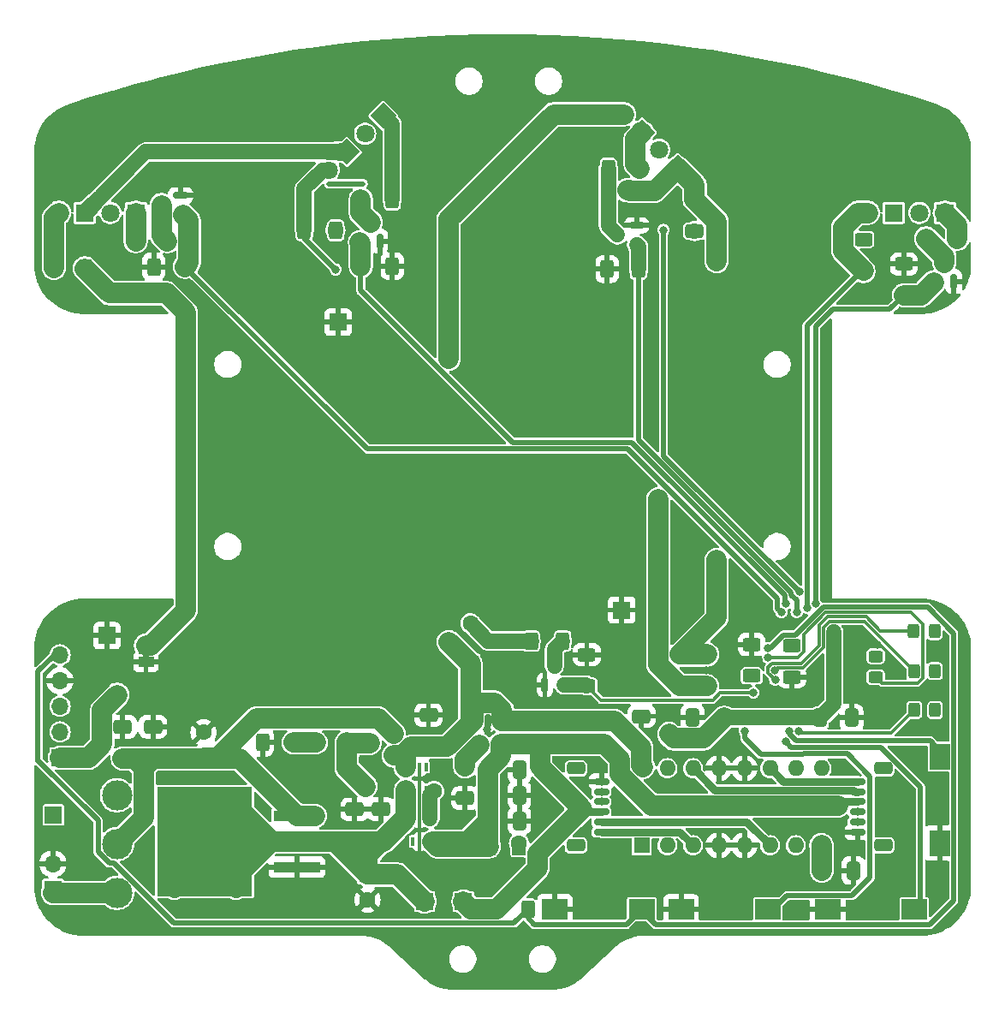
<source format=gtl>
G04 #@! TF.GenerationSoftware,KiCad,Pcbnew,8.0.6*
G04 #@! TF.CreationDate,2025-01-29T21:13:59-08:00*
G04 #@! TF.ProjectId,rezq_rev2,72657a71-5f72-4657-9632-2e6b69636164,rev?*
G04 #@! TF.SameCoordinates,Original*
G04 #@! TF.FileFunction,Copper,L1,Top*
G04 #@! TF.FilePolarity,Positive*
%FSLAX46Y46*%
G04 Gerber Fmt 4.6, Leading zero omitted, Abs format (unit mm)*
G04 Created by KiCad (PCBNEW 8.0.6) date 2025-01-29 21:13:59*
%MOMM*%
%LPD*%
G01*
G04 APERTURE LIST*
G04 Aperture macros list*
%AMRoundRect*
0 Rectangle with rounded corners*
0 $1 Rounding radius*
0 $2 $3 $4 $5 $6 $7 $8 $9 X,Y pos of 4 corners*
0 Add a 4 corners polygon primitive as box body*
4,1,4,$2,$3,$4,$5,$6,$7,$8,$9,$2,$3,0*
0 Add four circle primitives for the rounded corners*
1,1,$1+$1,$2,$3*
1,1,$1+$1,$4,$5*
1,1,$1+$1,$6,$7*
1,1,$1+$1,$8,$9*
0 Add four rect primitives between the rounded corners*
20,1,$1+$1,$2,$3,$4,$5,0*
20,1,$1+$1,$4,$5,$6,$7,0*
20,1,$1+$1,$6,$7,$8,$9,0*
20,1,$1+$1,$8,$9,$2,$3,0*%
%AMRotRect*
0 Rectangle, with rotation*
0 The origin of the aperture is its center*
0 $1 length*
0 $2 width*
0 $3 Rotation angle, in degrees counterclockwise*
0 Add horizontal line*
21,1,$1,$2,0,0,$3*%
G04 Aperture macros list end*
G04 #@! TA.AperFunction,EtchedComponent*
%ADD10C,0.000000*%
G04 #@! TD*
G04 #@! TA.AperFunction,SMDPad,CuDef*
%ADD11RoundRect,0.250000X-0.650000X0.412500X-0.650000X-0.412500X0.650000X-0.412500X0.650000X0.412500X0*%
G04 #@! TD*
G04 #@! TA.AperFunction,SMDPad,CuDef*
%ADD12RoundRect,0.150000X0.587500X0.150000X-0.587500X0.150000X-0.587500X-0.150000X0.587500X-0.150000X0*%
G04 #@! TD*
G04 #@! TA.AperFunction,ComponentPad*
%ADD13R,1.700000X1.700000*%
G04 #@! TD*
G04 #@! TA.AperFunction,SMDPad,CuDef*
%ADD14R,0.508000X0.508000*%
G04 #@! TD*
G04 #@! TA.AperFunction,SMDPad,CuDef*
%ADD15RoundRect,0.150000X0.625000X-0.150000X0.625000X0.150000X-0.625000X0.150000X-0.625000X-0.150000X0*%
G04 #@! TD*
G04 #@! TA.AperFunction,SMDPad,CuDef*
%ADD16RoundRect,0.250000X0.650000X-0.350000X0.650000X0.350000X-0.650000X0.350000X-0.650000X-0.350000X0*%
G04 #@! TD*
G04 #@! TA.AperFunction,SMDPad,CuDef*
%ADD17R,2.500000X2.000000*%
G04 #@! TD*
G04 #@! TA.AperFunction,SMDPad,CuDef*
%ADD18RoundRect,0.250000X-0.400000X-0.625000X0.400000X-0.625000X0.400000X0.625000X-0.400000X0.625000X0*%
G04 #@! TD*
G04 #@! TA.AperFunction,ComponentPad*
%ADD19C,3.000000*%
G04 #@! TD*
G04 #@! TA.AperFunction,SMDPad,CuDef*
%ADD20RoundRect,0.250000X0.400000X0.625000X-0.400000X0.625000X-0.400000X-0.625000X0.400000X-0.625000X0*%
G04 #@! TD*
G04 #@! TA.AperFunction,SMDPad,CuDef*
%ADD21RoundRect,0.250000X-0.325000X-0.450000X0.325000X-0.450000X0.325000X0.450000X-0.325000X0.450000X0*%
G04 #@! TD*
G04 #@! TA.AperFunction,ComponentPad*
%ADD22O,1.700000X1.700000*%
G04 #@! TD*
G04 #@! TA.AperFunction,SMDPad,CuDef*
%ADD23R,1.500000X1.000000*%
G04 #@! TD*
G04 #@! TA.AperFunction,SMDPad,CuDef*
%ADD24RoundRect,0.150000X0.150000X-0.587500X0.150000X0.587500X-0.150000X0.587500X-0.150000X-0.587500X0*%
G04 #@! TD*
G04 #@! TA.AperFunction,SMDPad,CuDef*
%ADD25RoundRect,0.250000X0.450000X-0.325000X0.450000X0.325000X-0.450000X0.325000X-0.450000X-0.325000X0*%
G04 #@! TD*
G04 #@! TA.AperFunction,SMDPad,CuDef*
%ADD26RoundRect,0.250000X0.650000X-0.412500X0.650000X0.412500X-0.650000X0.412500X-0.650000X-0.412500X0*%
G04 #@! TD*
G04 #@! TA.AperFunction,ComponentPad*
%ADD27RotRect,1.800000X1.800000X135.000000*%
G04 #@! TD*
G04 #@! TA.AperFunction,ComponentPad*
%ADD28C,1.800000*%
G04 #@! TD*
G04 #@! TA.AperFunction,ComponentPad*
%ADD29RotRect,1.800000X1.800000X225.000000*%
G04 #@! TD*
G04 #@! TA.AperFunction,SMDPad,CuDef*
%ADD30RoundRect,0.250000X-0.625000X0.400000X-0.625000X-0.400000X0.625000X-0.400000X0.625000X0.400000X0*%
G04 #@! TD*
G04 #@! TA.AperFunction,SMDPad,CuDef*
%ADD31RoundRect,0.250000X-0.412500X-0.650000X0.412500X-0.650000X0.412500X0.650000X-0.412500X0.650000X0*%
G04 #@! TD*
G04 #@! TA.AperFunction,SMDPad,CuDef*
%ADD32RoundRect,0.250000X0.625000X-0.400000X0.625000X0.400000X-0.625000X0.400000X-0.625000X-0.400000X0*%
G04 #@! TD*
G04 #@! TA.AperFunction,SMDPad,CuDef*
%ADD33RoundRect,0.150000X-0.150000X0.512500X-0.150000X-0.512500X0.150000X-0.512500X0.150000X0.512500X0*%
G04 #@! TD*
G04 #@! TA.AperFunction,ComponentPad*
%ADD34R,1.800000X1.800000*%
G04 #@! TD*
G04 #@! TA.AperFunction,SMDPad,CuDef*
%ADD35RoundRect,0.250000X0.412500X0.650000X-0.412500X0.650000X-0.412500X-0.650000X0.412500X-0.650000X0*%
G04 #@! TD*
G04 #@! TA.AperFunction,ComponentPad*
%ADD36R,1.600000X1.600000*%
G04 #@! TD*
G04 #@! TA.AperFunction,ComponentPad*
%ADD37C,1.600000*%
G04 #@! TD*
G04 #@! TA.AperFunction,SMDPad,CuDef*
%ADD38R,0.355600X0.850900*%
G04 #@! TD*
G04 #@! TA.AperFunction,ComponentPad*
%ADD39O,1.600000X1.600000*%
G04 #@! TD*
G04 #@! TA.AperFunction,SMDPad,CuDef*
%ADD40R,2.000000X2.500000*%
G04 #@! TD*
G04 #@! TA.AperFunction,SMDPad,CuDef*
%ADD41RoundRect,0.250001X-0.462499X-0.624999X0.462499X-0.624999X0.462499X0.624999X-0.462499X0.624999X0*%
G04 #@! TD*
G04 #@! TA.AperFunction,SMDPad,CuDef*
%ADD42RoundRect,0.150000X-0.625000X0.150000X-0.625000X-0.150000X0.625000X-0.150000X0.625000X0.150000X0*%
G04 #@! TD*
G04 #@! TA.AperFunction,SMDPad,CuDef*
%ADD43RoundRect,0.250000X-0.650000X0.350000X-0.650000X-0.350000X0.650000X-0.350000X0.650000X0.350000X0*%
G04 #@! TD*
G04 #@! TA.AperFunction,SMDPad,CuDef*
%ADD44R,4.600000X1.100000*%
G04 #@! TD*
G04 #@! TA.AperFunction,SMDPad,CuDef*
%ADD45C,1.524000*%
G04 #@! TD*
G04 #@! TA.AperFunction,SMDPad,CuDef*
%ADD46R,9.400000X10.800000*%
G04 #@! TD*
G04 #@! TA.AperFunction,ViaPad*
%ADD47C,0.800000*%
G04 #@! TD*
G04 #@! TA.AperFunction,ViaPad*
%ADD48C,1.600000*%
G04 #@! TD*
G04 #@! TA.AperFunction,ViaPad*
%ADD49C,1.300000*%
G04 #@! TD*
G04 #@! TA.AperFunction,Conductor*
%ADD50C,0.500000*%
G04 #@! TD*
G04 #@! TA.AperFunction,Conductor*
%ADD51C,2.000000*%
G04 #@! TD*
G04 #@! TA.AperFunction,Conductor*
%ADD52C,0.300000*%
G04 #@! TD*
G04 #@! TA.AperFunction,Conductor*
%ADD53C,1.500000*%
G04 #@! TD*
G04 #@! TA.AperFunction,Conductor*
%ADD54C,0.750000*%
G04 #@! TD*
G04 APERTURE END LIST*
D10*
G04 #@! TA.AperFunction,EtchedComponent*
G36*
X164600000Y-162330000D02*
G01*
X164000000Y-162330000D01*
X164000000Y-161830000D01*
X164600000Y-161830000D01*
X164600000Y-162330000D01*
G37*
G04 #@! TD.AperFunction*
D11*
X218564300Y-116980100D03*
X218564300Y-120105100D03*
X217100000Y-161987500D03*
X217100000Y-165112500D03*
D12*
X212819300Y-121436300D03*
X212819300Y-119536300D03*
X210944300Y-120486300D03*
D11*
X164998000Y-169131500D03*
X164998000Y-172256500D03*
D13*
X195700000Y-186420000D03*
D14*
X188793800Y-171717350D03*
X188793800Y-169817348D03*
X186406200Y-170767349D03*
D15*
X209350000Y-179550000D03*
X209350000Y-178550000D03*
X209350000Y-177550000D03*
X209350000Y-176550000D03*
X209350000Y-175550000D03*
X209350000Y-174550000D03*
D16*
X206825000Y-180850000D03*
X206825000Y-173250000D03*
D17*
X240280000Y-187192400D03*
X231720000Y-187192400D03*
D18*
X163287600Y-121101200D03*
X166387600Y-121101200D03*
D19*
X161438000Y-185554000D03*
X161438000Y-180728000D03*
X161438000Y-175902000D03*
D20*
X244550000Y-120847200D03*
X241450000Y-120847200D03*
D21*
X240233200Y-159658800D03*
X242283200Y-159658800D03*
D13*
X155088000Y-185204000D03*
D22*
X155088000Y-182664000D03*
D18*
X198983000Y-187167000D03*
X202083000Y-187167000D03*
D23*
X164300000Y-162730000D03*
X164300000Y-161430000D03*
D24*
X242300000Y-125125000D03*
X244200000Y-125125000D03*
X243250000Y-123250000D03*
D20*
X183059000Y-120027400D03*
X179959000Y-120027400D03*
D25*
X236474000Y-164214999D03*
X236474000Y-162165001D03*
D26*
X213300000Y-171212500D03*
X213300000Y-168087500D03*
D27*
X213360000Y-110363000D03*
D28*
X211563949Y-108566949D03*
D29*
X184183000Y-112290000D03*
D28*
X182386949Y-114086051D03*
D18*
X165065600Y-123641200D03*
X168165600Y-123641200D03*
D20*
X213132000Y-113919000D03*
X210032000Y-113919000D03*
D21*
X240284000Y-167482000D03*
X242334000Y-167482000D03*
D30*
X224200000Y-161000000D03*
X224200000Y-164100000D03*
D13*
X155140000Y-177850000D03*
D30*
X235250000Y-120950000D03*
X235250000Y-124050000D03*
D13*
X191860000Y-186420000D03*
D26*
X192239000Y-171114500D03*
X192239000Y-167989500D03*
D18*
X209902300Y-123875800D03*
X213002300Y-123875800D03*
D31*
X231137500Y-183350000D03*
X234262500Y-183350000D03*
D26*
X187549200Y-180410900D03*
X187549200Y-177285900D03*
D32*
X228200000Y-164200000D03*
X228200000Y-161100000D03*
D20*
X178919400Y-170694000D03*
X175819400Y-170694000D03*
D26*
X161998000Y-172256500D03*
X161998000Y-169131500D03*
D33*
X199034000Y-168527000D03*
X198084000Y-168527000D03*
X197134000Y-168527000D03*
X197134000Y-170802000D03*
X199034000Y-170802000D03*
D34*
X158233600Y-118307200D03*
D28*
X155693600Y-118307200D03*
D35*
X221487500Y-168250000D03*
X218362500Y-168250000D03*
D21*
X240275000Y-163621200D03*
X242325000Y-163621200D03*
D13*
X211360000Y-157590000D03*
D31*
X198106500Y-175882000D03*
X201231500Y-175882000D03*
D12*
X167728600Y-118495200D03*
X167728600Y-116595200D03*
X165853600Y-117545200D03*
D36*
X186203000Y-183736621D03*
D37*
X186203000Y-186236621D03*
D20*
X205500000Y-160650000D03*
X202400000Y-160650000D03*
D38*
X191983799Y-178200700D03*
X191333800Y-178200700D03*
X190683801Y-178200700D03*
X190683801Y-180474000D03*
X191333800Y-180474000D03*
X191983799Y-180474000D03*
D31*
X198106500Y-173342000D03*
X201231500Y-173342000D03*
D26*
X184933000Y-180424000D03*
X184933000Y-177299000D03*
D11*
X195869000Y-173059500D03*
X195869000Y-176184500D03*
D17*
X225780000Y-187192400D03*
X217220000Y-187192400D03*
D31*
X230962500Y-168250000D03*
X234087500Y-168250000D03*
D36*
X213325000Y-180850000D03*
D39*
X215865000Y-180850000D03*
X218405000Y-180850000D03*
X220945000Y-180850000D03*
X223485000Y-180850000D03*
X226025000Y-180850000D03*
X228565000Y-180850000D03*
X231105000Y-180850000D03*
X231105000Y-173230000D03*
X228565000Y-173230000D03*
X226025000Y-173230000D03*
X223485000Y-173230000D03*
X220945000Y-173230000D03*
X218405000Y-173230000D03*
X215865000Y-173230000D03*
X213325000Y-173230000D03*
D30*
X239259600Y-123361200D03*
X239259600Y-126461200D03*
D36*
X169998000Y-172194000D03*
D37*
X169998000Y-169694000D03*
D20*
X188647000Y-116979400D03*
X185547000Y-116979400D03*
D40*
X242798600Y-172070000D03*
X242798600Y-180630000D03*
D34*
X243323600Y-118307200D03*
D28*
X240783600Y-118307200D03*
D29*
X187775102Y-108697897D03*
D28*
X185979051Y-110493948D03*
D24*
X185550000Y-121124999D03*
X187450000Y-121124999D03*
X186500000Y-119250000D03*
D36*
X196400000Y-162900000D03*
D37*
X196400000Y-158900000D03*
D41*
X198220000Y-180962000D03*
X201195000Y-180962000D03*
D30*
X207899000Y-161995000D03*
X207899000Y-165095000D03*
D20*
X188647000Y-123583400D03*
X185547000Y-123583400D03*
D42*
X234675000Y-174550000D03*
X234675000Y-175550000D03*
X234675000Y-176550000D03*
X234675000Y-177550000D03*
X234675000Y-178550000D03*
X234675000Y-179550000D03*
D43*
X237200000Y-173250000D03*
X237200000Y-180850000D03*
D31*
X198106500Y-178422000D03*
X201231500Y-178422000D03*
D13*
X155803600Y-172186600D03*
D22*
X155803600Y-169646600D03*
X155803600Y-167106600D03*
X155803600Y-164566600D03*
X155803600Y-162026600D03*
D13*
X183300000Y-129130000D03*
D38*
X190683801Y-175394000D03*
X191333800Y-175394000D03*
X191983799Y-175394000D03*
X191983799Y-173120700D03*
X191333800Y-173120700D03*
X190683801Y-173120700D03*
D17*
X213322000Y-187167000D03*
X204762000Y-187167000D03*
D34*
X238243600Y-118307200D03*
D28*
X235703600Y-118307200D03*
D20*
X184176600Y-170694000D03*
X181076600Y-170694000D03*
X158300000Y-123750000D03*
X155200000Y-123750000D03*
D27*
X216875888Y-113878889D03*
D28*
X215079837Y-112082838D03*
D11*
X219800000Y-161987500D03*
X219800000Y-165112500D03*
D44*
X179218000Y-183014000D03*
X179218000Y-180474000D03*
D45*
X173189000Y-185046000D03*
X173189000Y-183014000D03*
X173189000Y-180982000D03*
X173189000Y-178950000D03*
X173189000Y-176918000D03*
X171157000Y-185046000D03*
X171157000Y-183014000D03*
X171157000Y-180982000D03*
X171157000Y-178950000D03*
X171157000Y-176918000D03*
D46*
X170068000Y-180474000D03*
D45*
X169125000Y-185046000D03*
X169125000Y-183014000D03*
X169125000Y-180982000D03*
X169125000Y-178950000D03*
X169125000Y-176918000D03*
X167093000Y-185046000D03*
X167093000Y-183014000D03*
X167093000Y-180982000D03*
X167093000Y-178950000D03*
X167093000Y-176918000D03*
D44*
X179218000Y-177934000D03*
D34*
X163313600Y-118307200D03*
D28*
X160773600Y-118307200D03*
D24*
X203750000Y-164987500D03*
X205650000Y-164987500D03*
X204700000Y-163112500D03*
D13*
X160430000Y-160120000D03*
D47*
X223316800Y-143205200D03*
X178630000Y-107010000D03*
X183286400Y-151104600D03*
X242820000Y-165590000D03*
X233970000Y-164930000D03*
X210845400Y-180848000D03*
X206380000Y-120380000D03*
X215696800Y-167817800D03*
X217110000Y-174930000D03*
X164360000Y-109590000D03*
X173863000Y-127152400D03*
X217932000Y-132384800D03*
X202717400Y-131495800D03*
X236660000Y-161020000D03*
X209350000Y-174550000D03*
X236930000Y-125890000D03*
X189382400Y-181660800D03*
X228473000Y-128117600D03*
X228650000Y-187200000D03*
X211074000Y-177012600D03*
X237010000Y-166960000D03*
X184170000Y-133330000D03*
X220750000Y-106470000D03*
X233172000Y-173202600D03*
X207660000Y-119260000D03*
X183515000Y-142214600D03*
X205359000Y-120523000D03*
X219690000Y-163550000D03*
X226288600Y-128041400D03*
X218008200Y-138226800D03*
X191050000Y-125140000D03*
X217130000Y-118510000D03*
X234087500Y-168250000D03*
X209600800Y-137896600D03*
X231600000Y-155190000D03*
X228220000Y-178990000D03*
X209600800Y-134645400D03*
X242470000Y-127510000D03*
X190703200Y-182829200D03*
X236080000Y-187750000D03*
X232530000Y-184810000D03*
X166497000Y-174117000D03*
X208800000Y-106330000D03*
X217881200Y-155524200D03*
X237130000Y-168510000D03*
X200183000Y-106161625D03*
X188163200Y-143408400D03*
X239330000Y-177680000D03*
X163753800Y-182473600D03*
X157530800Y-174980600D03*
X212725000Y-117983000D03*
X220675200Y-187121800D03*
X206298800Y-131419600D03*
X234610000Y-108440000D03*
X180710000Y-133380000D03*
X173609000Y-117983000D03*
X237230000Y-123580000D03*
X175971200Y-177165000D03*
X194640200Y-178130200D03*
X190050000Y-106260000D03*
X182570000Y-126570000D03*
X182651400Y-175260000D03*
X242697000Y-185191400D03*
X225729800Y-143256000D03*
X154240000Y-110410000D03*
X245010000Y-114690000D03*
X198069200Y-169367200D03*
X218362500Y-168250000D03*
X223240600Y-128041400D03*
X243040000Y-161610000D03*
X188239400Y-150952200D03*
X192630000Y-125140000D03*
X178409600Y-127152400D03*
X209550000Y-131419600D03*
X233770000Y-162810000D03*
X231570000Y-152270000D03*
X206298800Y-134645400D03*
X220675200Y-185521600D03*
X217932000Y-128930400D03*
X228346000Y-143205200D03*
X221818200Y-170688000D03*
X179247800Y-151104600D03*
X188330000Y-133460000D03*
X179247800Y-142214600D03*
X245460000Y-123010000D03*
D48*
X194333551Y-118848449D03*
X194250000Y-132750000D03*
X194250000Y-160750000D03*
X185987500Y-175037500D03*
X216050000Y-169850000D03*
X230962500Y-168250000D03*
D47*
X231267000Y-176920000D03*
D48*
X221487500Y-168250000D03*
X210405800Y-171569200D03*
D49*
X232325000Y-159750000D03*
D48*
X183033000Y-120027400D03*
D47*
X235250000Y-120950000D03*
D48*
X158250000Y-123812500D03*
X214970000Y-146605652D03*
X218564300Y-120105100D03*
X211963000Y-116078000D03*
X217100000Y-161987500D03*
X201195000Y-180650000D03*
X220746853Y-152658547D03*
X220750000Y-123080000D03*
D47*
X220047806Y-162247806D03*
X213868000Y-187167000D03*
X225776039Y-161355559D03*
X226517433Y-163519600D03*
X242325000Y-163621200D03*
X228850000Y-169550000D03*
X242334000Y-167482000D03*
X242283200Y-159658800D03*
X226527494Y-164491326D03*
D48*
X161450000Y-165975000D03*
X192786000Y-175500000D03*
D47*
X234675000Y-177550000D03*
X234675000Y-178550000D03*
X209350000Y-176550000D03*
X209350000Y-175550000D03*
X229697660Y-157377500D03*
X228900001Y-155760001D03*
X215490300Y-120000000D03*
X183050000Y-123900000D03*
X224383600Y-165750000D03*
X230531418Y-156965494D03*
X227558600Y-156960000D03*
X228655000Y-157820000D03*
X227155000Y-157820001D03*
X226325000Y-187175000D03*
X223530000Y-169530000D03*
X227900000Y-169550000D03*
X242850000Y-171475000D03*
D48*
X181000000Y-170694000D03*
D47*
X227550000Y-170600000D03*
X240900000Y-187175000D03*
X228200000Y-161100000D03*
X224423500Y-164323500D03*
X225844883Y-162283010D03*
X236474000Y-162165001D03*
D50*
X182372000Y-115443000D02*
X185801000Y-115443000D01*
D51*
X161438000Y-185554000D02*
X155088000Y-185554000D01*
D52*
X191333800Y-178200700D02*
X191333800Y-175394000D01*
X191333800Y-175394000D02*
X191333800Y-173120700D01*
D53*
X198150000Y-160650000D02*
X196400000Y-158900000D01*
X202400000Y-160650000D02*
X198150000Y-160650000D01*
D51*
X189676074Y-171947348D02*
X188793800Y-171947348D01*
X194066500Y-171114500D02*
X196400000Y-168781000D01*
X199514000Y-167480150D02*
X198768350Y-166734500D01*
X194333551Y-118848449D02*
X204615051Y-108566949D01*
X196400000Y-162900000D02*
X194250000Y-160750000D01*
X213300000Y-171212500D02*
X213300000Y-172922159D01*
X197399650Y-166734500D02*
X196654000Y-167480150D01*
X189969000Y-171654422D02*
X189969000Y-173142000D01*
X210652000Y-168527000D02*
X199514000Y-168527000D01*
X196654000Y-168527000D02*
X194066500Y-171114500D01*
X199514000Y-168527000D02*
X199514000Y-167480150D01*
X192239000Y-171114500D02*
X190508922Y-171114500D01*
X213300000Y-171175000D02*
X210652000Y-168527000D01*
X204615051Y-108566949D02*
X211563949Y-108566949D01*
X192239000Y-171114500D02*
X194066500Y-171114500D01*
X198768350Y-166734500D02*
X197399650Y-166734500D01*
X190508922Y-171114500D02*
X189676074Y-171947348D01*
X213300000Y-171212500D02*
X213300000Y-171175000D01*
X213300000Y-172922159D02*
X213466421Y-173088580D01*
X190508922Y-171114500D02*
X189969000Y-171654422D01*
X194333551Y-118848449D02*
X194250000Y-118932000D01*
X194250000Y-118932000D02*
X194250000Y-132750000D01*
X196400000Y-168781000D02*
X196400000Y-162900000D01*
X196654000Y-167480150D02*
X196654000Y-168527000D01*
X175247858Y-168282000D02*
X187258452Y-168282000D01*
X164068000Y-173186500D02*
X164998000Y-172256500D01*
X169998000Y-172194000D02*
X171335858Y-172194000D01*
X180988000Y-177934000D02*
X180998000Y-177944000D01*
X173560500Y-172256500D02*
X161998000Y-172256500D01*
X161998000Y-172256500D02*
X163138000Y-172256500D01*
X163138000Y-172256500D02*
X164068000Y-173186500D01*
X164068000Y-178098000D02*
X164068000Y-173186500D01*
X171335858Y-172194000D02*
X175247858Y-168282000D01*
X187258452Y-168282000D02*
X188793800Y-169817348D01*
X179218000Y-177934000D02*
X180988000Y-177934000D01*
X161438000Y-180728000D02*
X164068000Y-178098000D01*
X179218000Y-177914000D02*
X173560500Y-172256500D01*
X179218000Y-177934000D02*
X179218000Y-177914000D01*
X184176600Y-173226600D02*
X184176600Y-170694000D01*
X184298000Y-170767349D02*
X186406200Y-170767349D01*
X231137500Y-183350000D02*
X231137500Y-180882500D01*
X185987500Y-175037500D02*
X184176600Y-173226600D01*
X231137500Y-180882500D02*
X231105000Y-180850000D01*
X170649000Y-180474000D02*
X179218000Y-180474000D01*
X189176621Y-183736621D02*
X191860000Y-186420000D01*
X187752700Y-180474000D02*
X190026000Y-178200700D01*
X173189000Y-185046000D02*
X173189000Y-183933000D01*
X173189000Y-176918000D02*
X176745000Y-180474000D01*
X179218000Y-180474000D02*
X187752700Y-180474000D01*
X173189000Y-183933000D02*
X176648000Y-180474000D01*
X176745000Y-180474000D02*
X179218000Y-180474000D01*
X179218000Y-180474000D02*
X187600000Y-180474000D01*
X182940379Y-180474000D02*
X186203000Y-183736621D01*
X187600000Y-180474000D02*
X190026000Y-178048000D01*
X190026000Y-178048000D02*
X190026000Y-175394000D01*
X176648000Y-180474000D02*
X179218000Y-180474000D01*
X186203000Y-183736621D02*
X186203000Y-181871000D01*
X167093000Y-185046000D02*
X171665000Y-180474000D01*
X171665000Y-180474000D02*
X179218000Y-180474000D01*
X186203000Y-183736621D02*
X189176621Y-183736621D01*
X186203000Y-181871000D02*
X190026000Y-178048000D01*
X167093000Y-176918000D02*
X170649000Y-180474000D01*
X179218000Y-180474000D02*
X182940379Y-180474000D01*
X198106500Y-173342000D02*
X199392637Y-172055863D01*
X198106500Y-178422000D02*
X196054500Y-180474000D01*
X203037500Y-181641850D02*
X203037500Y-183112500D01*
X211170000Y-173804433D02*
X214285567Y-176920000D01*
X216480000Y-170280000D02*
X216050000Y-169850000D01*
X219457500Y-170280000D02*
X221487500Y-168250000D01*
D53*
X221487500Y-168250000D02*
X230962500Y-168250000D01*
X232325000Y-166887500D02*
X230962500Y-168250000D01*
D51*
X219457500Y-170280000D02*
X216480000Y-170280000D01*
X207445000Y-177234350D02*
X203037500Y-181641850D01*
D54*
X209350000Y-177550000D02*
X207760650Y-177550000D01*
D53*
X232325000Y-159750000D02*
X232325000Y-166887500D01*
D54*
X233095000Y-176550000D02*
X232725000Y-176920000D01*
D51*
X209638600Y-170802000D02*
X203275542Y-170802000D01*
D54*
X234675000Y-176550000D02*
X233095000Y-176550000D01*
D51*
X211170000Y-172333400D02*
X211170000Y-173804433D01*
X203275542Y-170802000D02*
X203275542Y-173064892D01*
X198220000Y-180962000D02*
X193129600Y-180962000D01*
X210405800Y-171569200D02*
X209638600Y-170802000D01*
D54*
X207760650Y-177550000D02*
X207445000Y-177234350D01*
D51*
X196054500Y-180474000D02*
X192641600Y-180474000D01*
X214285567Y-176920000D02*
X231267000Y-176920000D01*
X193129600Y-180962000D02*
X192641600Y-180474000D01*
X210405800Y-171569200D02*
X211170000Y-172333400D01*
X198106500Y-180848500D02*
X198220000Y-180962000D01*
X196447000Y-187167000D02*
X195700000Y-186420000D01*
X199392637Y-170802000D02*
X203275542Y-170802000D01*
X203275542Y-173064892D02*
X207445000Y-177234350D01*
X198106500Y-173342000D02*
X198106500Y-180848500D01*
X199392637Y-172055863D02*
X199392637Y-170802000D01*
X198983000Y-187167000D02*
X196447000Y-187167000D01*
X203037500Y-183112500D02*
X198983000Y-187167000D01*
X231267000Y-176920000D02*
X232725000Y-176920000D01*
X160687500Y-126250000D02*
X166336680Y-126250000D01*
X158250000Y-123812500D02*
X160687500Y-126250000D01*
X166336680Y-126250000D02*
X168250000Y-128163320D01*
X214970000Y-146605652D02*
X214970000Y-162982500D01*
X164750000Y-161100000D02*
X164300000Y-161100000D01*
X217100000Y-165112500D02*
X219800000Y-165112500D01*
X168250000Y-157600000D02*
X164750000Y-161100000D01*
X217100000Y-165112500D02*
X214970000Y-162982500D01*
X168250000Y-157600000D02*
X168250000Y-128163320D01*
X214625777Y-116129000D02*
X212217000Y-116129000D01*
D53*
X164250800Y-112290000D02*
X158233600Y-118307200D01*
D51*
X211963000Y-116078000D02*
X211912000Y-116078000D01*
X220750000Y-123080000D02*
X220750000Y-119165800D01*
X220746853Y-158340647D02*
X217100000Y-161987500D01*
X217100000Y-161987500D02*
X219700000Y-161987500D01*
X220746853Y-152658547D02*
X220746853Y-158340647D01*
X219700000Y-161987500D02*
X219800000Y-161987500D01*
X216875888Y-113878889D02*
X214625777Y-116129000D01*
X212166000Y-116078000D02*
X211963000Y-116078000D01*
X218564300Y-116980100D02*
X218564300Y-115567301D01*
D53*
X184183000Y-112290000D02*
X164250800Y-112290000D01*
D51*
X220750000Y-119165800D02*
X218564300Y-116980100D01*
X218564300Y-115567301D02*
X216875888Y-113878889D01*
D50*
X202083000Y-187167000D02*
X200703000Y-188547000D01*
X241791400Y-188691000D02*
X214748582Y-188691000D01*
X159558000Y-181506722D02*
X160659278Y-182608000D01*
X225776039Y-161355559D02*
X226021559Y-161355559D01*
X202713000Y-188672000D02*
X211817000Y-188672000D01*
X153619200Y-163652200D02*
X155181400Y-162090000D01*
X153619200Y-172519200D02*
X153619200Y-172190000D01*
X214748582Y-188691000D02*
X213306850Y-187249268D01*
X161150722Y-182608000D02*
X167089722Y-188547000D01*
X202083000Y-187167000D02*
X202083000Y-188042000D01*
X241600138Y-157302856D02*
X244178600Y-159881318D01*
X155181400Y-162090000D02*
X155740200Y-162090000D01*
X244178600Y-186303800D02*
X241791400Y-188691000D01*
X244178600Y-159881318D02*
X244178600Y-186303800D01*
X160659278Y-182608000D02*
X161150722Y-182608000D01*
X202083000Y-188042000D02*
X202713000Y-188672000D01*
X228530000Y-160070000D02*
X231297144Y-157302856D01*
X159558000Y-178401000D02*
X159558000Y-181506722D01*
X167089722Y-188547000D02*
X167710000Y-188547000D01*
X211817000Y-188672000D02*
X213322000Y-187167000D01*
X153619200Y-172190000D02*
X153619200Y-163652200D01*
X226021559Y-161355559D02*
X227307118Y-160070000D01*
X153619200Y-172190000D02*
X153619200Y-172462200D01*
X231297144Y-157302856D02*
X241600138Y-157302856D01*
X200703000Y-188547000D02*
X167122000Y-188547000D01*
X155740200Y-162090000D02*
X155803600Y-162026600D01*
X227307118Y-160070000D02*
X228530000Y-160070000D01*
X153619200Y-172462200D02*
X159558000Y-178401000D01*
D51*
X195869000Y-173059500D02*
X195869000Y-172324274D01*
X195869000Y-172324274D02*
X197262637Y-170930637D01*
X244550000Y-120847200D02*
X244550000Y-119533600D01*
X244550000Y-119533600D02*
X243323600Y-118307200D01*
D53*
X188647000Y-116979400D02*
X188647000Y-109569795D01*
X188647000Y-109569795D02*
X187775102Y-108697897D01*
X213256300Y-110259300D02*
X213124051Y-110127051D01*
D51*
X213132000Y-113919000D02*
X212723604Y-113510604D01*
X212723604Y-113510604D02*
X212723604Y-110999396D01*
D53*
X213132000Y-110135000D02*
X213124051Y-110127051D01*
D51*
X212723604Y-110999396D02*
X213360000Y-110363000D01*
X163287600Y-118333200D02*
X163313600Y-118307200D01*
X163287600Y-121101200D02*
X163287600Y-118333200D01*
D52*
X231295000Y-161259000D02*
X231295000Y-159323360D01*
X231295000Y-159323360D02*
X231925504Y-158692856D01*
X231925504Y-158692856D02*
X235346656Y-158692856D01*
X226767433Y-163269600D02*
X229284400Y-163269600D01*
X235346656Y-158692856D02*
X240275000Y-163621200D01*
X226517433Y-163519600D02*
X226767433Y-163269600D01*
X229284400Y-163269600D02*
X231295000Y-161259000D01*
X238016000Y-169750000D02*
X240284000Y-167482000D01*
X229050000Y-169750000D02*
X238016000Y-169750000D01*
X228850000Y-169550000D02*
X229050000Y-169750000D01*
X231694790Y-158262856D02*
X235524768Y-158262856D01*
X226235534Y-162839600D02*
X229106288Y-162839600D01*
X229106288Y-162839600D02*
X230865000Y-161080888D01*
X236920712Y-159658800D02*
X240233200Y-159658800D01*
X230865000Y-159092646D02*
X231694790Y-158262856D01*
X225837200Y-163237934D02*
X226235534Y-162839600D01*
X225837200Y-163801032D02*
X225837200Y-163237934D01*
X226527494Y-164491326D02*
X225837200Y-163801032D01*
X230865000Y-161080888D02*
X230865000Y-159092646D01*
X235524768Y-158262856D02*
X236920712Y-159658800D01*
D51*
X155803600Y-172186600D02*
X158653600Y-172186600D01*
X158653600Y-172186600D02*
X159968000Y-170872200D01*
X159968000Y-170872200D02*
X159968000Y-167457000D01*
X159968000Y-167457000D02*
X161450000Y-165975000D01*
D53*
X192391600Y-175894400D02*
X192391600Y-178200700D01*
X192786000Y-175500000D02*
X192391600Y-175894400D01*
D54*
X234675000Y-174550000D02*
X234660000Y-174535000D01*
X234660000Y-174535000D02*
X227330000Y-174535000D01*
X227330000Y-174535000D02*
X226025000Y-173230000D01*
X234430492Y-175550000D02*
X234295492Y-175415000D01*
X220590000Y-175415000D02*
X218405000Y-173230000D01*
X234675000Y-175550000D02*
X234430492Y-175550000D01*
X234295492Y-175415000D02*
X220590000Y-175415000D01*
X217100000Y-179545000D02*
X218405000Y-180850000D01*
X209350000Y-179550000D02*
X209355000Y-179545000D01*
X209355000Y-179545000D02*
X217100000Y-179545000D01*
X223725000Y-178550000D02*
X226025000Y-180850000D01*
X209350000Y-178550000D02*
X223725000Y-178550000D01*
D50*
X235100000Y-124050000D02*
X235250000Y-124050000D01*
X229697660Y-157377500D02*
X229680000Y-157359840D01*
X229680000Y-129470000D02*
X235100000Y-124050000D01*
D51*
X235250000Y-124050000D02*
X233245000Y-122045000D01*
D50*
X229680000Y-157359840D02*
X229680000Y-129470000D01*
D51*
X233245000Y-119755000D02*
X234692800Y-118307200D01*
X233245000Y-122045000D02*
X233245000Y-119755000D01*
X234692800Y-118307200D02*
X235703600Y-118307200D01*
D50*
X228900001Y-155760001D02*
X215490000Y-142350000D01*
X215490000Y-120000300D02*
X215490300Y-120000000D01*
X215490000Y-142350000D02*
X215490000Y-120000300D01*
D51*
X155200000Y-123750000D02*
X155200000Y-118800800D01*
X155200000Y-118800800D02*
X155693600Y-118307200D01*
D53*
X179959000Y-120027400D02*
X179959000Y-115904385D01*
X179959000Y-115904385D02*
X181777334Y-114086051D01*
D50*
X179959000Y-120809000D02*
X179959000Y-120027400D01*
X183050000Y-123900000D02*
X179959000Y-120809000D01*
D53*
X181777334Y-114086051D02*
X182386949Y-114086051D01*
X204700000Y-161450000D02*
X205500000Y-160650000D01*
X204700000Y-163112500D02*
X204700000Y-161450000D01*
D52*
X220371615Y-166492500D02*
X209296500Y-166492500D01*
D53*
X207791500Y-164987500D02*
X207899000Y-165095000D01*
D52*
X224373200Y-165760400D02*
X221103715Y-165760400D01*
X224383600Y-165750000D02*
X224373200Y-165760400D01*
X221103715Y-165760400D02*
X220371615Y-166492500D01*
X209296500Y-166492500D02*
X207899000Y-165095000D01*
D53*
X205650000Y-164987500D02*
X207791500Y-164987500D01*
D50*
X230531418Y-156965494D02*
X230520000Y-156954076D01*
X230520000Y-156954076D02*
X230520000Y-129529806D01*
X232199806Y-127850000D02*
X237870800Y-127850000D01*
D51*
X239259600Y-126461200D02*
X240963800Y-126461200D01*
D50*
X237870800Y-127850000D02*
X239259600Y-126461200D01*
D51*
X240963800Y-126461200D02*
X242206363Y-125218637D01*
D50*
X230520000Y-129529806D02*
X232199806Y-127850000D01*
D51*
X243250000Y-123250000D02*
X243250000Y-122647200D01*
X243250000Y-122647200D02*
X241450000Y-120847200D01*
X185547000Y-118297000D02*
X186500000Y-119250000D01*
X185547000Y-116979400D02*
X185547000Y-118297000D01*
D50*
X212372300Y-141014208D02*
X200562593Y-141014208D01*
X227490001Y-156891401D02*
X227490001Y-156131909D01*
X200562593Y-141014208D02*
X185547000Y-125998615D01*
D51*
X185547000Y-123583400D02*
X185547000Y-121309274D01*
D50*
X227558600Y-156960000D02*
X227490001Y-156891401D01*
X212372300Y-141014208D02*
X227490001Y-156131909D01*
X185547000Y-125998615D02*
X185547000Y-123583400D01*
D51*
X185547000Y-121309274D02*
X185456362Y-121218636D01*
D53*
X210032000Y-119574000D02*
X210032000Y-113919000D01*
X210944300Y-120486300D02*
X210032000Y-119574000D01*
D50*
X228655000Y-157820000D02*
X228655000Y-156618087D01*
D53*
X213002300Y-121619300D02*
X212819300Y-121436300D01*
X213002300Y-123875800D02*
X213002300Y-121619300D01*
D50*
X228120001Y-155870955D02*
X213002300Y-140753254D01*
X213002300Y-140753254D02*
X213002300Y-123368600D01*
X228655000Y-156618087D02*
X228120001Y-156083088D01*
X228120001Y-156083088D02*
X228120001Y-155870955D01*
X227155000Y-157820001D02*
X226778600Y-157443601D01*
X226778600Y-156462637D02*
X211960171Y-141644208D01*
D51*
X168165600Y-123641200D02*
X168517600Y-123289200D01*
X168517600Y-123289200D02*
X168517600Y-119029200D01*
D50*
X211960171Y-141644208D02*
X186168608Y-141644208D01*
D51*
X168517600Y-119029200D02*
X167983600Y-118495200D01*
D50*
X226778600Y-157443601D02*
X226778600Y-156462637D01*
X186168608Y-141644208D02*
X168165600Y-123641200D01*
X227687600Y-185812400D02*
X234135482Y-185812400D01*
X223530000Y-170280000D02*
X223530000Y-169530000D01*
X235920000Y-174040000D02*
X233680000Y-171800000D01*
X225090000Y-171840000D02*
X223530000Y-170280000D01*
X234135482Y-185812400D02*
X235920000Y-184027882D01*
X233680000Y-171800000D02*
X229321666Y-171800000D01*
X229321666Y-171800000D02*
X229281666Y-171840000D01*
X226325000Y-187175000D02*
X227687600Y-185812400D01*
X229281666Y-171840000D02*
X225090000Y-171840000D01*
X235920000Y-184027882D02*
X235920000Y-174040000D01*
X228583087Y-170530000D02*
X241905000Y-170530000D01*
X227900000Y-169550000D02*
X227900000Y-169846913D01*
X227900000Y-169846913D02*
X228583087Y-170530000D01*
X241905000Y-170530000D02*
X242850000Y-171475000D01*
D51*
X181076600Y-170694000D02*
X181000000Y-170694000D01*
X181000000Y-170694000D02*
X178919400Y-170694000D01*
D50*
X228110000Y-171160000D02*
X237007882Y-171160000D01*
X227550000Y-170600000D02*
X228110000Y-171160000D01*
X240900000Y-175052118D02*
X240900000Y-187175000D01*
X237007882Y-171160000D02*
X240900000Y-175052118D01*
D52*
X241130000Y-159024140D02*
X241130000Y-164297660D01*
X239938716Y-157832856D02*
X241130000Y-159024140D01*
X237074001Y-164815000D02*
X236474000Y-164214999D01*
X240612660Y-164815000D02*
X237074001Y-164815000D01*
X231516678Y-157832856D02*
X239938716Y-157832856D01*
X241130000Y-164297660D02*
X240612660Y-164815000D01*
X228798450Y-162283010D02*
X229355000Y-161726460D01*
X229355000Y-159994534D02*
X231516678Y-157832856D01*
X225844883Y-162283010D02*
X228798450Y-162283010D01*
X229355000Y-161726460D02*
X229355000Y-159994534D01*
D51*
X165853600Y-117545200D02*
X165853600Y-120567200D01*
X165853600Y-120567200D02*
X166387600Y-121101200D01*
G04 #@! TA.AperFunction,Conductor*
G36*
X232034934Y-128754489D02*
G01*
X232090867Y-128796361D01*
X232115284Y-128861825D01*
X232115600Y-128870671D01*
X232115600Y-156402218D01*
X232127094Y-156429967D01*
X232148333Y-156451206D01*
X232176082Y-156462700D01*
X232206118Y-156462700D01*
X240966569Y-156462700D01*
X240988394Y-156462700D01*
X240993802Y-156462818D01*
X241007321Y-156463408D01*
X241414910Y-156481203D01*
X241425647Y-156482143D01*
X241840871Y-156536808D01*
X241851497Y-156538681D01*
X242260386Y-156629330D01*
X242270798Y-156632119D01*
X242670232Y-156758061D01*
X242680367Y-156761750D01*
X243067291Y-156922019D01*
X243077082Y-156926585D01*
X243390999Y-157090000D01*
X243448542Y-157119955D01*
X243457910Y-157125363D01*
X243811114Y-157350379D01*
X243819975Y-157356584D01*
X244152215Y-157611520D01*
X244160502Y-157618474D01*
X244469255Y-157901395D01*
X244476904Y-157909044D01*
X244759825Y-158217797D01*
X244766779Y-158226084D01*
X245021715Y-158558324D01*
X245027920Y-158567185D01*
X245252936Y-158920389D01*
X245258344Y-158929757D01*
X245451711Y-159301210D01*
X245456283Y-159311014D01*
X245517387Y-159458532D01*
X245599339Y-159656384D01*
X245616543Y-159697917D01*
X245620242Y-159708080D01*
X245744885Y-160103396D01*
X245746174Y-160107482D01*
X245748973Y-160117929D01*
X245749610Y-160120800D01*
X245839615Y-160526789D01*
X245841493Y-160537442D01*
X245896154Y-160952632D01*
X245897097Y-160963408D01*
X245915482Y-161384497D01*
X245915600Y-161389906D01*
X245915600Y-184884493D01*
X245915482Y-184889902D01*
X245897097Y-185310991D01*
X245896154Y-185321767D01*
X245841493Y-185736957D01*
X245839615Y-185747610D01*
X245748974Y-186156467D01*
X245746174Y-186166917D01*
X245620243Y-186566317D01*
X245616543Y-186576482D01*
X245456283Y-186963385D01*
X245451711Y-186973189D01*
X245258344Y-187344642D01*
X245252936Y-187354010D01*
X245027920Y-187707214D01*
X245021715Y-187716075D01*
X244766779Y-188048315D01*
X244759825Y-188056602D01*
X244476904Y-188365355D01*
X244469255Y-188373004D01*
X244160502Y-188655925D01*
X244152215Y-188662879D01*
X243819975Y-188917815D01*
X243811114Y-188924020D01*
X243457910Y-189149036D01*
X243448542Y-189154444D01*
X243077089Y-189347811D01*
X243067285Y-189352383D01*
X242680382Y-189512643D01*
X242670217Y-189516343D01*
X242270817Y-189642274D01*
X242260367Y-189645074D01*
X241851510Y-189735715D01*
X241840857Y-189737593D01*
X241425667Y-189792254D01*
X241414891Y-189793197D01*
X240993803Y-189811582D01*
X240988394Y-189811700D01*
X213535956Y-189811700D01*
X213535555Y-189811699D01*
X213355140Y-189811115D01*
X212978459Y-189844855D01*
X212688792Y-189898180D01*
X212606532Y-189913324D01*
X212606529Y-189913324D01*
X212606518Y-189913327D01*
X212242547Y-190015934D01*
X212242539Y-190015937D01*
X211889615Y-190151810D01*
X211889611Y-190151812D01*
X211550784Y-190319777D01*
X211228961Y-190518395D01*
X211228951Y-190518403D01*
X210926917Y-190745953D01*
X210926909Y-190745960D01*
X210802705Y-190858966D01*
X210802670Y-190858994D01*
X207255280Y-194087649D01*
X207250960Y-194091402D01*
X206978837Y-194317022D01*
X206969702Y-194323910D01*
X206680291Y-194521884D01*
X206670573Y-194527893D01*
X206418075Y-194668351D01*
X206364137Y-194698356D01*
X206353893Y-194703450D01*
X206033058Y-194844939D01*
X206022388Y-194849068D01*
X205689867Y-194960387D01*
X205678862Y-194963514D01*
X205337518Y-195043707D01*
X205326284Y-195045805D01*
X205028617Y-195087281D01*
X204978982Y-195094198D01*
X204967590Y-195095252D01*
X204614289Y-195111568D01*
X204608569Y-195111700D01*
X194535964Y-195111700D01*
X194530257Y-195111569D01*
X194177934Y-195095335D01*
X194166568Y-195094285D01*
X193820081Y-195046120D01*
X193808860Y-195044030D01*
X193468262Y-194964207D01*
X193457280Y-194961094D01*
X193125469Y-194850292D01*
X193114821Y-194846182D01*
X192794593Y-194705333D01*
X192784367Y-194700261D01*
X192478465Y-194530572D01*
X192468749Y-194524582D01*
X192332572Y-194431711D01*
X192179723Y-194327470D01*
X192170613Y-194320621D01*
X191898863Y-194096051D01*
X191894388Y-194092170D01*
X189588769Y-191993713D01*
X194284800Y-191993713D01*
X194284800Y-192206286D01*
X194318053Y-192416239D01*
X194383744Y-192618414D01*
X194480251Y-192807820D01*
X194605190Y-192979786D01*
X194755513Y-193130109D01*
X194927479Y-193255048D01*
X194927481Y-193255049D01*
X194927484Y-193255051D01*
X195116888Y-193351557D01*
X195319057Y-193417246D01*
X195529013Y-193450500D01*
X195529014Y-193450500D01*
X195741586Y-193450500D01*
X195741587Y-193450500D01*
X195951543Y-193417246D01*
X196153712Y-193351557D01*
X196343116Y-193255051D01*
X196365089Y-193239086D01*
X196515086Y-193130109D01*
X196515088Y-193130106D01*
X196515092Y-193130104D01*
X196665404Y-192979792D01*
X196665406Y-192979788D01*
X196665409Y-192979786D01*
X196790348Y-192807820D01*
X196790347Y-192807820D01*
X196790351Y-192807816D01*
X196886857Y-192618412D01*
X196952546Y-192416243D01*
X196985800Y-192206287D01*
X196985800Y-191993713D01*
X202158800Y-191993713D01*
X202158800Y-192206286D01*
X202192053Y-192416239D01*
X202257744Y-192618414D01*
X202354251Y-192807820D01*
X202479190Y-192979786D01*
X202629513Y-193130109D01*
X202801479Y-193255048D01*
X202801481Y-193255049D01*
X202801484Y-193255051D01*
X202990888Y-193351557D01*
X203193057Y-193417246D01*
X203403013Y-193450500D01*
X203403014Y-193450500D01*
X203615586Y-193450500D01*
X203615587Y-193450500D01*
X203825543Y-193417246D01*
X204027712Y-193351557D01*
X204217116Y-193255051D01*
X204239089Y-193239086D01*
X204389086Y-193130109D01*
X204389088Y-193130106D01*
X204389092Y-193130104D01*
X204539404Y-192979792D01*
X204539406Y-192979788D01*
X204539409Y-192979786D01*
X204664348Y-192807820D01*
X204664347Y-192807820D01*
X204664351Y-192807816D01*
X204760857Y-192618412D01*
X204826546Y-192416243D01*
X204859800Y-192206287D01*
X204859800Y-191993713D01*
X204826546Y-191783757D01*
X204760857Y-191581588D01*
X204664351Y-191392184D01*
X204664349Y-191392181D01*
X204664348Y-191392179D01*
X204539409Y-191220213D01*
X204389086Y-191069890D01*
X204217120Y-190944951D01*
X204027714Y-190848444D01*
X204027713Y-190848443D01*
X204027712Y-190848443D01*
X203825543Y-190782754D01*
X203825541Y-190782753D01*
X203825540Y-190782753D01*
X203642243Y-190753722D01*
X203615587Y-190749500D01*
X203403013Y-190749500D01*
X203376357Y-190753722D01*
X203193060Y-190782753D01*
X202990885Y-190848444D01*
X202801479Y-190944951D01*
X202629513Y-191069890D01*
X202479190Y-191220213D01*
X202354251Y-191392179D01*
X202257744Y-191581585D01*
X202192053Y-191783760D01*
X202158800Y-191993713D01*
X196985800Y-191993713D01*
X196952546Y-191783757D01*
X196886857Y-191581588D01*
X196790351Y-191392184D01*
X196790349Y-191392181D01*
X196790348Y-191392179D01*
X196665409Y-191220213D01*
X196515086Y-191069890D01*
X196343120Y-190944951D01*
X196153714Y-190848444D01*
X196153713Y-190848443D01*
X196153712Y-190848443D01*
X195951543Y-190782754D01*
X195951541Y-190782753D01*
X195951540Y-190782753D01*
X195768243Y-190753722D01*
X195741587Y-190749500D01*
X195529013Y-190749500D01*
X195502357Y-190753722D01*
X195319060Y-190782753D01*
X195116885Y-190848444D01*
X194927479Y-190944951D01*
X194755513Y-191069890D01*
X194605190Y-191220213D01*
X194480251Y-191392179D01*
X194383744Y-191581585D01*
X194318053Y-191783760D01*
X194284800Y-191993713D01*
X189588769Y-191993713D01*
X188338514Y-190855794D01*
X188338461Y-190855754D01*
X188218414Y-190746479D01*
X188218410Y-190746476D01*
X188217724Y-190745959D01*
X188073280Y-190637037D01*
X187917849Y-190519830D01*
X187735897Y-190407320D01*
X187597684Y-190321856D01*
X187260634Y-190154233D01*
X187260629Y-190154231D01*
X187260621Y-190154227D01*
X186909581Y-190018394D01*
X186909574Y-190018391D01*
X186909570Y-190018390D01*
X186909566Y-190018389D01*
X186909555Y-190018385D01*
X186547495Y-189915486D01*
X186547467Y-189915479D01*
X186282174Y-189865942D01*
X186177444Y-189846386D01*
X186052501Y-189834821D01*
X185802617Y-189811691D01*
X185802615Y-189811691D01*
X185614400Y-189811700D01*
X158156306Y-189811700D01*
X158150897Y-189811582D01*
X157729808Y-189793197D01*
X157719032Y-189792254D01*
X157303842Y-189737593D01*
X157293189Y-189735715D01*
X157026131Y-189676510D01*
X156884329Y-189645073D01*
X156873886Y-189642275D01*
X156474480Y-189516342D01*
X156464317Y-189512643D01*
X156077414Y-189352383D01*
X156067610Y-189347811D01*
X155696157Y-189154444D01*
X155686789Y-189149036D01*
X155333585Y-188924020D01*
X155324724Y-188917815D01*
X154992484Y-188662879D01*
X154984197Y-188655925D01*
X154675444Y-188373004D01*
X154667795Y-188365355D01*
X154384874Y-188056602D01*
X154377920Y-188048315D01*
X154122984Y-187716075D01*
X154116779Y-187707214D01*
X154005502Y-187532545D01*
X153891762Y-187354009D01*
X153886355Y-187344642D01*
X153819654Y-187216511D01*
X153692985Y-186973182D01*
X153688416Y-186963385D01*
X153687881Y-186962093D01*
X153528150Y-186576467D01*
X153524461Y-186566332D01*
X153398519Y-186166898D01*
X153395730Y-186156486D01*
X153305081Y-185747597D01*
X153303208Y-185736971D01*
X153248543Y-185321747D01*
X153247603Y-185311010D01*
X153229218Y-184889901D01*
X153229100Y-184884493D01*
X153229100Y-176980247D01*
X154089500Y-176980247D01*
X154089500Y-178719752D01*
X154101131Y-178778229D01*
X154101132Y-178778230D01*
X154145447Y-178844552D01*
X154211769Y-178888867D01*
X154211770Y-178888868D01*
X154270247Y-178900499D01*
X154270250Y-178900500D01*
X154270252Y-178900500D01*
X156009750Y-178900500D01*
X156009751Y-178900499D01*
X156024568Y-178897552D01*
X156068229Y-178888868D01*
X156068229Y-178888867D01*
X156068231Y-178888867D01*
X156134552Y-178844552D01*
X156178867Y-178778231D01*
X156178867Y-178778229D01*
X156178868Y-178778229D01*
X156190499Y-178719752D01*
X156190500Y-178719750D01*
X156190500Y-176980249D01*
X156190499Y-176980247D01*
X156178868Y-176921770D01*
X156178867Y-176921769D01*
X156134552Y-176855447D01*
X156068230Y-176811132D01*
X156068229Y-176811131D01*
X156009752Y-176799500D01*
X156009748Y-176799500D01*
X154270252Y-176799500D01*
X154270247Y-176799500D01*
X154211770Y-176811131D01*
X154211769Y-176811132D01*
X154145447Y-176855447D01*
X154101132Y-176921769D01*
X154101131Y-176921770D01*
X154089500Y-176980247D01*
X153229100Y-176980247D01*
X153229100Y-173028941D01*
X153248785Y-172961902D01*
X153301589Y-172916147D01*
X153370747Y-172906203D01*
X153415097Y-172921553D01*
X153445314Y-172938999D01*
X153445316Y-172938999D01*
X153445710Y-172939163D01*
X153446418Y-172939636D01*
X153452355Y-172943064D01*
X153452130Y-172943452D01*
X153485941Y-172966044D01*
X159071181Y-178551284D01*
X159104666Y-178612607D01*
X159107500Y-178638965D01*
X159107500Y-181566031D01*
X159123540Y-181625891D01*
X159126255Y-181636024D01*
X159126255Y-181636025D01*
X159138199Y-181680607D01*
X159165695Y-181728230D01*
X159197511Y-181783336D01*
X160382664Y-182968489D01*
X160382665Y-182968490D01*
X160382667Y-182968491D01*
X160441971Y-183002729D01*
X160441974Y-183002732D01*
X160468451Y-183018018D01*
X160485392Y-183027799D01*
X160599969Y-183058500D01*
X160912757Y-183058500D01*
X160979796Y-183078185D01*
X161000438Y-183094819D01*
X161547438Y-183641819D01*
X161580923Y-183703142D01*
X161575939Y-183772834D01*
X161534067Y-183828767D01*
X161468603Y-183853184D01*
X161459757Y-183853500D01*
X161310559Y-183853500D01*
X161153609Y-183877157D01*
X161058542Y-183891487D01*
X161058539Y-183891488D01*
X161058533Y-183891489D01*
X160814992Y-183966612D01*
X160585373Y-184077190D01*
X160585372Y-184077191D01*
X160585366Y-184077194D01*
X160585366Y-184077195D01*
X160570705Y-184087191D01*
X160374782Y-184220768D01*
X160315503Y-184275771D01*
X160268786Y-184319119D01*
X160267406Y-184320399D01*
X160204874Y-184351567D01*
X160183065Y-184353500D01*
X156241919Y-184353500D01*
X156174880Y-184333815D01*
X156129125Y-184281011D01*
X156127360Y-184276957D01*
X156126868Y-184275771D01*
X156126154Y-184274703D01*
X156090116Y-184220768D01*
X156082552Y-184209447D01*
X156016230Y-184165132D01*
X156016229Y-184165131D01*
X155957752Y-184153500D01*
X155957748Y-184153500D01*
X155647457Y-184153500D01*
X155580418Y-184133815D01*
X155534663Y-184081011D01*
X155524719Y-184011853D01*
X155553744Y-183948297D01*
X155595052Y-183917118D01*
X155765578Y-183837600D01*
X155959082Y-183702105D01*
X156126105Y-183535082D01*
X156261600Y-183341578D01*
X156361429Y-183127492D01*
X156361432Y-183127486D01*
X156418636Y-182914000D01*
X155521012Y-182914000D01*
X155553925Y-182856993D01*
X155588000Y-182729826D01*
X155588000Y-182598174D01*
X155553925Y-182471007D01*
X155521012Y-182414000D01*
X156418636Y-182414000D01*
X156418635Y-182413999D01*
X156361432Y-182200513D01*
X156361429Y-182200507D01*
X156261600Y-181986422D01*
X156261599Y-181986420D01*
X156126113Y-181792926D01*
X156126108Y-181792920D01*
X155959082Y-181625894D01*
X155765578Y-181490399D01*
X155551492Y-181390570D01*
X155551486Y-181390567D01*
X155338000Y-181333364D01*
X155338000Y-182230988D01*
X155280993Y-182198075D01*
X155153826Y-182164000D01*
X155022174Y-182164000D01*
X154895007Y-182198075D01*
X154838000Y-182230988D01*
X154838000Y-181333364D01*
X154837999Y-181333364D01*
X154624513Y-181390567D01*
X154624507Y-181390570D01*
X154410422Y-181490399D01*
X154410420Y-181490400D01*
X154216926Y-181625886D01*
X154216920Y-181625891D01*
X154049891Y-181792920D01*
X154049886Y-181792926D01*
X153914400Y-181986420D01*
X153914399Y-181986422D01*
X153814570Y-182200507D01*
X153814567Y-182200513D01*
X153757364Y-182413999D01*
X153757364Y-182414000D01*
X154654988Y-182414000D01*
X154622075Y-182471007D01*
X154588000Y-182598174D01*
X154588000Y-182729826D01*
X154622075Y-182856993D01*
X154654988Y-182914000D01*
X153757364Y-182914000D01*
X153814567Y-183127486D01*
X153814570Y-183127492D01*
X153914399Y-183341578D01*
X154049894Y-183535082D01*
X154216917Y-183702105D01*
X154410421Y-183837600D01*
X154580948Y-183917118D01*
X154633387Y-183963290D01*
X154652539Y-184030484D01*
X154632323Y-184097365D01*
X154579158Y-184142700D01*
X154528543Y-184153500D01*
X154218247Y-184153500D01*
X154159770Y-184165131D01*
X154159769Y-184165132D01*
X154093447Y-184209447D01*
X154049132Y-184275769D01*
X154049131Y-184275770D01*
X154037500Y-184334247D01*
X154037500Y-184941623D01*
X154023985Y-184997918D01*
X153975454Y-185093163D01*
X153917059Y-185272881D01*
X153887500Y-185459513D01*
X153887500Y-185648486D01*
X153917059Y-185835118D01*
X153975454Y-186014836D01*
X154055866Y-186172652D01*
X154061240Y-186183199D01*
X154172310Y-186336073D01*
X154305927Y-186469690D01*
X154458801Y-186580760D01*
X154514936Y-186609362D01*
X154627163Y-186666545D01*
X154627165Y-186666545D01*
X154627168Y-186666547D01*
X154723497Y-186697846D01*
X154806881Y-186724940D01*
X154993514Y-186754500D01*
X154993519Y-186754500D01*
X160183065Y-186754500D01*
X160250104Y-186774185D01*
X160267403Y-186787599D01*
X160374783Y-186887232D01*
X160585366Y-187030805D01*
X160585371Y-187030807D01*
X160585372Y-187030808D01*
X160585373Y-187030809D01*
X160707328Y-187089538D01*
X160814992Y-187141387D01*
X160814993Y-187141387D01*
X160814996Y-187141389D01*
X161058542Y-187216513D01*
X161310565Y-187254500D01*
X161565435Y-187254500D01*
X161817458Y-187216513D01*
X162061004Y-187141389D01*
X162287372Y-187032376D01*
X162290626Y-187030809D01*
X162290626Y-187030808D01*
X162290634Y-187030805D01*
X162501217Y-186887232D01*
X162688050Y-186713877D01*
X162846959Y-186514612D01*
X162974393Y-186293888D01*
X163067508Y-186056637D01*
X163124222Y-185808157D01*
X163134800Y-185667000D01*
X163143268Y-185554004D01*
X163142987Y-185550252D01*
X163142614Y-185545279D01*
X163157231Y-185476958D01*
X163206466Y-185427383D01*
X163274687Y-185412296D01*
X163340235Y-185436488D01*
X163353948Y-185448329D01*
X166813108Y-188907489D01*
X166813109Y-188907490D01*
X166813111Y-188907491D01*
X166872415Y-188941729D01*
X166872418Y-188941732D01*
X166906659Y-188961500D01*
X166915836Y-188966799D01*
X167030413Y-188997500D01*
X167030416Y-188997500D01*
X200762308Y-188997500D01*
X200762309Y-188997500D01*
X200852673Y-188973286D01*
X200876887Y-188966799D01*
X200979614Y-188907489D01*
X201557819Y-188329284D01*
X201619142Y-188295799D01*
X201688834Y-188300783D01*
X201733181Y-188329284D01*
X202436387Y-189032490D01*
X202436389Y-189032491D01*
X202436393Y-189032494D01*
X202469289Y-189051486D01*
X202539114Y-189091799D01*
X202653691Y-189122500D01*
X202653694Y-189122500D01*
X211876308Y-189122500D01*
X211876309Y-189122500D01*
X211966673Y-189098286D01*
X211990887Y-189091799D01*
X212093614Y-189032489D01*
X212722284Y-188403819D01*
X212783607Y-188370334D01*
X212809965Y-188367500D01*
X213736617Y-188367500D01*
X213803656Y-188387185D01*
X213824298Y-188403819D01*
X214471968Y-189051489D01*
X214574695Y-189110799D01*
X214598903Y-189117284D01*
X214598906Y-189117286D01*
X214598907Y-189117286D01*
X214618366Y-189122500D01*
X214689273Y-189141500D01*
X214689275Y-189141500D01*
X241850708Y-189141500D01*
X241850709Y-189141500D01*
X241941073Y-189117286D01*
X241965287Y-189110799D01*
X242068014Y-189051489D01*
X244539090Y-186580414D01*
X244598399Y-186477686D01*
X244629100Y-186363109D01*
X244629100Y-159822009D01*
X244602635Y-159723240D01*
X244598399Y-159707431D01*
X244539089Y-159604704D01*
X241876752Y-156942367D01*
X241825388Y-156912712D01*
X241774026Y-156883057D01*
X241761918Y-156879813D01*
X241749811Y-156876569D01*
X241749808Y-156876568D01*
X241711616Y-156866334D01*
X241659447Y-156852356D01*
X231237835Y-156852356D01*
X231237834Y-156852356D01*
X231234202Y-156852834D01*
X231231138Y-156852356D01*
X231229708Y-156852356D01*
X231229708Y-156852132D01*
X231165167Y-156842065D01*
X231112913Y-156795683D01*
X231103461Y-156777346D01*
X231096145Y-156759684D01*
X231055954Y-156662653D01*
X231055954Y-156662652D01*
X230996124Y-156584680D01*
X230970930Y-156519511D01*
X230970500Y-156509194D01*
X230970500Y-129767771D01*
X230990185Y-129700732D01*
X231006819Y-129680090D01*
X231903919Y-128782990D01*
X231965242Y-128749505D01*
X232034934Y-128754489D01*
G37*
G04 #@! TD.AperFunction*
G04 #@! TA.AperFunction,Conductor*
G36*
X233662452Y-177782820D02*
G01*
X233718387Y-177824691D01*
X233730522Y-177844543D01*
X233760803Y-177906485D01*
X233816637Y-177962319D01*
X233850122Y-178023642D01*
X233845138Y-178093334D01*
X233816637Y-178137681D01*
X233760803Y-178193514D01*
X233709426Y-178298608D01*
X233703149Y-178341693D01*
X233699500Y-178366740D01*
X233699500Y-178733260D01*
X233702813Y-178756000D01*
X233703456Y-178760412D01*
X233693641Y-178829589D01*
X233653491Y-178876099D01*
X233654607Y-178877537D01*
X233648438Y-178882321D01*
X233532321Y-178998438D01*
X233532314Y-178998447D01*
X233448718Y-179139801D01*
X233402899Y-179297513D01*
X233402704Y-179299998D01*
X233402705Y-179300000D01*
X234801000Y-179300000D01*
X234868039Y-179319685D01*
X234913794Y-179372489D01*
X234925000Y-179424000D01*
X234925000Y-180350000D01*
X235345500Y-180350000D01*
X235412539Y-180369685D01*
X235458294Y-180422489D01*
X235469500Y-180474000D01*
X235469500Y-182134477D01*
X235449815Y-182201516D01*
X235397011Y-182247271D01*
X235327853Y-182257215D01*
X235264297Y-182228190D01*
X235257819Y-182222158D01*
X235143345Y-182107684D01*
X234994124Y-182015643D01*
X234994119Y-182015641D01*
X234827697Y-181960494D01*
X234827690Y-181960493D01*
X234724986Y-181950000D01*
X234512500Y-181950000D01*
X234512500Y-184746916D01*
X234492815Y-184813955D01*
X234476181Y-184834597D01*
X233985198Y-185325581D01*
X233923875Y-185359066D01*
X233897517Y-185361900D01*
X227628291Y-185361900D01*
X227523105Y-185390084D01*
X227513710Y-185392602D01*
X227472986Y-185416115D01*
X227410989Y-185451908D01*
X227410984Y-185451912D01*
X226907316Y-185955581D01*
X226845993Y-185989066D01*
X226819635Y-185991900D01*
X224510247Y-185991900D01*
X224451770Y-186003531D01*
X224451769Y-186003532D01*
X224385447Y-186047847D01*
X224341132Y-186114169D01*
X224341131Y-186114170D01*
X224329500Y-186172647D01*
X224329500Y-188116500D01*
X224309815Y-188183539D01*
X224257011Y-188229294D01*
X224205500Y-188240500D01*
X219094000Y-188240500D01*
X219026961Y-188220815D01*
X218981206Y-188168011D01*
X218970000Y-188116500D01*
X218970000Y-187442400D01*
X215470000Y-187442400D01*
X215470000Y-188116500D01*
X215450315Y-188183539D01*
X215397511Y-188229294D01*
X215346000Y-188240500D01*
X214986547Y-188240500D01*
X214919508Y-188220815D01*
X214898866Y-188204181D01*
X214808819Y-188114134D01*
X214775334Y-188052811D01*
X214772500Y-188026453D01*
X214772500Y-186147249D01*
X214772499Y-186147247D01*
X214771964Y-186144555D01*
X215470000Y-186144555D01*
X215470000Y-186942400D01*
X216970000Y-186942400D01*
X217470000Y-186942400D01*
X218970000Y-186942400D01*
X218970000Y-186144572D01*
X218969999Y-186144555D01*
X218963598Y-186085027D01*
X218963596Y-186085020D01*
X218913354Y-185950313D01*
X218913350Y-185950306D01*
X218827190Y-185835212D01*
X218827187Y-185835209D01*
X218712093Y-185749049D01*
X218712086Y-185749045D01*
X218577379Y-185698803D01*
X218577372Y-185698801D01*
X218517844Y-185692400D01*
X217470000Y-185692400D01*
X217470000Y-186942400D01*
X216970000Y-186942400D01*
X216970000Y-185692400D01*
X215922155Y-185692400D01*
X215862627Y-185698801D01*
X215862620Y-185698803D01*
X215727913Y-185749045D01*
X215727906Y-185749049D01*
X215612812Y-185835209D01*
X215612809Y-185835212D01*
X215526649Y-185950306D01*
X215526645Y-185950313D01*
X215476403Y-186085020D01*
X215476401Y-186085027D01*
X215470000Y-186144555D01*
X214771964Y-186144555D01*
X214760868Y-186088770D01*
X214760867Y-186088769D01*
X214716552Y-186022447D01*
X214650230Y-185978132D01*
X214650229Y-185978131D01*
X214591752Y-185966500D01*
X214591748Y-185966500D01*
X212052252Y-185966500D01*
X212052247Y-185966500D01*
X211993770Y-185978131D01*
X211993769Y-185978132D01*
X211927447Y-186022447D01*
X211883132Y-186088769D01*
X211883131Y-186088770D01*
X211871500Y-186147247D01*
X211871500Y-187929035D01*
X211851815Y-187996074D01*
X211835181Y-188016716D01*
X211666716Y-188185181D01*
X211605393Y-188218666D01*
X211579035Y-188221500D01*
X206636000Y-188221500D01*
X206568961Y-188201815D01*
X206523206Y-188149011D01*
X206512000Y-188097500D01*
X206512000Y-187417000D01*
X204636000Y-187417000D01*
X204568961Y-187397315D01*
X204523206Y-187344511D01*
X204512000Y-187293000D01*
X204512000Y-186917000D01*
X205012000Y-186917000D01*
X206512000Y-186917000D01*
X206512000Y-186119172D01*
X206511999Y-186119155D01*
X206505598Y-186059627D01*
X206505596Y-186059620D01*
X206455354Y-185924913D01*
X206455350Y-185924906D01*
X206369190Y-185809812D01*
X206369187Y-185809809D01*
X206254093Y-185723649D01*
X206254086Y-185723645D01*
X206119379Y-185673403D01*
X206119372Y-185673401D01*
X206059844Y-185667000D01*
X205012000Y-185667000D01*
X205012000Y-186917000D01*
X204512000Y-186917000D01*
X204512000Y-185667000D01*
X203464155Y-185667000D01*
X203404627Y-185673401D01*
X203404620Y-185673403D01*
X203269913Y-185723645D01*
X203269906Y-185723649D01*
X203154812Y-185809809D01*
X203154809Y-185809812D01*
X203068649Y-185924906D01*
X203068645Y-185924913D01*
X203018403Y-186059620D01*
X203018401Y-186059627D01*
X203012000Y-186119155D01*
X203012000Y-186127338D01*
X202992315Y-186194377D01*
X202939511Y-186240132D01*
X202870353Y-186250076D01*
X202813539Y-186224130D01*
X202812626Y-186225368D01*
X202805150Y-186219851D01*
X202805150Y-186219850D01*
X202695882Y-186139207D01*
X202695880Y-186139206D01*
X202567700Y-186094353D01*
X202537270Y-186091500D01*
X202537266Y-186091500D01*
X202055626Y-186091500D01*
X201988587Y-186071815D01*
X201942832Y-186019011D01*
X201932888Y-185949853D01*
X201961913Y-185886297D01*
X201967945Y-185879819D01*
X202455163Y-185392601D01*
X203953190Y-183894573D01*
X204064260Y-183741699D01*
X204150047Y-183573332D01*
X204208440Y-183393618D01*
X204216682Y-183341578D01*
X204238000Y-183206986D01*
X204238000Y-182190476D01*
X204257685Y-182123437D01*
X204274319Y-182102795D01*
X205512819Y-180864295D01*
X205574142Y-180830810D01*
X205643834Y-180835794D01*
X205699767Y-180877666D01*
X205724184Y-180943130D01*
X205724500Y-180951976D01*
X205724500Y-181254269D01*
X205727353Y-181284699D01*
X205727353Y-181284701D01*
X205767507Y-181399450D01*
X205772207Y-181412882D01*
X205852850Y-181522150D01*
X205962118Y-181602793D01*
X205995498Y-181614473D01*
X206090299Y-181647646D01*
X206120730Y-181650500D01*
X206120734Y-181650500D01*
X207529270Y-181650500D01*
X207559699Y-181647646D01*
X207559701Y-181647646D01*
X207635203Y-181621226D01*
X207687882Y-181602793D01*
X207797150Y-181522150D01*
X207877793Y-181412882D01*
X207902316Y-181342800D01*
X207922646Y-181284701D01*
X207922646Y-181284699D01*
X207925500Y-181254269D01*
X207925500Y-180445730D01*
X207922646Y-180415300D01*
X207922646Y-180415298D01*
X207883334Y-180302953D01*
X207877793Y-180287118D01*
X207797150Y-180177850D01*
X207687882Y-180097207D01*
X207687880Y-180097206D01*
X207559700Y-180052353D01*
X207529270Y-180049500D01*
X207529266Y-180049500D01*
X206626976Y-180049500D01*
X206559937Y-180029815D01*
X206514182Y-179977011D01*
X206504238Y-179907853D01*
X206533263Y-179844297D01*
X206539295Y-179837819D01*
X207353472Y-179023642D01*
X208172334Y-178204779D01*
X208233655Y-178171296D01*
X208303347Y-178176280D01*
X208359280Y-178218152D01*
X208383697Y-178283616D01*
X208382718Y-178310335D01*
X208374500Y-178366740D01*
X208374500Y-178366745D01*
X208374500Y-178733260D01*
X208384426Y-178801391D01*
X208435803Y-178906485D01*
X208491637Y-178962319D01*
X208525122Y-179023642D01*
X208520138Y-179093334D01*
X208491637Y-179137681D01*
X208435803Y-179193514D01*
X208384426Y-179298608D01*
X208374500Y-179366739D01*
X208374500Y-179733260D01*
X208384426Y-179801391D01*
X208384427Y-179801393D01*
X208431828Y-179898355D01*
X208435803Y-179906485D01*
X208518514Y-179989196D01*
X208518515Y-179989196D01*
X208518517Y-179989198D01*
X208623607Y-180040573D01*
X208657673Y-180045536D01*
X208691739Y-180050500D01*
X208691740Y-180050500D01*
X209032665Y-180050500D01*
X209094666Y-180067114D01*
X209127859Y-180086278D01*
X209127860Y-180086278D01*
X209127865Y-180086281D01*
X209274234Y-180125500D01*
X209274236Y-180125500D01*
X209425764Y-180125500D01*
X209425766Y-180125500D01*
X209428663Y-180124723D01*
X209460751Y-180120500D01*
X212200500Y-180120500D01*
X212267539Y-180140185D01*
X212313294Y-180192989D01*
X212324500Y-180244500D01*
X212324500Y-181669752D01*
X212336131Y-181728229D01*
X212336132Y-181728230D01*
X212380447Y-181794552D01*
X212446769Y-181838867D01*
X212446770Y-181838868D01*
X212505247Y-181850499D01*
X212505250Y-181850500D01*
X212505252Y-181850500D01*
X214144750Y-181850500D01*
X214144751Y-181850499D01*
X214159568Y-181847552D01*
X214203229Y-181838868D01*
X214203229Y-181838867D01*
X214203231Y-181838867D01*
X214269552Y-181794552D01*
X214313867Y-181728231D01*
X214313867Y-181728229D01*
X214313868Y-181728229D01*
X214325499Y-181669752D01*
X214325500Y-181669750D01*
X214325500Y-180244500D01*
X214345185Y-180177461D01*
X214397989Y-180131706D01*
X214449500Y-180120500D01*
X214913589Y-180120500D01*
X214980628Y-180140185D01*
X215026383Y-180192989D01*
X215036327Y-180262147D01*
X215022947Y-180302953D01*
X214936188Y-180465266D01*
X214878975Y-180653870D01*
X214859659Y-180850000D01*
X214878975Y-181046129D01*
X214878976Y-181046132D01*
X214916575Y-181170080D01*
X214936188Y-181234733D01*
X215029086Y-181408532D01*
X215029090Y-181408539D01*
X215154116Y-181560883D01*
X215306460Y-181685909D01*
X215306467Y-181685913D01*
X215480266Y-181778811D01*
X215480269Y-181778811D01*
X215480273Y-181778814D01*
X215668868Y-181836024D01*
X215865000Y-181855341D01*
X216061132Y-181836024D01*
X216249727Y-181778814D01*
X216423538Y-181685910D01*
X216575883Y-181560883D01*
X216700910Y-181408538D01*
X216783370Y-181254266D01*
X216793811Y-181234733D01*
X216793811Y-181234732D01*
X216793814Y-181234727D01*
X216851024Y-181046132D01*
X216870341Y-180850000D01*
X216851024Y-180653868D01*
X216793814Y-180465273D01*
X216793810Y-180465266D01*
X216714118Y-180316171D01*
X216699876Y-180247768D01*
X216724876Y-180182525D01*
X216781181Y-180141154D01*
X216850914Y-180136792D01*
X216911157Y-180170037D01*
X217375354Y-180634234D01*
X217408839Y-180695557D01*
X217411076Y-180734068D01*
X217399659Y-180849999D01*
X217418975Y-181046129D01*
X217418976Y-181046132D01*
X217456575Y-181170080D01*
X217476188Y-181234733D01*
X217569086Y-181408532D01*
X217569090Y-181408539D01*
X217694116Y-181560883D01*
X217846460Y-181685909D01*
X217846467Y-181685913D01*
X218020266Y-181778811D01*
X218020269Y-181778811D01*
X218020273Y-181778814D01*
X218208868Y-181836024D01*
X218405000Y-181855341D01*
X218601132Y-181836024D01*
X218789727Y-181778814D01*
X218963538Y-181685910D01*
X219115883Y-181560883D01*
X219240910Y-181408538D01*
X219323370Y-181254266D01*
X219333811Y-181234733D01*
X219333811Y-181234732D01*
X219333814Y-181234727D01*
X219391024Y-181046132D01*
X219410341Y-180850000D01*
X219391024Y-180653868D01*
X219333814Y-180465273D01*
X219333811Y-180465267D01*
X219333811Y-180465266D01*
X219240913Y-180291467D01*
X219240909Y-180291460D01*
X219115883Y-180139116D01*
X218963539Y-180014090D01*
X218963532Y-180014086D01*
X218789733Y-179921188D01*
X218789727Y-179921186D01*
X218601132Y-179863976D01*
X218601129Y-179863975D01*
X218405000Y-179844659D01*
X218289068Y-179856076D01*
X218220422Y-179843057D01*
X218189234Y-179820354D01*
X217706061Y-179337181D01*
X217672576Y-179275858D01*
X217677560Y-179206166D01*
X217719432Y-179150233D01*
X217784896Y-179125816D01*
X217793742Y-179125500D01*
X223435258Y-179125500D01*
X223502297Y-179145185D01*
X223522939Y-179161819D01*
X223746626Y-179385506D01*
X223780111Y-179446829D01*
X223775127Y-179516521D01*
X223735000Y-179570793D01*
X223735000Y-180534314D01*
X223730606Y-180529920D01*
X223639394Y-180477259D01*
X223537661Y-180450000D01*
X223432339Y-180450000D01*
X223330606Y-180477259D01*
X223239394Y-180529920D01*
X223235000Y-180534314D01*
X223235000Y-179571127D01*
X223038671Y-179623734D01*
X222832517Y-179719865D01*
X222646179Y-179850342D01*
X222485342Y-180011179D01*
X222354867Y-180197516D01*
X222354866Y-180197516D01*
X222327382Y-180256457D01*
X222281210Y-180308896D01*
X222214016Y-180328048D01*
X222147135Y-180307832D01*
X222102618Y-180256457D01*
X222075133Y-180197516D01*
X221944657Y-180011179D01*
X221783820Y-179850342D01*
X221597482Y-179719865D01*
X221391328Y-179623734D01*
X221195000Y-179571127D01*
X221195000Y-180534314D01*
X221190606Y-180529920D01*
X221099394Y-180477259D01*
X220997661Y-180450000D01*
X220892339Y-180450000D01*
X220790606Y-180477259D01*
X220699394Y-180529920D01*
X220695000Y-180534314D01*
X220695000Y-179571127D01*
X220498671Y-179623734D01*
X220292517Y-179719865D01*
X220106179Y-179850342D01*
X219945342Y-180011179D01*
X219814867Y-180197516D01*
X219814866Y-180197516D01*
X219718734Y-180403673D01*
X219718730Y-180403682D01*
X219666127Y-180599999D01*
X219666128Y-180600000D01*
X220629314Y-180600000D01*
X220624920Y-180604394D01*
X220572259Y-180695606D01*
X220545000Y-180797339D01*
X220545000Y-180902661D01*
X220572259Y-181004394D01*
X220624920Y-181095606D01*
X220629314Y-181100000D01*
X219666128Y-181100000D01*
X219718730Y-181296317D01*
X219718734Y-181296326D01*
X219814865Y-181502482D01*
X219945342Y-181688820D01*
X220106179Y-181849657D01*
X220292517Y-181980134D01*
X220498673Y-182076265D01*
X220498682Y-182076269D01*
X220694999Y-182128872D01*
X220695000Y-182128871D01*
X220695000Y-181165686D01*
X220699394Y-181170080D01*
X220790606Y-181222741D01*
X220892339Y-181250000D01*
X220997661Y-181250000D01*
X221099394Y-181222741D01*
X221190606Y-181170080D01*
X221195000Y-181165686D01*
X221195000Y-182128872D01*
X221391317Y-182076269D01*
X221391326Y-182076265D01*
X221597482Y-181980134D01*
X221783820Y-181849657D01*
X221944657Y-181688820D01*
X222075134Y-181502481D01*
X222075135Y-181502479D01*
X222102618Y-181443543D01*
X222148790Y-181391103D01*
X222215983Y-181371951D01*
X222282864Y-181392166D01*
X222327382Y-181443543D01*
X222354864Y-181502479D01*
X222354865Y-181502481D01*
X222485342Y-181688820D01*
X222646179Y-181849657D01*
X222832517Y-181980134D01*
X223038673Y-182076265D01*
X223038682Y-182076269D01*
X223234999Y-182128872D01*
X223235000Y-182128871D01*
X223235000Y-181165686D01*
X223239394Y-181170080D01*
X223330606Y-181222741D01*
X223432339Y-181250000D01*
X223537661Y-181250000D01*
X223639394Y-181222741D01*
X223730606Y-181170080D01*
X223735000Y-181165686D01*
X223735000Y-182128872D01*
X223931317Y-182076269D01*
X223931326Y-182076265D01*
X224137482Y-181980134D01*
X224323820Y-181849657D01*
X224484657Y-181688820D01*
X224615134Y-181502482D01*
X224711265Y-181296326D01*
X224711269Y-181296317D01*
X224763872Y-181100000D01*
X223800686Y-181100000D01*
X223805080Y-181095606D01*
X223857741Y-181004394D01*
X223885000Y-180902661D01*
X223885000Y-180797339D01*
X223857741Y-180695606D01*
X223805080Y-180604394D01*
X223800686Y-180600000D01*
X224764213Y-180600000D01*
X224819862Y-180559364D01*
X224889608Y-180555209D01*
X224949493Y-180588372D01*
X224995354Y-180634233D01*
X225028839Y-180695556D01*
X225031076Y-180734067D01*
X225019659Y-180849999D01*
X225038975Y-181046129D01*
X225038976Y-181046132D01*
X225076575Y-181170080D01*
X225096188Y-181234733D01*
X225189086Y-181408532D01*
X225189090Y-181408539D01*
X225314116Y-181560883D01*
X225466460Y-181685909D01*
X225466467Y-181685913D01*
X225640266Y-181778811D01*
X225640269Y-181778811D01*
X225640273Y-181778814D01*
X225828868Y-181836024D01*
X226025000Y-181855341D01*
X226221132Y-181836024D01*
X226409727Y-181778814D01*
X226583538Y-181685910D01*
X226735883Y-181560883D01*
X226860910Y-181408538D01*
X226943370Y-181254266D01*
X226953811Y-181234733D01*
X226953811Y-181234732D01*
X226953814Y-181234727D01*
X227011024Y-181046132D01*
X227030341Y-180850000D01*
X227559659Y-180850000D01*
X227578975Y-181046129D01*
X227578976Y-181046132D01*
X227616575Y-181170080D01*
X227636188Y-181234733D01*
X227729086Y-181408532D01*
X227729090Y-181408539D01*
X227854116Y-181560883D01*
X228006460Y-181685909D01*
X228006467Y-181685913D01*
X228180266Y-181778811D01*
X228180269Y-181778811D01*
X228180273Y-181778814D01*
X228368868Y-181836024D01*
X228565000Y-181855341D01*
X228761132Y-181836024D01*
X228949727Y-181778814D01*
X229123538Y-181685910D01*
X229275883Y-181560883D01*
X229400910Y-181408538D01*
X229483370Y-181254266D01*
X229493811Y-181234733D01*
X229493811Y-181234732D01*
X229493814Y-181234727D01*
X229551024Y-181046132D01*
X229570341Y-180850000D01*
X229561035Y-180755513D01*
X229904500Y-180755513D01*
X229904500Y-180944486D01*
X229934822Y-181135930D01*
X229934390Y-181135998D01*
X229937000Y-181158039D01*
X229937000Y-183444486D01*
X229966559Y-183631118D01*
X230024954Y-183810836D01*
X230081183Y-183921190D01*
X230110740Y-183979199D01*
X230221810Y-184132073D01*
X230291505Y-184201768D01*
X230355430Y-184265693D01*
X230359129Y-184268852D01*
X230358510Y-184269575D01*
X230379213Y-184290123D01*
X230386393Y-184299852D01*
X230402850Y-184322150D01*
X230512118Y-184402793D01*
X230596059Y-184432165D01*
X230647425Y-184450139D01*
X230647273Y-184450572D01*
X230666997Y-184457619D01*
X230676668Y-184462547D01*
X230813131Y-184506886D01*
X230856381Y-184520940D01*
X231043014Y-184550500D01*
X231043019Y-184550500D01*
X231231986Y-184550500D01*
X231418618Y-184520940D01*
X231598332Y-184462547D01*
X231605513Y-184458888D01*
X231607996Y-184457623D01*
X231627727Y-184450574D01*
X231627575Y-184450139D01*
X231659274Y-184439046D01*
X231762882Y-184402793D01*
X231872150Y-184322150D01*
X231895785Y-184290123D01*
X231916499Y-184269583D01*
X231915873Y-184268849D01*
X231919562Y-184265697D01*
X231919573Y-184265690D01*
X232053190Y-184132073D01*
X232112830Y-184049986D01*
X233100001Y-184049986D01*
X233110494Y-184152697D01*
X233165641Y-184319119D01*
X233165643Y-184319124D01*
X233257684Y-184468345D01*
X233381654Y-184592315D01*
X233530875Y-184684356D01*
X233530880Y-184684358D01*
X233697302Y-184739505D01*
X233697309Y-184739506D01*
X233800019Y-184749999D01*
X234012499Y-184749999D01*
X234012500Y-184749998D01*
X234012500Y-183600000D01*
X233100001Y-183600000D01*
X233100001Y-184049986D01*
X232112830Y-184049986D01*
X232164260Y-183979199D01*
X232250047Y-183810832D01*
X232308440Y-183631118D01*
X232317592Y-183573336D01*
X232338000Y-183444486D01*
X232338000Y-182650013D01*
X233100000Y-182650013D01*
X233100000Y-183100000D01*
X234012500Y-183100000D01*
X234012500Y-181950000D01*
X233800029Y-181950000D01*
X233800012Y-181950001D01*
X233697302Y-181960494D01*
X233530880Y-182015641D01*
X233530875Y-182015643D01*
X233381654Y-182107684D01*
X233257684Y-182231654D01*
X233165643Y-182380875D01*
X233165641Y-182380880D01*
X233110494Y-182547302D01*
X233110493Y-182547309D01*
X233100000Y-182650013D01*
X232338000Y-182650013D01*
X232338000Y-180788013D01*
X232308440Y-180601381D01*
X232259587Y-180451029D01*
X232250047Y-180421668D01*
X232250045Y-180421665D01*
X232250045Y-180421663D01*
X232181491Y-180287119D01*
X232164260Y-180253301D01*
X232053190Y-180100427D01*
X231981565Y-180028802D01*
X231887074Y-179934310D01*
X231734199Y-179823240D01*
X231688590Y-179800001D01*
X233402704Y-179800001D01*
X233402899Y-179802486D01*
X233448718Y-179960198D01*
X233532314Y-180101552D01*
X233532321Y-180101561D01*
X233648438Y-180217678D01*
X233648447Y-180217685D01*
X233789803Y-180301282D01*
X233789806Y-180301283D01*
X233947504Y-180347099D01*
X233947510Y-180347100D01*
X233984350Y-180349999D01*
X233984366Y-180350000D01*
X234425000Y-180350000D01*
X234425000Y-179800000D01*
X233402705Y-179800000D01*
X233402704Y-179800001D01*
X231688590Y-179800001D01*
X231688588Y-179800000D01*
X231565836Y-179737454D01*
X231386118Y-179679059D01*
X231199486Y-179649500D01*
X231199481Y-179649500D01*
X231010519Y-179649500D01*
X231010514Y-179649500D01*
X230823881Y-179679059D01*
X230644163Y-179737454D01*
X230475800Y-179823240D01*
X230322923Y-179934312D01*
X230189312Y-180067923D01*
X230078240Y-180220800D01*
X229992454Y-180389163D01*
X229934059Y-180568881D01*
X229904500Y-180755513D01*
X229561035Y-180755513D01*
X229551024Y-180653868D01*
X229493814Y-180465273D01*
X229493811Y-180465267D01*
X229493811Y-180465266D01*
X229400913Y-180291467D01*
X229400909Y-180291460D01*
X229275883Y-180139116D01*
X229123539Y-180014090D01*
X229123532Y-180014086D01*
X228949733Y-179921188D01*
X228949727Y-179921186D01*
X228761132Y-179863976D01*
X228761129Y-179863975D01*
X228565000Y-179844659D01*
X228368870Y-179863975D01*
X228180266Y-179921188D01*
X228006467Y-180014086D01*
X228006460Y-180014090D01*
X227854116Y-180139116D01*
X227729090Y-180291460D01*
X227729086Y-180291467D01*
X227636188Y-180465266D01*
X227578975Y-180653870D01*
X227559659Y-180850000D01*
X227030341Y-180850000D01*
X227011024Y-180653868D01*
X226953814Y-180465273D01*
X226953811Y-180465267D01*
X226953811Y-180465266D01*
X226860913Y-180291467D01*
X226860909Y-180291460D01*
X226735883Y-180139116D01*
X226583539Y-180014090D01*
X226583532Y-180014086D01*
X226409733Y-179921188D01*
X226409727Y-179921186D01*
X226221132Y-179863976D01*
X226221129Y-179863975D01*
X226025000Y-179844659D01*
X225909067Y-179856076D01*
X225840421Y-179843056D01*
X225809233Y-179820354D01*
X224321061Y-178332181D01*
X224287576Y-178270858D01*
X224292560Y-178201166D01*
X224334432Y-178145233D01*
X224399896Y-178120816D01*
X224408742Y-178120500D01*
X232819486Y-178120500D01*
X233006118Y-178090940D01*
X233185832Y-178032547D01*
X233354199Y-177946760D01*
X233507073Y-177835690D01*
X233531442Y-177811320D01*
X233592761Y-177777837D01*
X233662452Y-177782820D01*
G37*
G04 #@! TD.AperFunction*
G04 #@! TA.AperFunction,Conductor*
G36*
X238505703Y-173295370D02*
G01*
X238512181Y-173301402D01*
X240413181Y-175202402D01*
X240446666Y-175263725D01*
X240449500Y-175290083D01*
X240449500Y-185867900D01*
X240429815Y-185934939D01*
X240377011Y-185980694D01*
X240325500Y-185991900D01*
X239010247Y-185991900D01*
X238951770Y-186003531D01*
X238951769Y-186003532D01*
X238885447Y-186047847D01*
X238841132Y-186114169D01*
X238841131Y-186114170D01*
X238829500Y-186172647D01*
X238829500Y-188116500D01*
X238809815Y-188183539D01*
X238757011Y-188229294D01*
X238705500Y-188240500D01*
X233594000Y-188240500D01*
X233526961Y-188220815D01*
X233481206Y-188168011D01*
X233470000Y-188116500D01*
X233470000Y-187442400D01*
X229970000Y-187442400D01*
X229970000Y-188116500D01*
X229950315Y-188183539D01*
X229897511Y-188229294D01*
X229846000Y-188240500D01*
X227354500Y-188240500D01*
X227287461Y-188220815D01*
X227241706Y-188168011D01*
X227230500Y-188116500D01*
X227230500Y-186957965D01*
X227250185Y-186890926D01*
X227266819Y-186870284D01*
X227837884Y-186299219D01*
X227899207Y-186265734D01*
X227925565Y-186262900D01*
X229846000Y-186262900D01*
X229913039Y-186282585D01*
X229958794Y-186335389D01*
X229970000Y-186386900D01*
X229970000Y-186942400D01*
X233470000Y-186942400D01*
X233470000Y-186386900D01*
X233489685Y-186319861D01*
X233542489Y-186274106D01*
X233594000Y-186262900D01*
X234194790Y-186262900D01*
X234194791Y-186262900D01*
X234285155Y-186238686D01*
X234309369Y-186232199D01*
X234412096Y-186172889D01*
X236280490Y-184304495D01*
X236339799Y-184201768D01*
X236353010Y-184152463D01*
X236370500Y-184087191D01*
X236370500Y-181774500D01*
X236390185Y-181707461D01*
X236442989Y-181661706D01*
X236494500Y-181650500D01*
X237904270Y-181650500D01*
X237934699Y-181647646D01*
X237934701Y-181647646D01*
X238010203Y-181621226D01*
X238062882Y-181602793D01*
X238172150Y-181522150D01*
X238252793Y-181412882D01*
X238277316Y-181342800D01*
X238297646Y-181284701D01*
X238297646Y-181284699D01*
X238300500Y-181254269D01*
X238300500Y-180445730D01*
X238297646Y-180415300D01*
X238297646Y-180415298D01*
X238258334Y-180302953D01*
X238252793Y-180287118D01*
X238172150Y-180177850D01*
X238062882Y-180097207D01*
X238062880Y-180097206D01*
X237934700Y-180052353D01*
X237904270Y-180049500D01*
X237904266Y-180049500D01*
X236495734Y-180049500D01*
X236494500Y-180049500D01*
X236427461Y-180029815D01*
X236381706Y-179977011D01*
X236370500Y-179925500D01*
X236370500Y-174174500D01*
X236390185Y-174107461D01*
X236442989Y-174061706D01*
X236494500Y-174050500D01*
X237904270Y-174050500D01*
X237934699Y-174047646D01*
X237934701Y-174047646D01*
X237998790Y-174025219D01*
X238062882Y-174002793D01*
X238172150Y-173922150D01*
X238252793Y-173812882D01*
X238275219Y-173748790D01*
X238297646Y-173684701D01*
X238297646Y-173684699D01*
X238300500Y-173654269D01*
X238300500Y-173389083D01*
X238320185Y-173322044D01*
X238372989Y-173276289D01*
X238442147Y-173266345D01*
X238505703Y-173295370D01*
G37*
G04 #@! TD.AperFunction*
G04 #@! TA.AperFunction,Conductor*
G36*
X201424539Y-173111685D02*
G01*
X201470294Y-173164489D01*
X201481500Y-173216000D01*
X201481500Y-175632000D01*
X202393999Y-175632000D01*
X202393999Y-175182028D01*
X202393998Y-175182013D01*
X202383505Y-175079302D01*
X202328358Y-174912880D01*
X202328356Y-174912875D01*
X202236315Y-174763654D01*
X202172342Y-174699681D01*
X202138857Y-174638358D01*
X202143841Y-174568666D01*
X202172342Y-174524319D01*
X202236315Y-174460345D01*
X202328356Y-174311124D01*
X202328358Y-174311119D01*
X202383506Y-174144693D01*
X202384108Y-174141883D01*
X202384957Y-174140315D01*
X202385635Y-174138270D01*
X202385999Y-174138390D01*
X202417388Y-174080448D01*
X202478600Y-174046759D01*
X202548307Y-174051512D01*
X202593042Y-174080156D01*
X205659554Y-177146668D01*
X205693039Y-177207991D01*
X205688055Y-177277683D01*
X205659554Y-177322030D01*
X202397494Y-180584090D01*
X202336171Y-180617575D01*
X202266479Y-180612591D01*
X202210546Y-180570719D01*
X202186410Y-180508563D01*
X202181024Y-180453868D01*
X202123814Y-180265273D01*
X202112710Y-180244500D01*
X202098377Y-180217685D01*
X202087417Y-180197179D01*
X202079740Y-180179698D01*
X202060293Y-180124118D01*
X202042808Y-180100427D01*
X202031811Y-180085526D01*
X201979650Y-180014850D01*
X201979647Y-180014848D01*
X201979645Y-180014845D01*
X201962617Y-180002278D01*
X201940399Y-179981174D01*
X201914619Y-179949761D01*
X201887306Y-179885451D01*
X201899097Y-179816583D01*
X201946249Y-179765023D01*
X201958077Y-179758709D01*
X201963125Y-179756355D01*
X202112345Y-179664315D01*
X202236315Y-179540345D01*
X202328356Y-179391124D01*
X202328358Y-179391119D01*
X202383505Y-179224697D01*
X202383506Y-179224690D01*
X202393999Y-179121986D01*
X202394000Y-179121973D01*
X202394000Y-178672000D01*
X200069001Y-178672000D01*
X200069001Y-179121986D01*
X200079494Y-179224697D01*
X200134641Y-179391119D01*
X200134643Y-179391124D01*
X200226684Y-179540345D01*
X200350654Y-179664315D01*
X200470171Y-179738034D01*
X200516895Y-179789982D01*
X200528118Y-179858945D01*
X200500274Y-179923027D01*
X200488409Y-179934794D01*
X200488424Y-179934809D01*
X200484117Y-179939115D01*
X200449599Y-179981175D01*
X200427385Y-180002276D01*
X200410350Y-180014849D01*
X200329706Y-180124119D01*
X200310264Y-180179682D01*
X200302582Y-180197179D01*
X200266187Y-180265270D01*
X200208975Y-180453870D01*
X200189659Y-180650000D01*
X200208975Y-180846129D01*
X200208976Y-180846132D01*
X200266186Y-181034727D01*
X200266187Y-181034728D01*
X200267356Y-181036915D01*
X200267760Y-181038530D01*
X200268518Y-181040359D01*
X200268246Y-181040471D01*
X200282000Y-181095373D01*
X200282000Y-181641258D01*
X200284854Y-181671698D01*
X200284854Y-181671699D01*
X200329706Y-181799881D01*
X200329707Y-181799882D01*
X200410350Y-181909150D01*
X200519618Y-181989793D01*
X200647802Y-182034646D01*
X200647801Y-182034646D01*
X200651771Y-182035018D01*
X200678235Y-182037500D01*
X201711764Y-182037499D01*
X201713000Y-182037499D01*
X201780039Y-182057183D01*
X201825794Y-182109987D01*
X201837000Y-182161499D01*
X201837000Y-182563874D01*
X201817315Y-182630913D01*
X201800681Y-182651555D01*
X198522055Y-185930181D01*
X198460732Y-185963666D01*
X198434374Y-185966500D01*
X196995625Y-185966500D01*
X196928586Y-185946815D01*
X196907949Y-185930185D01*
X196786817Y-185809053D01*
X196753334Y-185747732D01*
X196750500Y-185721374D01*
X196750500Y-185550249D01*
X196750499Y-185550247D01*
X196738868Y-185491770D01*
X196738867Y-185491769D01*
X196694552Y-185425447D01*
X196628230Y-185381132D01*
X196628229Y-185381131D01*
X196569752Y-185369500D01*
X196569748Y-185369500D01*
X196312376Y-185369500D01*
X196256081Y-185355985D01*
X196160836Y-185307454D01*
X195981118Y-185249059D01*
X195794486Y-185219500D01*
X195794481Y-185219500D01*
X195605519Y-185219500D01*
X195605514Y-185219500D01*
X195418881Y-185249059D01*
X195239163Y-185307454D01*
X195143919Y-185355985D01*
X195087624Y-185369500D01*
X194830247Y-185369500D01*
X194771770Y-185381131D01*
X194771769Y-185381132D01*
X194705447Y-185425447D01*
X194661132Y-185491769D01*
X194661131Y-185491770D01*
X194649500Y-185550247D01*
X194649500Y-185807623D01*
X194635985Y-185863918D01*
X194587454Y-185959163D01*
X194529059Y-186138881D01*
X194499500Y-186325513D01*
X194499500Y-186514486D01*
X194529059Y-186701118D01*
X194587454Y-186880836D01*
X194635985Y-186976081D01*
X194649500Y-187032376D01*
X194649500Y-187289752D01*
X194661131Y-187348229D01*
X194661132Y-187348230D01*
X194705447Y-187414552D01*
X194771769Y-187458867D01*
X194771770Y-187458868D01*
X194830247Y-187470499D01*
X194830250Y-187470500D01*
X194830252Y-187470500D01*
X195001374Y-187470500D01*
X195068413Y-187490185D01*
X195089055Y-187506819D01*
X195289450Y-187707214D01*
X195467056Y-187884819D01*
X195500541Y-187946142D01*
X195495557Y-188015833D01*
X195453686Y-188071767D01*
X195388221Y-188096184D01*
X195379375Y-188096500D01*
X167327687Y-188096500D01*
X167260648Y-188076815D01*
X167240006Y-188060181D01*
X165466006Y-186286181D01*
X165432521Y-186224858D01*
X165437505Y-186155166D01*
X165479377Y-186099233D01*
X165544841Y-186074816D01*
X165553687Y-186074500D01*
X166437446Y-186074500D01*
X166493740Y-186088014D01*
X166506180Y-186094353D01*
X166632163Y-186158545D01*
X166632165Y-186158545D01*
X166632168Y-186158547D01*
X166708039Y-186183199D01*
X166811881Y-186216940D01*
X166998514Y-186246500D01*
X166998519Y-186246500D01*
X167187486Y-186246500D01*
X167374118Y-186216940D01*
X167553832Y-186158547D01*
X167692259Y-186088014D01*
X167748554Y-186074500D01*
X172533446Y-186074500D01*
X172589740Y-186088014D01*
X172602180Y-186094353D01*
X172728163Y-186158545D01*
X172728165Y-186158545D01*
X172728168Y-186158547D01*
X172804039Y-186183199D01*
X172907881Y-186216940D01*
X173094514Y-186246500D01*
X173094519Y-186246500D01*
X173283486Y-186246500D01*
X173470118Y-186216940D01*
X173649832Y-186158547D01*
X173788259Y-186088014D01*
X173844554Y-186074500D01*
X174787750Y-186074500D01*
X174787751Y-186074499D01*
X174802568Y-186071552D01*
X174846229Y-186062868D01*
X174846229Y-186062867D01*
X174846231Y-186062867D01*
X174912552Y-186018552D01*
X174956867Y-185952231D01*
X174956867Y-185952229D01*
X174956868Y-185952229D01*
X174968499Y-185893752D01*
X174968500Y-185893750D01*
X174968500Y-183902624D01*
X174988185Y-183835585D01*
X175004814Y-183814948D01*
X175207918Y-183611844D01*
X176418000Y-183611844D01*
X176424401Y-183671372D01*
X176424403Y-183671379D01*
X176474645Y-183806086D01*
X176474649Y-183806093D01*
X176560809Y-183921187D01*
X176560812Y-183921190D01*
X176675906Y-184007350D01*
X176675913Y-184007354D01*
X176810620Y-184057596D01*
X176810627Y-184057598D01*
X176870155Y-184063999D01*
X176870172Y-184064000D01*
X178968000Y-184064000D01*
X179468000Y-184064000D01*
X181565828Y-184064000D01*
X181565844Y-184063999D01*
X181625372Y-184057598D01*
X181625379Y-184057596D01*
X181760086Y-184007354D01*
X181760093Y-184007350D01*
X181875187Y-183921190D01*
X181875190Y-183921187D01*
X181961350Y-183806093D01*
X181961354Y-183806086D01*
X182011596Y-183671379D01*
X182011598Y-183671372D01*
X182017999Y-183611844D01*
X182018000Y-183611827D01*
X182018000Y-183264000D01*
X179468000Y-183264000D01*
X179468000Y-184064000D01*
X178968000Y-184064000D01*
X178968000Y-183264000D01*
X176418000Y-183264000D01*
X176418000Y-183611844D01*
X175207918Y-183611844D01*
X176206321Y-182613441D01*
X176267642Y-182579958D01*
X176337334Y-182584942D01*
X176393267Y-182626814D01*
X176417684Y-182692278D01*
X176418000Y-182701124D01*
X176418000Y-182764000D01*
X178968000Y-182764000D01*
X179468000Y-182764000D01*
X182018000Y-182764000D01*
X182018000Y-182416172D01*
X182017999Y-182416155D01*
X182011598Y-182356627D01*
X182011596Y-182356620D01*
X181961354Y-182221913D01*
X181961350Y-182221906D01*
X181875190Y-182106812D01*
X181875187Y-182106809D01*
X181760093Y-182020649D01*
X181760086Y-182020645D01*
X181625379Y-181970403D01*
X181625372Y-181970401D01*
X181565844Y-181964000D01*
X179468000Y-181964000D01*
X179468000Y-182764000D01*
X178968000Y-182764000D01*
X178968000Y-181964000D01*
X177155125Y-181964000D01*
X177088086Y-181944315D01*
X177042331Y-181891511D01*
X177032387Y-181822353D01*
X177061412Y-181758797D01*
X177067444Y-181752319D01*
X177108944Y-181710819D01*
X177170267Y-181677334D01*
X177196625Y-181674500D01*
X179123519Y-181674500D01*
X182391753Y-181674500D01*
X182458792Y-181694185D01*
X182479434Y-181710819D01*
X185166181Y-184397565D01*
X185199666Y-184458888D01*
X185202500Y-184485246D01*
X185202500Y-184556373D01*
X185214131Y-184614850D01*
X185214132Y-184614851D01*
X185258447Y-184681173D01*
X185324769Y-184725488D01*
X185324770Y-184725489D01*
X185383247Y-184737120D01*
X185383250Y-184737121D01*
X185383252Y-184737121D01*
X185497367Y-184737121D01*
X185564406Y-184756806D01*
X185570254Y-184760804D01*
X185573799Y-184763380D01*
X185687750Y-184821441D01*
X185738546Y-184869416D01*
X185755341Y-184937237D01*
X185732804Y-185003372D01*
X185683860Y-185044308D01*
X185550516Y-185106487D01*
X185550512Y-185106489D01*
X185477526Y-185157594D01*
X185477526Y-185157595D01*
X186156553Y-185836621D01*
X186150339Y-185836621D01*
X186048606Y-185863880D01*
X185957394Y-185916541D01*
X185882920Y-185991015D01*
X185830259Y-186082227D01*
X185803000Y-186183960D01*
X185803000Y-186190173D01*
X185123974Y-185511147D01*
X185123973Y-185511147D01*
X185072868Y-185584133D01*
X185072866Y-185584137D01*
X184976734Y-185790294D01*
X184976730Y-185790303D01*
X184917860Y-186010010D01*
X184917858Y-186010021D01*
X184898034Y-186236618D01*
X184898034Y-186236623D01*
X184917858Y-186463220D01*
X184917860Y-186463231D01*
X184976730Y-186682938D01*
X184976735Y-186682952D01*
X185072863Y-186889099D01*
X185123974Y-186962093D01*
X185803000Y-186283067D01*
X185803000Y-186289282D01*
X185830259Y-186391015D01*
X185882920Y-186482227D01*
X185957394Y-186556701D01*
X186048606Y-186609362D01*
X186150339Y-186636621D01*
X186156553Y-186636621D01*
X185477526Y-187315646D01*
X185550513Y-187366753D01*
X185550521Y-187366757D01*
X185756668Y-187462885D01*
X185756682Y-187462890D01*
X185976389Y-187521760D01*
X185976400Y-187521762D01*
X186202998Y-187541587D01*
X186203002Y-187541587D01*
X186429599Y-187521762D01*
X186429610Y-187521760D01*
X186649317Y-187462890D01*
X186649331Y-187462885D01*
X186855478Y-187366757D01*
X186928471Y-187315645D01*
X186249447Y-186636621D01*
X186255661Y-186636621D01*
X186357394Y-186609362D01*
X186448606Y-186556701D01*
X186523080Y-186482227D01*
X186575741Y-186391015D01*
X186603000Y-186289282D01*
X186603000Y-186283068D01*
X187282024Y-186962092D01*
X187333136Y-186889099D01*
X187429264Y-186682952D01*
X187429269Y-186682938D01*
X187488139Y-186463231D01*
X187488141Y-186463220D01*
X187507966Y-186236623D01*
X187507966Y-186236618D01*
X187488141Y-186010021D01*
X187488139Y-186010010D01*
X187429269Y-185790303D01*
X187429264Y-185790289D01*
X187333136Y-185584142D01*
X187333132Y-185584134D01*
X187282025Y-185511147D01*
X186603000Y-186190172D01*
X186603000Y-186183960D01*
X186575741Y-186082227D01*
X186523080Y-185991015D01*
X186448606Y-185916541D01*
X186357394Y-185863880D01*
X186255661Y-185836621D01*
X186249448Y-185836621D01*
X186928472Y-185157595D01*
X186928078Y-185153089D01*
X186892132Y-185108119D01*
X186884938Y-185038621D01*
X186916461Y-184976266D01*
X186976691Y-184940852D01*
X187006880Y-184937121D01*
X188627995Y-184937121D01*
X188695034Y-184956806D01*
X188715676Y-184973440D01*
X190773181Y-187030945D01*
X190806666Y-187092268D01*
X190809500Y-187118626D01*
X190809500Y-187289752D01*
X190821131Y-187348229D01*
X190821132Y-187348230D01*
X190865447Y-187414552D01*
X190931769Y-187458867D01*
X190931770Y-187458868D01*
X190990247Y-187470499D01*
X190990250Y-187470500D01*
X190990252Y-187470500D01*
X191247624Y-187470500D01*
X191303919Y-187484015D01*
X191399163Y-187532545D01*
X191399165Y-187532545D01*
X191399168Y-187532547D01*
X191495497Y-187563846D01*
X191578881Y-187590940D01*
X191765514Y-187620500D01*
X191765519Y-187620500D01*
X191954487Y-187620500D01*
X192058168Y-187604077D01*
X192141118Y-187590940D01*
X192320832Y-187532547D01*
X192416081Y-187484014D01*
X192472376Y-187470500D01*
X192729750Y-187470500D01*
X192729751Y-187470499D01*
X192744568Y-187467552D01*
X192788229Y-187458868D01*
X192788229Y-187458867D01*
X192788231Y-187458867D01*
X192854552Y-187414552D01*
X192898867Y-187348231D01*
X192898867Y-187348229D01*
X192898868Y-187348229D01*
X192910499Y-187289752D01*
X192910500Y-187289750D01*
X192910500Y-187032376D01*
X192924015Y-186976081D01*
X192931143Y-186962092D01*
X192972547Y-186880832D01*
X193030940Y-186701118D01*
X193050003Y-186580759D01*
X193060500Y-186514487D01*
X193060500Y-186325513D01*
X193030940Y-186138881D01*
X192989070Y-186010021D01*
X192972547Y-185959168D01*
X192972545Y-185959165D01*
X192972545Y-185959163D01*
X192924015Y-185863918D01*
X192910500Y-185807623D01*
X192910500Y-185550249D01*
X192910499Y-185550247D01*
X192898868Y-185491770D01*
X192898867Y-185491769D01*
X192854552Y-185425447D01*
X192788230Y-185381132D01*
X192788229Y-185381131D01*
X192729752Y-185369500D01*
X192729748Y-185369500D01*
X192558626Y-185369500D01*
X192491587Y-185349815D01*
X192470945Y-185333181D01*
X189958697Y-182820933D01*
X189958695Y-182820931D01*
X189805820Y-182709861D01*
X189788673Y-182701124D01*
X189637457Y-182624075D01*
X189457739Y-182565680D01*
X189271107Y-182536121D01*
X189271102Y-182536121D01*
X187535005Y-182536121D01*
X187467966Y-182516436D01*
X187422211Y-182463632D01*
X187412267Y-182394474D01*
X187441292Y-182330918D01*
X187447324Y-182324440D01*
X187610265Y-182161499D01*
X188150538Y-181621224D01*
X188199903Y-181590975D01*
X188213532Y-181586547D01*
X188381899Y-181500760D01*
X188534774Y-181389690D01*
X189895666Y-180028797D01*
X190305501Y-180028797D01*
X190305501Y-180919202D01*
X190317132Y-180977679D01*
X190317133Y-180977680D01*
X190361448Y-181044002D01*
X190427770Y-181088317D01*
X190427771Y-181088318D01*
X190486248Y-181099949D01*
X190486251Y-181099950D01*
X190619444Y-181099950D01*
X190686483Y-181119635D01*
X190718710Y-181149639D01*
X190798809Y-181256637D01*
X190798812Y-181256640D01*
X190913906Y-181342800D01*
X190913913Y-181342804D01*
X191048620Y-181393046D01*
X191048627Y-181393048D01*
X191108155Y-181399449D01*
X191108172Y-181399450D01*
X191156000Y-181399450D01*
X191156000Y-179548550D01*
X191108155Y-179548550D01*
X191048627Y-179554951D01*
X191048620Y-179554953D01*
X190913913Y-179605195D01*
X190913906Y-179605199D01*
X190798812Y-179691359D01*
X190798809Y-179691362D01*
X190718710Y-179798361D01*
X190662777Y-179840232D01*
X190619444Y-179848050D01*
X190486248Y-179848050D01*
X190427771Y-179859681D01*
X190427770Y-179859682D01*
X190380649Y-179891168D01*
X190357693Y-179898355D01*
X190354348Y-179913734D01*
X190348619Y-179923197D01*
X190317133Y-179970319D01*
X190317132Y-179970320D01*
X190305501Y-180028797D01*
X189895666Y-180028797D01*
X190157840Y-179766623D01*
X190201774Y-179742632D01*
X190216611Y-179708549D01*
X190224063Y-179700400D01*
X190814628Y-179109834D01*
X190875947Y-179076352D01*
X190945638Y-179081336D01*
X190945639Y-179081336D01*
X191048623Y-179119747D01*
X191048627Y-179119748D01*
X191108155Y-179126149D01*
X191108172Y-179126150D01*
X191156000Y-179126150D01*
X191156000Y-178627456D01*
X191162069Y-178589138D01*
X191163533Y-178584633D01*
X191196940Y-178481818D01*
X191213081Y-178379907D01*
X191243010Y-178316773D01*
X191302321Y-178279841D01*
X191372184Y-178280839D01*
X191430417Y-178319448D01*
X191457171Y-178375114D01*
X191477625Y-178477943D01*
X191477627Y-178477951D01*
X191502161Y-178537180D01*
X191511600Y-178584633D01*
X191511600Y-179126150D01*
X191559428Y-179126150D01*
X191559444Y-179126149D01*
X191618972Y-179119748D01*
X191618976Y-179119747D01*
X191753691Y-179069501D01*
X191790647Y-179041835D01*
X191856111Y-179017416D01*
X191924384Y-179032266D01*
X191933847Y-179037996D01*
X191941369Y-179043022D01*
X192114349Y-179114673D01*
X192160796Y-179123911D01*
X192222707Y-179156296D01*
X192257281Y-179217012D01*
X192253542Y-179286781D01*
X192212676Y-179343453D01*
X192184056Y-179360091D01*
X192180767Y-179361452D01*
X192012397Y-179447242D01*
X191859529Y-179558306D01*
X191852969Y-179564866D01*
X191791644Y-179598348D01*
X191721959Y-179593362D01*
X191618979Y-179554953D01*
X191618972Y-179554951D01*
X191559444Y-179548550D01*
X191511600Y-179548550D01*
X191511600Y-180047242D01*
X191505531Y-180085561D01*
X191470659Y-180192881D01*
X191441100Y-180379513D01*
X191441100Y-180568486D01*
X191467326Y-180734068D01*
X191470660Y-180755118D01*
X191501489Y-180850000D01*
X191505531Y-180862438D01*
X191511600Y-180900756D01*
X191511600Y-181399450D01*
X191559428Y-181399450D01*
X191559444Y-181399449D01*
X191618972Y-181393048D01*
X191618976Y-181393047D01*
X191721959Y-181354637D01*
X191791651Y-181349653D01*
X191852974Y-181383138D01*
X192347526Y-181877690D01*
X192500401Y-181988760D01*
X192668768Y-182074547D01*
X192848482Y-182132940D01*
X192918470Y-182144025D01*
X193035113Y-182162500D01*
X193035118Y-182162500D01*
X198314486Y-182162500D01*
X198501118Y-182132940D01*
X198513641Y-182128871D01*
X198680832Y-182074547D01*
X198738872Y-182044973D01*
X198760155Y-182037370D01*
X198760074Y-182037138D01*
X198767195Y-182034646D01*
X198767198Y-182034646D01*
X198895382Y-181989793D01*
X199004650Y-181909150D01*
X199085293Y-181799882D01*
X199085293Y-181799881D01*
X199090812Y-181792404D01*
X199091498Y-181792910D01*
X199104576Y-181775186D01*
X199135690Y-181744073D01*
X199246760Y-181591199D01*
X199332547Y-181422832D01*
X199390940Y-181243118D01*
X199404415Y-181158039D01*
X199420500Y-181056486D01*
X199420500Y-180867512D01*
X199393264Y-180695556D01*
X199390940Y-180680882D01*
X199332547Y-180501168D01*
X199332544Y-180501162D01*
X199320515Y-180477552D01*
X199307000Y-180421258D01*
X199307000Y-177722013D01*
X200069000Y-177722013D01*
X200069000Y-178172000D01*
X200981500Y-178172000D01*
X201481500Y-178172000D01*
X202393999Y-178172000D01*
X202393999Y-177722028D01*
X202393998Y-177722013D01*
X202383505Y-177619302D01*
X202328358Y-177452880D01*
X202328356Y-177452875D01*
X202236315Y-177303654D01*
X202172342Y-177239681D01*
X202138857Y-177178358D01*
X202143841Y-177108666D01*
X202172342Y-177064319D01*
X202236315Y-177000345D01*
X202328356Y-176851124D01*
X202328358Y-176851119D01*
X202383505Y-176684697D01*
X202383506Y-176684690D01*
X202393999Y-176581986D01*
X202394000Y-176581973D01*
X202394000Y-176132000D01*
X201481500Y-176132000D01*
X201481500Y-178172000D01*
X200981500Y-178172000D01*
X200981500Y-176132000D01*
X200069001Y-176132000D01*
X200069001Y-176581986D01*
X200079494Y-176684697D01*
X200134641Y-176851119D01*
X200134643Y-176851124D01*
X200226684Y-177000345D01*
X200290658Y-177064319D01*
X200324143Y-177125642D01*
X200319159Y-177195334D01*
X200290658Y-177239681D01*
X200226684Y-177303654D01*
X200134643Y-177452875D01*
X200134641Y-177452880D01*
X200079494Y-177619302D01*
X200079493Y-177619309D01*
X200069000Y-177722013D01*
X199307000Y-177722013D01*
X199307000Y-175182013D01*
X200069000Y-175182013D01*
X200069000Y-175632000D01*
X200981500Y-175632000D01*
X200981500Y-173592000D01*
X200069001Y-173592000D01*
X200069001Y-174041986D01*
X200079494Y-174144697D01*
X200134641Y-174311119D01*
X200134643Y-174311124D01*
X200226684Y-174460345D01*
X200290658Y-174524319D01*
X200324143Y-174585642D01*
X200319159Y-174655334D01*
X200290658Y-174699681D01*
X200226684Y-174763654D01*
X200134643Y-174912875D01*
X200134641Y-174912880D01*
X200079494Y-175079302D01*
X200079493Y-175079309D01*
X200069000Y-175182013D01*
X199307000Y-175182013D01*
X199307000Y-173890625D01*
X199326685Y-173823586D01*
X199343314Y-173802949D01*
X200017946Y-173128317D01*
X200079267Y-173094834D01*
X200105625Y-173092000D01*
X201357500Y-173092000D01*
X201424539Y-173111685D01*
G37*
G04 #@! TD.AperFunction*
G04 #@! TA.AperFunction,Conductor*
G36*
X241541139Y-171000185D02*
G01*
X241586894Y-171052989D01*
X241598100Y-171104500D01*
X241598100Y-173339752D01*
X241609731Y-173398229D01*
X241609732Y-173398230D01*
X241654047Y-173464552D01*
X241720369Y-173508867D01*
X241720370Y-173508868D01*
X241778847Y-173520499D01*
X241778850Y-173520500D01*
X241778852Y-173520500D01*
X243604100Y-173520500D01*
X243671139Y-173540185D01*
X243716894Y-173592989D01*
X243728100Y-173644500D01*
X243728100Y-178756000D01*
X243708415Y-178823039D01*
X243655611Y-178868794D01*
X243604100Y-178880000D01*
X243048600Y-178880000D01*
X243048600Y-182380000D01*
X243604100Y-182380000D01*
X243671139Y-182399685D01*
X243716894Y-182452489D01*
X243728100Y-182504000D01*
X243728100Y-186065834D01*
X243708415Y-186132873D01*
X243691781Y-186153515D01*
X241942181Y-187903115D01*
X241880858Y-187936600D01*
X241811166Y-187931616D01*
X241755233Y-187889744D01*
X241730816Y-187824280D01*
X241730500Y-187815434D01*
X241730500Y-186172649D01*
X241730499Y-186172647D01*
X241718868Y-186114170D01*
X241718867Y-186114169D01*
X241674552Y-186047847D01*
X241608230Y-186003532D01*
X241608229Y-186003531D01*
X241549752Y-185991900D01*
X241549748Y-185991900D01*
X241474500Y-185991900D01*
X241407461Y-185972215D01*
X241361706Y-185919411D01*
X241350500Y-185867900D01*
X241350500Y-182416855D01*
X241370185Y-182349816D01*
X241422989Y-182304061D01*
X241492147Y-182294117D01*
X241548814Y-182317591D01*
X241556509Y-182323351D01*
X241556513Y-182323354D01*
X241691220Y-182373596D01*
X241691227Y-182373598D01*
X241750755Y-182379999D01*
X241750772Y-182380000D01*
X242548600Y-182380000D01*
X242548600Y-178880000D01*
X241750755Y-178880000D01*
X241691227Y-178886401D01*
X241691220Y-178886403D01*
X241556513Y-178936645D01*
X241556511Y-178936646D01*
X241548810Y-178942412D01*
X241483345Y-178966828D01*
X241415072Y-178951976D01*
X241365667Y-178902570D01*
X241350500Y-178843144D01*
X241350500Y-174992811D01*
X241350500Y-174992809D01*
X241329082Y-174912875D01*
X241324727Y-174896621D01*
X241324727Y-174896620D01*
X241319799Y-174878232D01*
X241319799Y-174878231D01*
X241260489Y-174775504D01*
X237677166Y-171192181D01*
X237643681Y-171130858D01*
X237648665Y-171061166D01*
X237690537Y-171005233D01*
X237756001Y-170980816D01*
X237764847Y-170980500D01*
X241474100Y-170980500D01*
X241541139Y-171000185D01*
G37*
G04 #@! TD.AperFunction*
G04 #@! TA.AperFunction,Conductor*
G36*
X165086834Y-178879442D02*
G01*
X165142767Y-178921314D01*
X165167184Y-178986778D01*
X165167500Y-178995624D01*
X165167500Y-185688313D01*
X165147815Y-185755352D01*
X165095011Y-185801107D01*
X165025853Y-185811051D01*
X164962297Y-185782026D01*
X164955819Y-185775994D01*
X161774109Y-182594284D01*
X161740624Y-182532961D01*
X161745608Y-182463269D01*
X161787480Y-182407336D01*
X161825237Y-182388113D01*
X162061004Y-182315389D01*
X162290634Y-182204805D01*
X162501217Y-182061232D01*
X162688050Y-181887877D01*
X162846959Y-181688612D01*
X162974393Y-181467888D01*
X163067508Y-181230637D01*
X163124222Y-180982157D01*
X163140437Y-180765765D01*
X163165075Y-180700386D01*
X163176402Y-180687359D01*
X164955821Y-178907941D01*
X165017142Y-178874458D01*
X165086834Y-178879442D01*
G37*
G04 #@! TD.AperFunction*
G04 #@! TA.AperFunction,Conductor*
G36*
X223164920Y-180604394D02*
G01*
X223112259Y-180695606D01*
X223085000Y-180797339D01*
X223085000Y-180902661D01*
X223112259Y-181004394D01*
X223164920Y-181095606D01*
X223169314Y-181100000D01*
X221260686Y-181100000D01*
X221265080Y-181095606D01*
X221317741Y-181004394D01*
X221345000Y-180902661D01*
X221345000Y-180797339D01*
X221317741Y-180695606D01*
X221265080Y-180604394D01*
X221260686Y-180600000D01*
X223169314Y-180600000D01*
X223164920Y-180604394D01*
G37*
G04 #@! TD.AperFunction*
G04 #@! TA.AperFunction,Conductor*
G36*
X160737992Y-171902485D02*
G01*
X160793925Y-171944357D01*
X160818342Y-172009821D01*
X160817131Y-172038064D01*
X160797500Y-172162012D01*
X160797500Y-172350986D01*
X160827059Y-172537618D01*
X160885453Y-172717332D01*
X160885457Y-172717341D01*
X160890381Y-172727005D01*
X160897429Y-172746729D01*
X160897862Y-172746578D01*
X160944439Y-172879689D01*
X160945207Y-172881882D01*
X161002120Y-172958997D01*
X161025850Y-172991150D01*
X161057876Y-173014786D01*
X161078422Y-173035482D01*
X161079144Y-173034866D01*
X161082309Y-173038571D01*
X161082310Y-173038573D01*
X161215927Y-173172190D01*
X161368801Y-173283260D01*
X161443029Y-173321081D01*
X161537163Y-173369045D01*
X161537165Y-173369045D01*
X161537168Y-173369047D01*
X161626987Y-173398231D01*
X161716881Y-173427440D01*
X161903514Y-173457000D01*
X161903519Y-173457000D01*
X162589374Y-173457000D01*
X162656413Y-173476685D01*
X162677050Y-173493314D01*
X162831182Y-173647445D01*
X162864666Y-173708767D01*
X162867500Y-173735125D01*
X162867500Y-174624417D01*
X162847815Y-174691456D01*
X162795011Y-174737211D01*
X162725853Y-174747155D01*
X162662297Y-174718130D01*
X162659159Y-174715316D01*
X162501217Y-174568768D01*
X162427263Y-174518347D01*
X162290634Y-174425195D01*
X162290630Y-174425193D01*
X162290627Y-174425191D01*
X162290626Y-174425190D01*
X162061006Y-174314612D01*
X162061008Y-174314612D01*
X161817466Y-174239489D01*
X161817462Y-174239488D01*
X161817458Y-174239487D01*
X161696231Y-174221214D01*
X161565440Y-174201500D01*
X161565435Y-174201500D01*
X161310565Y-174201500D01*
X161310559Y-174201500D01*
X161161807Y-174223922D01*
X161058542Y-174239487D01*
X161058539Y-174239488D01*
X161058533Y-174239489D01*
X160814992Y-174314612D01*
X160585373Y-174425190D01*
X160585372Y-174425191D01*
X160585366Y-174425194D01*
X160585366Y-174425195D01*
X160572991Y-174433632D01*
X160374782Y-174568768D01*
X160187952Y-174742121D01*
X160187950Y-174742123D01*
X160029041Y-174941388D01*
X159901608Y-175162109D01*
X159808492Y-175399362D01*
X159808490Y-175399369D01*
X159751777Y-175647845D01*
X159732732Y-175901995D01*
X159732732Y-175902004D01*
X159751777Y-176156154D01*
X159791737Y-176331231D01*
X159808492Y-176404637D01*
X159901607Y-176641888D01*
X160029041Y-176862612D01*
X160187950Y-177061877D01*
X160374783Y-177235232D01*
X160585366Y-177378805D01*
X160585371Y-177378807D01*
X160585372Y-177378808D01*
X160585373Y-177378809D01*
X160692888Y-177430585D01*
X160814992Y-177489387D01*
X160814993Y-177489387D01*
X160814996Y-177489389D01*
X161058542Y-177564513D01*
X161310565Y-177602500D01*
X161565435Y-177602500D01*
X161817458Y-177564513D01*
X162061004Y-177489389D01*
X162290634Y-177378805D01*
X162501217Y-177235232D01*
X162659160Y-177088682D01*
X162721691Y-177057515D01*
X162791148Y-177065102D01*
X162845476Y-177109035D01*
X162867428Y-177175367D01*
X162867500Y-177179582D01*
X162867500Y-177549374D01*
X162847815Y-177616413D01*
X162831181Y-177637055D01*
X161477055Y-178991181D01*
X161415732Y-179024666D01*
X161389374Y-179027500D01*
X161310559Y-179027500D01*
X161153609Y-179051157D01*
X161058542Y-179065487D01*
X161058539Y-179065488D01*
X161058533Y-179065489D01*
X160814992Y-179140612D01*
X160585373Y-179251190D01*
X160585372Y-179251191D01*
X160374782Y-179394768D01*
X160216841Y-179541316D01*
X160154309Y-179572484D01*
X160084852Y-179564897D01*
X160030523Y-179520963D01*
X160008572Y-179454632D01*
X160008500Y-179450417D01*
X160008500Y-178341693D01*
X160008500Y-178341691D01*
X159977799Y-178227114D01*
X159958402Y-178193517D01*
X159918490Y-178124387D01*
X155338374Y-173544271D01*
X155304889Y-173482948D01*
X155309873Y-173413256D01*
X155351745Y-173357323D01*
X155417209Y-173332906D01*
X155464371Y-173338658D01*
X155522482Y-173357540D01*
X155553588Y-173362466D01*
X155709114Y-173387100D01*
X155709119Y-173387100D01*
X158748086Y-173387100D01*
X158934718Y-173357540D01*
X158970203Y-173346010D01*
X159114432Y-173299147D01*
X159282799Y-173213360D01*
X159435674Y-173102290D01*
X160606979Y-171930984D01*
X160668300Y-171897501D01*
X160737992Y-171902485D01*
G37*
G04 #@! TD.AperFunction*
G04 #@! TA.AperFunction,Conductor*
G36*
X178229880Y-169502185D02*
G01*
X178275635Y-169554989D01*
X178285579Y-169624147D01*
X178256554Y-169687703D01*
X178235727Y-169706818D01*
X178137325Y-169778311D01*
X178003712Y-169911924D01*
X178003712Y-169911925D01*
X178003710Y-169911927D01*
X177960486Y-169971419D01*
X177892640Y-170064800D01*
X177806854Y-170233163D01*
X177748459Y-170412881D01*
X177718900Y-170599513D01*
X177718900Y-170788486D01*
X177748459Y-170975118D01*
X177806854Y-171154836D01*
X177889406Y-171316852D01*
X177892640Y-171323199D01*
X178003710Y-171476073D01*
X178137327Y-171609690D01*
X178290201Y-171720760D01*
X178365842Y-171759301D01*
X178458563Y-171806545D01*
X178458565Y-171806545D01*
X178458568Y-171806547D01*
X178554897Y-171837846D01*
X178638281Y-171864940D01*
X178824914Y-171894500D01*
X178824919Y-171894500D01*
X181171086Y-171894500D01*
X181357718Y-171864940D01*
X181537432Y-171806547D01*
X181705799Y-171720760D01*
X181858673Y-171609690D01*
X181992290Y-171476073D01*
X182103360Y-171323199D01*
X182189147Y-171154832D01*
X182247540Y-170975118D01*
X182258333Y-170906974D01*
X182277100Y-170788486D01*
X182277100Y-170599513D01*
X182247540Y-170412881D01*
X182205503Y-170283506D01*
X182189147Y-170233168D01*
X182189145Y-170233165D01*
X182189145Y-170233163D01*
X182126492Y-170110201D01*
X182103360Y-170064801D01*
X181992290Y-169911927D01*
X181858673Y-169778310D01*
X181760272Y-169706817D01*
X181717608Y-169651487D01*
X181711629Y-169581874D01*
X181744235Y-169520079D01*
X181805074Y-169485722D01*
X181833159Y-169482500D01*
X183420041Y-169482500D01*
X183487080Y-169502185D01*
X183532835Y-169554989D01*
X183542779Y-169624147D01*
X183513754Y-169687703D01*
X183492927Y-169706818D01*
X183394525Y-169778311D01*
X183260912Y-169911924D01*
X183260912Y-169911925D01*
X183260910Y-169911927D01*
X183217686Y-169971419D01*
X183149840Y-170064800D01*
X183064054Y-170233163D01*
X183005659Y-170412881D01*
X182976100Y-170599513D01*
X182976100Y-173321086D01*
X183005659Y-173507718D01*
X183064054Y-173687436D01*
X183142592Y-173841574D01*
X183149840Y-173855799D01*
X183260910Y-174008674D01*
X183260912Y-174008676D01*
X185198187Y-175945951D01*
X185231672Y-176007274D01*
X185226688Y-176076966D01*
X185198187Y-176121313D01*
X185183000Y-176136500D01*
X185183000Y-177049000D01*
X186125503Y-177049000D01*
X186144304Y-177038734D01*
X186170662Y-177035900D01*
X187299200Y-177035900D01*
X187299200Y-176123400D01*
X186898724Y-176123400D01*
X186831685Y-176103715D01*
X186785930Y-176050911D01*
X186775986Y-175981753D01*
X186805011Y-175918197D01*
X186811016Y-175911746D01*
X186903190Y-175819573D01*
X187014260Y-175666699D01*
X187100047Y-175498332D01*
X187158440Y-175318618D01*
X187180444Y-175179684D01*
X187187999Y-175131986D01*
X187187999Y-174943013D01*
X187162130Y-174779683D01*
X187158440Y-174756382D01*
X187100047Y-174576668D01*
X187100045Y-174576665D01*
X187100045Y-174576663D01*
X187044958Y-174468550D01*
X187014260Y-174408301D01*
X186903190Y-174255426D01*
X185413419Y-172765655D01*
X185379934Y-172704332D01*
X185377100Y-172677974D01*
X185377100Y-172091849D01*
X185396785Y-172024810D01*
X185449589Y-171979055D01*
X185501100Y-171967849D01*
X186500686Y-171967849D01*
X186687318Y-171938289D01*
X186709794Y-171930986D01*
X186867032Y-171879896D01*
X187035399Y-171794109D01*
X187188273Y-171683039D01*
X187321890Y-171549422D01*
X187432960Y-171396548D01*
X187518747Y-171228181D01*
X187577140Y-171048467D01*
X187590093Y-170966687D01*
X187606700Y-170861835D01*
X187606700Y-170672865D01*
X187601502Y-170640049D01*
X187610456Y-170570755D01*
X187655451Y-170517302D01*
X187722203Y-170496662D01*
X187789517Y-170515386D01*
X187811656Y-170532968D01*
X188011726Y-170733038D01*
X188073224Y-170777719D01*
X188079158Y-170782030D01*
X188121823Y-170837360D01*
X188127802Y-170906974D01*
X188095196Y-170968769D01*
X188079158Y-170982665D01*
X188011733Y-171031653D01*
X188011724Y-171031660D01*
X187878112Y-171165272D01*
X187878112Y-171165273D01*
X187878110Y-171165275D01*
X187856012Y-171195690D01*
X187767040Y-171318148D01*
X187681254Y-171486511D01*
X187622859Y-171666229D01*
X187593300Y-171852861D01*
X187593300Y-172041834D01*
X187622859Y-172228466D01*
X187681254Y-172408184D01*
X187737778Y-172519117D01*
X187767040Y-172576547D01*
X187878110Y-172729421D01*
X188011727Y-172863038D01*
X188164601Y-172974108D01*
X188244147Y-173014638D01*
X188332963Y-173059893D01*
X188332965Y-173059893D01*
X188332968Y-173059895D01*
X188424762Y-173089721D01*
X188512681Y-173118288D01*
X188666897Y-173142713D01*
X188730032Y-173172642D01*
X188766964Y-173231953D01*
X188769973Y-173245788D01*
X188798059Y-173423118D01*
X188856454Y-173602836D01*
X188932433Y-173751951D01*
X188942240Y-173771199D01*
X189053310Y-173924073D01*
X189186927Y-174057690D01*
X189299943Y-174139801D01*
X189339802Y-174168761D01*
X189353582Y-174175782D01*
X189404378Y-174223756D01*
X189421174Y-174291577D01*
X189398637Y-174357712D01*
X189370174Y-174386584D01*
X189243933Y-174478305D01*
X189243924Y-174478312D01*
X189110312Y-174611924D01*
X189110312Y-174611925D01*
X189110310Y-174611927D01*
X189098764Y-174627819D01*
X188999240Y-174764800D01*
X188913454Y-174933163D01*
X188855059Y-175112881D01*
X188825500Y-175299513D01*
X188825500Y-176156336D01*
X188805815Y-176223375D01*
X188753011Y-176269130D01*
X188683853Y-176279074D01*
X188636404Y-176261875D01*
X188518328Y-176189045D01*
X188518319Y-176189041D01*
X188351897Y-176133894D01*
X188351890Y-176133893D01*
X188249186Y-176123400D01*
X187799200Y-176123400D01*
X187799200Y-178467822D01*
X187809322Y-178486359D01*
X187804338Y-178556051D01*
X187775837Y-178600398D01*
X187139055Y-179237181D01*
X187077732Y-179270666D01*
X187051374Y-179273500D01*
X181549536Y-179273500D01*
X181482497Y-179253815D01*
X181436742Y-179201011D01*
X181426798Y-179131853D01*
X181455823Y-179068297D01*
X181493241Y-179039015D01*
X181535631Y-179017416D01*
X181627199Y-178970760D01*
X181780073Y-178859690D01*
X181913690Y-178726073D01*
X182024760Y-178573199D01*
X182110547Y-178404832D01*
X182168940Y-178225118D01*
X182173946Y-178193514D01*
X182198500Y-178038486D01*
X182198500Y-177849512D01*
X182184557Y-177761486D01*
X183533001Y-177761486D01*
X183543494Y-177864197D01*
X183598641Y-178030619D01*
X183598643Y-178030624D01*
X183690684Y-178179845D01*
X183814654Y-178303815D01*
X183963875Y-178395856D01*
X183963880Y-178395858D01*
X184130302Y-178451005D01*
X184130309Y-178451006D01*
X184233019Y-178461499D01*
X184682999Y-178461499D01*
X184683000Y-178461498D01*
X184683000Y-177549000D01*
X185183000Y-177549000D01*
X185183000Y-178461499D01*
X185632972Y-178461499D01*
X185632986Y-178461498D01*
X185735697Y-178451005D01*
X185902119Y-178395858D01*
X185902124Y-178395856D01*
X186051345Y-178303815D01*
X186159969Y-178195192D01*
X186221292Y-178161707D01*
X186290984Y-178166691D01*
X186335331Y-178195192D01*
X186430854Y-178290715D01*
X186580075Y-178382756D01*
X186580080Y-178382758D01*
X186746502Y-178437905D01*
X186746509Y-178437906D01*
X186849219Y-178448399D01*
X187299199Y-178448399D01*
X187299200Y-178448398D01*
X187299200Y-177535900D01*
X186356697Y-177535900D01*
X186337896Y-177546166D01*
X186311538Y-177549000D01*
X185183000Y-177549000D01*
X184683000Y-177549000D01*
X183533001Y-177549000D01*
X183533001Y-177761486D01*
X182184557Y-177761486D01*
X182168940Y-177662885D01*
X182168940Y-177662882D01*
X182110547Y-177483168D01*
X182024760Y-177314801D01*
X181913690Y-177161926D01*
X181770074Y-177018310D01*
X181617199Y-176907240D01*
X181615713Y-176906483D01*
X181478391Y-176836513D01*
X183533000Y-176836513D01*
X183533000Y-177049000D01*
X184683000Y-177049000D01*
X184683000Y-176136500D01*
X184233028Y-176136500D01*
X184233012Y-176136501D01*
X184130302Y-176146994D01*
X183963880Y-176202141D01*
X183963875Y-176202143D01*
X183814654Y-176294184D01*
X183690684Y-176418154D01*
X183598643Y-176567375D01*
X183598641Y-176567380D01*
X183543494Y-176733802D01*
X183543493Y-176733809D01*
X183533000Y-176836513D01*
X181478391Y-176836513D01*
X181448836Y-176821454D01*
X181269118Y-176763059D01*
X181082486Y-176733500D01*
X181082481Y-176733500D01*
X179786626Y-176733500D01*
X179719587Y-176713815D01*
X179698945Y-176697181D01*
X175282444Y-172280680D01*
X175248959Y-172219357D01*
X175253943Y-172149665D01*
X175295815Y-172093732D01*
X175361279Y-172069315D01*
X175370125Y-172068999D01*
X175569399Y-172068999D01*
X176069400Y-172068999D01*
X176269372Y-172068999D01*
X176269386Y-172068998D01*
X176372097Y-172058505D01*
X176538519Y-172003358D01*
X176538524Y-172003356D01*
X176687745Y-171911315D01*
X176811715Y-171787345D01*
X176903756Y-171638124D01*
X176903758Y-171638119D01*
X176958905Y-171471697D01*
X176958906Y-171471690D01*
X176969399Y-171368986D01*
X176969400Y-171368973D01*
X176969400Y-170944000D01*
X176069400Y-170944000D01*
X176069400Y-172068999D01*
X175569399Y-172068999D01*
X175569400Y-172068998D01*
X175569400Y-170568000D01*
X175589085Y-170500961D01*
X175641889Y-170455206D01*
X175693400Y-170444000D01*
X176969399Y-170444000D01*
X176969399Y-170019028D01*
X176969398Y-170019013D01*
X176958905Y-169916302D01*
X176903758Y-169749880D01*
X176903753Y-169749869D01*
X176855474Y-169671597D01*
X176837033Y-169604205D01*
X176857955Y-169537541D01*
X176911597Y-169492771D01*
X176961012Y-169482500D01*
X178162841Y-169482500D01*
X178229880Y-169502185D01*
G37*
G04 #@! TD.AperFunction*
G04 #@! TA.AperFunction,Conductor*
G36*
X194635855Y-172268002D02*
G01*
X194666684Y-172330703D01*
X194668500Y-172351849D01*
X194668500Y-173153986D01*
X194698059Y-173340618D01*
X194756453Y-173520332D01*
X194756457Y-173520341D01*
X194761381Y-173530005D01*
X194768429Y-173549729D01*
X194768862Y-173549578D01*
X194816143Y-173684701D01*
X194816207Y-173684882D01*
X194892704Y-173788532D01*
X194896850Y-173794150D01*
X194928876Y-173817786D01*
X194949422Y-173838482D01*
X194950144Y-173837866D01*
X194953309Y-173841571D01*
X194953310Y-173841573D01*
X195086927Y-173975190D01*
X195239801Y-174086260D01*
X195296872Y-174115339D01*
X195408163Y-174172045D01*
X195408165Y-174172045D01*
X195408168Y-174172047D01*
X195498814Y-174201500D01*
X195587881Y-174230440D01*
X195774514Y-174260000D01*
X195774519Y-174260000D01*
X195963486Y-174260000D01*
X196150118Y-174230440D01*
X196170689Y-174223756D01*
X196329832Y-174172047D01*
X196498199Y-174086260D01*
X196651073Y-173975190D01*
X196694319Y-173931944D01*
X196755642Y-173898459D01*
X196825334Y-173903443D01*
X196881267Y-173945315D01*
X196905684Y-174010779D01*
X196906000Y-174019625D01*
X196906000Y-174938414D01*
X196886315Y-175005453D01*
X196833511Y-175051208D01*
X196764353Y-175061152D01*
X196742997Y-175056120D01*
X196671701Y-175032495D01*
X196671690Y-175032493D01*
X196568986Y-175022000D01*
X196119000Y-175022000D01*
X196119000Y-177346999D01*
X196568972Y-177346999D01*
X196568986Y-177346998D01*
X196671695Y-177336506D01*
X196742995Y-177312879D01*
X196812823Y-177310477D01*
X196872866Y-177346208D01*
X196904059Y-177408728D01*
X196906000Y-177430585D01*
X196906000Y-177873374D01*
X196886315Y-177940413D01*
X196869681Y-177961055D01*
X195593555Y-179237181D01*
X195532232Y-179270666D01*
X195505874Y-179273500D01*
X192905670Y-179273500D01*
X192838631Y-179253815D01*
X192792876Y-179201011D01*
X192782932Y-179131853D01*
X192811957Y-179068297D01*
X192836779Y-179046398D01*
X192912767Y-178995624D01*
X192997508Y-178939002D01*
X193129902Y-178806608D01*
X193233922Y-178650931D01*
X193305573Y-178477951D01*
X193342100Y-178294316D01*
X193342100Y-176646986D01*
X194469001Y-176646986D01*
X194479494Y-176749697D01*
X194534641Y-176916119D01*
X194534643Y-176916124D01*
X194626684Y-177065345D01*
X194750654Y-177189315D01*
X194899875Y-177281356D01*
X194899880Y-177281358D01*
X195066302Y-177336505D01*
X195066309Y-177336506D01*
X195169019Y-177346999D01*
X195618999Y-177346999D01*
X195619000Y-177346998D01*
X195619000Y-176434500D01*
X194469001Y-176434500D01*
X194469001Y-176646986D01*
X193342100Y-176646986D01*
X193342100Y-176396558D01*
X193361785Y-176329519D01*
X193387435Y-176300705D01*
X193389992Y-176298607D01*
X193496883Y-176210883D01*
X193621910Y-176058538D01*
X193705579Y-175902004D01*
X193714811Y-175884733D01*
X193714811Y-175884732D01*
X193714814Y-175884727D01*
X193764173Y-175722013D01*
X194469000Y-175722013D01*
X194469000Y-175934500D01*
X195619000Y-175934500D01*
X195619000Y-175022000D01*
X195169028Y-175022000D01*
X195169012Y-175022001D01*
X195066302Y-175032494D01*
X194899880Y-175087641D01*
X194899875Y-175087643D01*
X194750654Y-175179684D01*
X194626684Y-175303654D01*
X194534643Y-175452875D01*
X194534641Y-175452880D01*
X194479494Y-175619302D01*
X194479493Y-175619309D01*
X194469000Y-175722013D01*
X193764173Y-175722013D01*
X193772024Y-175696132D01*
X193791341Y-175500000D01*
X193772024Y-175303868D01*
X193714814Y-175115273D01*
X193714811Y-175115269D01*
X193714811Y-175115266D01*
X193621913Y-174941467D01*
X193621909Y-174941460D01*
X193496883Y-174789116D01*
X193344539Y-174664090D01*
X193344532Y-174664086D01*
X193170733Y-174571188D01*
X193170727Y-174571186D01*
X192982132Y-174513976D01*
X192982129Y-174513975D01*
X192786000Y-174494659D01*
X192589870Y-174513975D01*
X192401266Y-174571188D01*
X192227467Y-174664086D01*
X192227460Y-174664090D01*
X192135084Y-174739903D01*
X192070774Y-174767216D01*
X192056419Y-174768050D01*
X192048156Y-174768050D01*
X191981117Y-174748365D01*
X191948890Y-174718361D01*
X191868790Y-174611362D01*
X191868787Y-174611359D01*
X191753693Y-174525199D01*
X191753686Y-174525195D01*
X191618979Y-174474953D01*
X191618972Y-174474951D01*
X191559444Y-174468550D01*
X191511600Y-174468550D01*
X191511600Y-175447800D01*
X191491915Y-175514839D01*
X191439111Y-175560594D01*
X191387600Y-175571800D01*
X191350500Y-175571800D01*
X191283461Y-175552115D01*
X191237706Y-175499311D01*
X191226500Y-175447800D01*
X191226500Y-175299513D01*
X191196940Y-175112881D01*
X191162069Y-175005561D01*
X191156000Y-174967242D01*
X191156000Y-174468550D01*
X191108155Y-174468550D01*
X191048627Y-174474951D01*
X191048620Y-174474953D01*
X190945639Y-174513363D01*
X190875948Y-174518347D01*
X190814625Y-174484862D01*
X190808075Y-174478312D01*
X190808073Y-174478310D01*
X190655199Y-174367240D01*
X190641414Y-174360216D01*
X190590619Y-174312241D01*
X190573825Y-174244420D01*
X190596363Y-174178285D01*
X190624826Y-174149414D01*
X190751073Y-174057690D01*
X190788623Y-174020140D01*
X190849945Y-173986654D01*
X190919637Y-173991638D01*
X190919639Y-173991638D01*
X191048623Y-174039747D01*
X191048627Y-174039748D01*
X191108155Y-174046149D01*
X191108172Y-174046150D01*
X191156000Y-174046150D01*
X191156000Y-173331474D01*
X191157527Y-173312075D01*
X191158947Y-173303114D01*
X191168026Y-173245788D01*
X191169500Y-173236485D01*
X191169500Y-173066900D01*
X191189185Y-172999861D01*
X191241989Y-172954106D01*
X191293500Y-172942900D01*
X191387600Y-172942900D01*
X191454639Y-172962585D01*
X191500394Y-173015389D01*
X191511600Y-173066900D01*
X191511600Y-174046150D01*
X191559428Y-174046150D01*
X191559444Y-174046149D01*
X191618972Y-174039748D01*
X191618979Y-174039746D01*
X191753686Y-173989504D01*
X191753693Y-173989500D01*
X191868787Y-173903340D01*
X191868790Y-173903337D01*
X191948890Y-173796339D01*
X192004823Y-173754468D01*
X192048156Y-173746650D01*
X192181349Y-173746650D01*
X192181350Y-173746649D01*
X192196167Y-173743702D01*
X192239828Y-173735018D01*
X192239828Y-173735017D01*
X192239830Y-173735017D01*
X192306151Y-173690702D01*
X192350466Y-173624381D01*
X192350466Y-173624379D01*
X192350467Y-173624379D01*
X192362098Y-173565902D01*
X192362099Y-173565900D01*
X192362099Y-172675499D01*
X192362098Y-172675497D01*
X192350467Y-172617020D01*
X192350466Y-172617019D01*
X192306151Y-172550697D01*
X192293287Y-172542102D01*
X192248482Y-172488489D01*
X192239775Y-172419164D01*
X192269930Y-172356137D01*
X192329373Y-172319418D01*
X192362178Y-172315000D01*
X194160986Y-172315000D01*
X194347618Y-172285440D01*
X194361018Y-172281086D01*
X194506185Y-172233917D01*
X194576022Y-172231922D01*
X194635855Y-172268002D01*
G37*
G04 #@! TD.AperFunction*
G04 #@! TA.AperFunction,Conductor*
G36*
X175173703Y-175567913D02*
G01*
X175180181Y-175573945D01*
X176730423Y-177124187D01*
X176763908Y-177185510D01*
X176758924Y-177255202D01*
X176745844Y-177280759D01*
X176729132Y-177305769D01*
X176729131Y-177305770D01*
X176717500Y-177364247D01*
X176717500Y-178449374D01*
X176697815Y-178516413D01*
X176645011Y-178562168D01*
X176575853Y-178572112D01*
X176512297Y-178543087D01*
X176505819Y-178537055D01*
X175004819Y-177036055D01*
X174971334Y-176974732D01*
X174968500Y-176948374D01*
X174968500Y-175661626D01*
X174988185Y-175594587D01*
X175040989Y-175548832D01*
X175110147Y-175538888D01*
X175173703Y-175567913D01*
G37*
G04 #@! TD.AperFunction*
G04 #@! TA.AperFunction,Conductor*
G36*
X210698524Y-175031753D02*
G01*
X210708539Y-175040736D01*
X213430622Y-177762819D01*
X213464107Y-177824142D01*
X213459123Y-177893834D01*
X213417251Y-177949767D01*
X213351787Y-177974184D01*
X213342941Y-177974500D01*
X210429591Y-177974500D01*
X210362552Y-177954815D01*
X210316797Y-177902011D01*
X210306853Y-177832853D01*
X210313622Y-177810870D01*
X210312730Y-177810595D01*
X210315573Y-177801392D01*
X210325500Y-177733260D01*
X210325500Y-177366739D01*
X210316617Y-177305770D01*
X210315573Y-177298607D01*
X210264198Y-177193517D01*
X210264196Y-177193515D01*
X210264196Y-177193514D01*
X210208363Y-177137681D01*
X210174878Y-177076358D01*
X210179862Y-177006666D01*
X210208363Y-176962319D01*
X210264196Y-176906485D01*
X210264198Y-176906483D01*
X210315573Y-176801393D01*
X210325500Y-176733260D01*
X210325500Y-176366740D01*
X210315573Y-176298607D01*
X210264198Y-176193517D01*
X210264196Y-176193515D01*
X210264196Y-176193514D01*
X210208363Y-176137681D01*
X210174878Y-176076358D01*
X210179862Y-176006666D01*
X210208363Y-175962319D01*
X210264196Y-175906485D01*
X210264198Y-175906483D01*
X210315573Y-175801393D01*
X210325500Y-175733260D01*
X210325500Y-175366740D01*
X210321544Y-175339589D01*
X210331357Y-175270413D01*
X210371509Y-175223896D01*
X210370396Y-175222460D01*
X210376563Y-175217676D01*
X210492678Y-175101561D01*
X210492684Y-175101553D01*
X210514125Y-175065298D01*
X210565193Y-175017614D01*
X210633934Y-175005108D01*
X210698524Y-175031753D01*
G37*
G04 #@! TD.AperFunction*
G04 #@! TA.AperFunction,Conductor*
G36*
X209157013Y-172022185D02*
G01*
X209177655Y-172038819D01*
X209486984Y-172348147D01*
X209487013Y-172348178D01*
X209933181Y-172794345D01*
X209966666Y-172855668D01*
X209969500Y-172882026D01*
X209969500Y-173626000D01*
X209949815Y-173693039D01*
X209897011Y-173738794D01*
X209845500Y-173750000D01*
X209600000Y-173750000D01*
X209600000Y-174676000D01*
X209580315Y-174743039D01*
X209527511Y-174788794D01*
X209476000Y-174800000D01*
X208077705Y-174800000D01*
X208077704Y-174800001D01*
X208077899Y-174802486D01*
X208123718Y-174960198D01*
X208207314Y-175101552D01*
X208207321Y-175101561D01*
X208323438Y-175217678D01*
X208329607Y-175222463D01*
X208327905Y-175224657D01*
X208366549Y-175266034D01*
X208379061Y-175334774D01*
X208378456Y-175339586D01*
X208374500Y-175366742D01*
X208374500Y-175733260D01*
X208384426Y-175801391D01*
X208435803Y-175906485D01*
X208491637Y-175962319D01*
X208525122Y-176023642D01*
X208520138Y-176093334D01*
X208491637Y-176137681D01*
X208435803Y-176193514D01*
X208402451Y-176261736D01*
X208355322Y-176313317D01*
X208287788Y-176331231D01*
X208221290Y-176309789D01*
X208203370Y-176294955D01*
X206208412Y-174299998D01*
X208077704Y-174299998D01*
X208077705Y-174300000D01*
X209100000Y-174300000D01*
X209100000Y-173750000D01*
X208659350Y-173750000D01*
X208622510Y-173752899D01*
X208622504Y-173752900D01*
X208464806Y-173798716D01*
X208464803Y-173798717D01*
X208323447Y-173882314D01*
X208323438Y-173882321D01*
X208207321Y-173998438D01*
X208207314Y-173998447D01*
X208123718Y-174139801D01*
X208077899Y-174297513D01*
X208077704Y-174299998D01*
X206208412Y-174299998D01*
X206170595Y-174262181D01*
X206137110Y-174200858D01*
X206142094Y-174131166D01*
X206183966Y-174075233D01*
X206249430Y-174050816D01*
X206258276Y-174050500D01*
X207529270Y-174050500D01*
X207559699Y-174047646D01*
X207559701Y-174047646D01*
X207623790Y-174025219D01*
X207687882Y-174002793D01*
X207797150Y-173922150D01*
X207877793Y-173812882D01*
X207900219Y-173748790D01*
X207922646Y-173684701D01*
X207922646Y-173684699D01*
X207925500Y-173654269D01*
X207925500Y-172845730D01*
X207922646Y-172815300D01*
X207922646Y-172815298D01*
X207878415Y-172688896D01*
X207877793Y-172687118D01*
X207797150Y-172577850D01*
X207687882Y-172497207D01*
X207687880Y-172497206D01*
X207559700Y-172452353D01*
X207529270Y-172449500D01*
X207529266Y-172449500D01*
X206120734Y-172449500D01*
X206120730Y-172449500D01*
X206090300Y-172452353D01*
X206090298Y-172452353D01*
X205962119Y-172497206D01*
X205962117Y-172497207D01*
X205852850Y-172577850D01*
X205772207Y-172687117D01*
X205772206Y-172687119D01*
X205727353Y-172815298D01*
X205727353Y-172815300D01*
X205724500Y-172845730D01*
X205724500Y-173516723D01*
X205704815Y-173583762D01*
X205652011Y-173629517D01*
X205582853Y-173639461D01*
X205519297Y-173610436D01*
X205512819Y-173604404D01*
X204512361Y-172603946D01*
X204478876Y-172542623D01*
X204476042Y-172516265D01*
X204476042Y-172126500D01*
X204495727Y-172059461D01*
X204548531Y-172013706D01*
X204600042Y-172002500D01*
X209089974Y-172002500D01*
X209157013Y-172022185D01*
G37*
G04 #@! TD.AperFunction*
G04 #@! TA.AperFunction,Conductor*
G36*
X231293834Y-161858361D02*
G01*
X231349767Y-161900233D01*
X231374184Y-161965697D01*
X231374500Y-161974543D01*
X231374500Y-166442428D01*
X231354815Y-166509467D01*
X231338181Y-166530109D01*
X230755109Y-167113181D01*
X230693786Y-167146666D01*
X230667428Y-167149500D01*
X230495730Y-167149500D01*
X230465300Y-167152353D01*
X230465298Y-167152353D01*
X230337119Y-167197206D01*
X230337113Y-167197209D01*
X230231345Y-167275270D01*
X230165716Y-167299241D01*
X230157712Y-167299500D01*
X222292288Y-167299500D01*
X222225249Y-167279815D01*
X222218655Y-167275270D01*
X222112886Y-167197209D01*
X222112880Y-167197206D01*
X221977578Y-167149862D01*
X221977729Y-167149429D01*
X221958005Y-167142381D01*
X221948341Y-167137457D01*
X221948334Y-167137454D01*
X221948332Y-167137453D01*
X221768618Y-167079060D01*
X221768616Y-167079059D01*
X221768614Y-167079059D01*
X221581987Y-167049500D01*
X221581982Y-167049500D01*
X221393019Y-167049500D01*
X221393014Y-167049500D01*
X221206380Y-167079060D01*
X221206377Y-167079060D01*
X221026672Y-167137451D01*
X221026671Y-167137451D01*
X221016987Y-167142385D01*
X220997270Y-167149430D01*
X220997422Y-167149862D01*
X220862119Y-167197206D01*
X220862117Y-167197207D01*
X220752850Y-167277850D01*
X220752846Y-167277854D01*
X220729211Y-167309878D01*
X220708516Y-167330430D01*
X220709129Y-167331148D01*
X220705421Y-167334314D01*
X219576054Y-168463681D01*
X219514731Y-168497166D01*
X219488373Y-168500000D01*
X217200001Y-168500000D01*
X217200001Y-168953134D01*
X217199025Y-168953134D01*
X217183698Y-169017169D01*
X217133280Y-169065540D01*
X217076121Y-169079500D01*
X217028626Y-169079500D01*
X216961587Y-169059815D01*
X216940945Y-169043181D01*
X216832076Y-168934312D01*
X216832074Y-168934310D01*
X216679199Y-168823240D01*
X216671111Y-168819119D01*
X216510836Y-168737454D01*
X216331118Y-168679059D01*
X216144486Y-168649500D01*
X216144481Y-168649500D01*
X215955519Y-168649500D01*
X215955514Y-168649500D01*
X215768881Y-168679059D01*
X215589163Y-168737454D01*
X215420800Y-168823240D01*
X215267923Y-168934312D01*
X215134312Y-169067923D01*
X215023240Y-169220800D01*
X214937454Y-169389163D01*
X214879059Y-169568881D01*
X214849500Y-169755513D01*
X214849500Y-169944486D01*
X214879059Y-170131118D01*
X214937454Y-170310836D01*
X215005305Y-170444000D01*
X215023240Y-170479199D01*
X215134310Y-170632074D01*
X215564310Y-171062073D01*
X215697927Y-171195690D01*
X215850801Y-171306760D01*
X215902363Y-171333032D01*
X216019163Y-171392545D01*
X216019165Y-171392545D01*
X216019168Y-171392547D01*
X216115497Y-171423846D01*
X216198881Y-171450940D01*
X216385514Y-171480500D01*
X216385519Y-171480500D01*
X219551986Y-171480500D01*
X219738618Y-171450940D01*
X219918332Y-171392547D01*
X220086699Y-171306760D01*
X220239574Y-171195690D01*
X222181088Y-169254173D01*
X222195127Y-169242092D01*
X222215363Y-169227159D01*
X222218660Y-169224726D01*
X222284290Y-169200758D01*
X222292288Y-169200500D01*
X222830928Y-169200500D01*
X222897967Y-169220185D01*
X222943722Y-169272989D01*
X222953666Y-169342147D01*
X222945487Y-169371957D01*
X222944956Y-169373237D01*
X222944955Y-169373239D01*
X222924318Y-169529998D01*
X222924318Y-169530001D01*
X222944955Y-169686760D01*
X222944957Y-169686765D01*
X223005461Y-169832836D01*
X223005464Y-169832841D01*
X223053876Y-169895933D01*
X223079070Y-169961102D01*
X223079500Y-169971419D01*
X223079500Y-170339309D01*
X223095014Y-170397207D01*
X223110201Y-170453887D01*
X223169511Y-170556614D01*
X224813386Y-172200489D01*
X224916113Y-172259799D01*
X224940321Y-172266284D01*
X224940324Y-172266286D01*
X224940325Y-172266286D01*
X224970447Y-172274357D01*
X225030691Y-172290500D01*
X225246130Y-172290500D01*
X225313169Y-172310185D01*
X225358924Y-172362989D01*
X225368868Y-172432147D01*
X225339843Y-172495703D01*
X225324796Y-172510353D01*
X225314114Y-172519119D01*
X225189090Y-172671460D01*
X225189086Y-172671467D01*
X225096188Y-172845266D01*
X225038975Y-173033870D01*
X225019659Y-173230000D01*
X225038975Y-173426129D01*
X225038976Y-173426132D01*
X225094884Y-173610436D01*
X225096188Y-173614733D01*
X225189086Y-173788532D01*
X225189090Y-173788539D01*
X225314116Y-173940883D01*
X225466460Y-174065909D01*
X225466467Y-174065913D01*
X225640266Y-174158811D01*
X225640269Y-174158811D01*
X225640273Y-174158814D01*
X225828868Y-174216024D01*
X226025000Y-174235341D01*
X226140930Y-174223922D01*
X226209574Y-174236940D01*
X226240764Y-174259644D01*
X226608939Y-174627819D01*
X226642424Y-174689142D01*
X226637440Y-174758834D01*
X226595568Y-174814767D01*
X226530104Y-174839184D01*
X226521258Y-174839500D01*
X220879742Y-174839500D01*
X220812703Y-174819815D01*
X220792061Y-174803181D01*
X220683373Y-174694493D01*
X220649888Y-174633170D01*
X220654872Y-174563478D01*
X220695000Y-174509204D01*
X220695000Y-173545686D01*
X220699394Y-173550080D01*
X220790606Y-173602741D01*
X220892339Y-173630000D01*
X220997661Y-173630000D01*
X221099394Y-173602741D01*
X221190606Y-173550080D01*
X221195000Y-173545686D01*
X221195000Y-174508872D01*
X221391317Y-174456269D01*
X221391326Y-174456265D01*
X221597482Y-174360134D01*
X221783820Y-174229657D01*
X221944657Y-174068820D01*
X222075134Y-173882481D01*
X222075135Y-173882479D01*
X222102618Y-173823543D01*
X222148790Y-173771103D01*
X222215983Y-173751951D01*
X222282864Y-173772166D01*
X222327382Y-173823543D01*
X222354864Y-173882479D01*
X222354865Y-173882481D01*
X222485342Y-174068820D01*
X222646179Y-174229657D01*
X222832517Y-174360134D01*
X223038673Y-174456265D01*
X223038682Y-174456269D01*
X223234999Y-174508872D01*
X223235000Y-174508871D01*
X223235000Y-173545686D01*
X223239394Y-173550080D01*
X223330606Y-173602741D01*
X223432339Y-173630000D01*
X223537661Y-173630000D01*
X223639394Y-173602741D01*
X223730606Y-173550080D01*
X223735000Y-173545686D01*
X223735000Y-174508872D01*
X223931317Y-174456269D01*
X223931326Y-174456265D01*
X224137482Y-174360134D01*
X224323820Y-174229657D01*
X224484657Y-174068820D01*
X224615134Y-173882482D01*
X224711265Y-173676326D01*
X224711269Y-173676317D01*
X224763872Y-173480000D01*
X223800686Y-173480000D01*
X223805080Y-173475606D01*
X223857741Y-173384394D01*
X223885000Y-173282661D01*
X223885000Y-173177339D01*
X223857741Y-173075606D01*
X223805080Y-172984394D01*
X223800686Y-172980000D01*
X224763872Y-172980000D01*
X224763872Y-172979999D01*
X224711269Y-172783682D01*
X224711265Y-172783673D01*
X224615134Y-172577517D01*
X224484657Y-172391179D01*
X224323820Y-172230342D01*
X224137482Y-172099865D01*
X223931328Y-172003734D01*
X223735000Y-171951127D01*
X223735000Y-172914314D01*
X223730606Y-172909920D01*
X223639394Y-172857259D01*
X223537661Y-172830000D01*
X223432339Y-172830000D01*
X223330606Y-172857259D01*
X223239394Y-172909920D01*
X223235000Y-172914314D01*
X223235000Y-171951127D01*
X223038671Y-172003734D01*
X222832517Y-172099865D01*
X222646179Y-172230342D01*
X222485342Y-172391179D01*
X222354865Y-172577517D01*
X222327382Y-172636457D01*
X222281210Y-172688896D01*
X222214016Y-172708048D01*
X222147135Y-172687832D01*
X222102618Y-172636457D01*
X222075134Y-172577517D01*
X221944657Y-172391179D01*
X221783820Y-172230342D01*
X221597482Y-172099865D01*
X221391328Y-172003734D01*
X221195000Y-171951127D01*
X221195000Y-172914314D01*
X221190606Y-172909920D01*
X221099394Y-172857259D01*
X220997661Y-172830000D01*
X220892339Y-172830000D01*
X220790606Y-172857259D01*
X220699394Y-172909920D01*
X220695000Y-172914314D01*
X220695000Y-171951127D01*
X220498671Y-172003734D01*
X220292517Y-172099865D01*
X220106179Y-172230342D01*
X219945342Y-172391179D01*
X219814865Y-172577517D01*
X219718734Y-172783673D01*
X219718730Y-172783682D01*
X219666127Y-172979999D01*
X219666128Y-172980000D01*
X220629314Y-172980000D01*
X220624920Y-172984394D01*
X220572259Y-173075606D01*
X220545000Y-173177339D01*
X220545000Y-173282661D01*
X220572259Y-173384394D01*
X220624920Y-173475606D01*
X220629314Y-173480000D01*
X219665784Y-173480000D01*
X219610133Y-173520635D01*
X219540387Y-173524788D01*
X219480506Y-173491626D01*
X219434644Y-173445764D01*
X219401159Y-173384441D01*
X219398922Y-173345932D01*
X219410341Y-173230000D01*
X219391024Y-173033868D01*
X219333814Y-172845273D01*
X219333811Y-172845269D01*
X219333811Y-172845266D01*
X219240913Y-172671467D01*
X219240909Y-172671460D01*
X219115883Y-172519116D01*
X218963539Y-172394090D01*
X218963532Y-172394086D01*
X218789733Y-172301188D01*
X218789727Y-172301186D01*
X218601132Y-172243976D01*
X218601129Y-172243975D01*
X218405000Y-172224659D01*
X218208870Y-172243975D01*
X218020266Y-172301188D01*
X217846467Y-172394086D01*
X217846460Y-172394090D01*
X217694116Y-172519116D01*
X217569090Y-172671460D01*
X217569086Y-172671467D01*
X217476188Y-172845266D01*
X217418975Y-173033870D01*
X217399659Y-173230000D01*
X217418975Y-173426129D01*
X217418976Y-173426132D01*
X217474884Y-173610436D01*
X217476188Y-173614733D01*
X217569086Y-173788532D01*
X217569090Y-173788539D01*
X217694116Y-173940883D01*
X217846460Y-174065909D01*
X217846467Y-174065913D01*
X218020266Y-174158811D01*
X218020269Y-174158811D01*
X218020273Y-174158814D01*
X218208868Y-174216024D01*
X218405000Y-174235341D01*
X218520930Y-174223922D01*
X218589574Y-174236940D01*
X218620764Y-174259644D01*
X219868939Y-175507819D01*
X219902424Y-175569142D01*
X219897440Y-175638834D01*
X219855568Y-175694767D01*
X219790104Y-175719184D01*
X219781258Y-175719500D01*
X214834193Y-175719500D01*
X214767154Y-175699815D01*
X214746512Y-175683181D01*
X213553002Y-174489671D01*
X213519517Y-174428348D01*
X213524501Y-174358656D01*
X213566373Y-174302723D01*
X213621285Y-174279517D01*
X213676481Y-174270774D01*
X213747539Y-174259520D01*
X213927253Y-174201127D01*
X214095620Y-174115340D01*
X214248495Y-174004270D01*
X214382111Y-173870654D01*
X214493181Y-173717779D01*
X214578968Y-173549412D01*
X214635290Y-173376070D01*
X214674725Y-173318399D01*
X214739084Y-173291200D01*
X214807930Y-173303114D01*
X214859406Y-173350358D01*
X214876622Y-173402235D01*
X214878975Y-173426130D01*
X214936188Y-173614733D01*
X215029086Y-173788532D01*
X215029090Y-173788539D01*
X215154116Y-173940883D01*
X215306460Y-174065909D01*
X215306467Y-174065913D01*
X215480266Y-174158811D01*
X215480269Y-174158811D01*
X215480273Y-174158814D01*
X215668868Y-174216024D01*
X215865000Y-174235341D01*
X216061132Y-174216024D01*
X216249727Y-174158814D01*
X216423538Y-174065910D01*
X216575883Y-173940883D01*
X216700910Y-173788538D01*
X216751955Y-173693039D01*
X216793811Y-173614733D01*
X216793811Y-173614732D01*
X216793814Y-173614727D01*
X216851024Y-173426132D01*
X216870341Y-173230000D01*
X216851024Y-173033868D01*
X216793814Y-172845273D01*
X216793811Y-172845269D01*
X216793811Y-172845266D01*
X216700913Y-172671467D01*
X216700909Y-172671460D01*
X216575883Y-172519116D01*
X216423539Y-172394090D01*
X216423532Y-172394086D01*
X216249733Y-172301188D01*
X216249727Y-172301186D01*
X216061132Y-172243976D01*
X216061129Y-172243975D01*
X215865000Y-172224659D01*
X215668870Y-172243975D01*
X215480266Y-172301188D01*
X215306467Y-172394086D01*
X215306460Y-172394090D01*
X215154116Y-172519116D01*
X215029090Y-172671460D01*
X215029086Y-172671467D01*
X214936186Y-172845271D01*
X214900491Y-172962941D01*
X214862194Y-173021379D01*
X214798381Y-173049836D01*
X214729314Y-173039275D01*
X214676921Y-172993050D01*
X214659358Y-172946343D01*
X214637361Y-172807461D01*
X214598836Y-172688896D01*
X214578968Y-172627748D01*
X214578966Y-172627745D01*
X214578965Y-172627740D01*
X214514015Y-172500268D01*
X214500500Y-172443974D01*
X214500500Y-171080513D01*
X214470940Y-170893881D01*
X214449502Y-170827904D01*
X214412547Y-170714168D01*
X214367502Y-170625764D01*
X214360951Y-170610436D01*
X214352793Y-170587118D01*
X214342774Y-170573542D01*
X214332065Y-170556211D01*
X214326761Y-170545803D01*
X214317436Y-170532968D01*
X214215690Y-170392927D01*
X214082073Y-170259310D01*
X213595482Y-169772719D01*
X213086319Y-169263555D01*
X213078917Y-169249999D01*
X213550000Y-169249999D01*
X213999972Y-169249999D01*
X213999986Y-169249998D01*
X214102697Y-169239505D01*
X214269119Y-169184358D01*
X214269124Y-169184356D01*
X214418345Y-169092315D01*
X214542315Y-168968345D01*
X214634356Y-168819124D01*
X214634358Y-168819119D01*
X214689505Y-168652697D01*
X214689506Y-168652690D01*
X214699999Y-168549986D01*
X214700000Y-168549973D01*
X214700000Y-168337500D01*
X213550000Y-168337500D01*
X213550000Y-169249999D01*
X213078917Y-169249999D01*
X213052834Y-169202232D01*
X213050000Y-169175874D01*
X213050000Y-167961500D01*
X213069685Y-167894461D01*
X213122489Y-167848706D01*
X213174000Y-167837500D01*
X214699999Y-167837500D01*
X214699999Y-167625028D01*
X214699998Y-167625013D01*
X214689505Y-167522302D01*
X214634358Y-167355880D01*
X214634356Y-167355875D01*
X214542315Y-167206654D01*
X214418343Y-167082682D01*
X214401898Y-167072539D01*
X214355173Y-167020591D01*
X214343950Y-166951629D01*
X214371794Y-166887546D01*
X214429862Y-166848690D01*
X214466994Y-166843000D01*
X217346977Y-166843000D01*
X217414016Y-166862685D01*
X217459771Y-166915489D01*
X217469715Y-166984647D01*
X217440690Y-167048203D01*
X217434658Y-167054681D01*
X217357684Y-167131654D01*
X217265643Y-167280875D01*
X217265641Y-167280880D01*
X217210494Y-167447302D01*
X217210493Y-167447309D01*
X217200000Y-167550013D01*
X217200000Y-168000000D01*
X219524999Y-168000000D01*
X219524999Y-167550028D01*
X219524998Y-167550013D01*
X219514505Y-167447302D01*
X219459358Y-167280880D01*
X219459356Y-167280875D01*
X219367315Y-167131654D01*
X219290342Y-167054681D01*
X219256857Y-166993358D01*
X219261841Y-166923666D01*
X219303713Y-166867733D01*
X219369177Y-166843316D01*
X219378023Y-166843000D01*
X220417757Y-166843000D01*
X220417759Y-166843000D01*
X220506903Y-166819114D01*
X220586827Y-166772970D01*
X221212578Y-166147219D01*
X221273901Y-166113734D01*
X221300259Y-166110900D01*
X223842464Y-166110900D01*
X223909503Y-166130585D01*
X223940839Y-166159413D01*
X223955315Y-166178279D01*
X223955316Y-166178280D01*
X223955318Y-166178282D01*
X224080759Y-166274536D01*
X224226838Y-166335044D01*
X224305219Y-166345363D01*
X224383599Y-166355682D01*
X224383600Y-166355682D01*
X224383601Y-166355682D01*
X224435854Y-166348802D01*
X224540362Y-166335044D01*
X224686441Y-166274536D01*
X224811882Y-166178282D01*
X224908136Y-166052841D01*
X224968644Y-165906762D01*
X224989282Y-165750000D01*
X224983718Y-165707740D01*
X224974884Y-165640634D01*
X224968644Y-165593238D01*
X224908136Y-165447159D01*
X224811882Y-165321718D01*
X224686441Y-165225464D01*
X224598555Y-165189060D01*
X224544153Y-165145220D01*
X224522088Y-165078926D01*
X224539367Y-165011227D01*
X224590504Y-164963616D01*
X224646009Y-164950500D01*
X224879270Y-164950500D01*
X224909699Y-164947646D01*
X224909701Y-164947646D01*
X224989830Y-164919607D01*
X225037882Y-164902793D01*
X225147150Y-164822150D01*
X225227793Y-164712882D01*
X225259445Y-164622425D01*
X225272646Y-164584701D01*
X225272646Y-164584699D01*
X225275500Y-164554269D01*
X225275500Y-163991913D01*
X225295185Y-163924874D01*
X225347989Y-163879119D01*
X225417147Y-163869175D01*
X225480703Y-163898200D01*
X225506887Y-163929914D01*
X225556725Y-164016237D01*
X225556731Y-164016245D01*
X225891369Y-164350883D01*
X225924854Y-164412206D01*
X225926627Y-164454748D01*
X225921812Y-164491324D01*
X225921812Y-164491327D01*
X225942449Y-164648086D01*
X225942450Y-164648088D01*
X225985780Y-164752697D01*
X226002958Y-164794167D01*
X226099212Y-164919608D01*
X226224653Y-165015862D01*
X226370732Y-165076370D01*
X226406782Y-165081116D01*
X226527493Y-165097008D01*
X226527494Y-165097008D01*
X226527495Y-165097008D01*
X226579748Y-165090128D01*
X226684256Y-165076370D01*
X226828341Y-165016687D01*
X226897808Y-165009219D01*
X226960288Y-165040494D01*
X226981328Y-165066148D01*
X226982681Y-165068341D01*
X226982683Y-165068344D01*
X227106654Y-165192315D01*
X227255875Y-165284356D01*
X227255880Y-165284358D01*
X227422302Y-165339505D01*
X227422309Y-165339506D01*
X227525019Y-165349999D01*
X227949999Y-165349999D01*
X228450000Y-165349999D01*
X228874972Y-165349999D01*
X228874986Y-165349998D01*
X228977697Y-165339505D01*
X229144119Y-165284358D01*
X229144124Y-165284356D01*
X229293345Y-165192315D01*
X229417315Y-165068345D01*
X229509356Y-164919124D01*
X229509358Y-164919119D01*
X229564505Y-164752697D01*
X229564506Y-164752690D01*
X229574999Y-164649986D01*
X229575000Y-164649973D01*
X229575000Y-164450000D01*
X228450000Y-164450000D01*
X228450000Y-165349999D01*
X227949999Y-165349999D01*
X227950000Y-165349998D01*
X227950000Y-164074000D01*
X227969685Y-164006961D01*
X228022489Y-163961206D01*
X228074000Y-163950000D01*
X229574999Y-163950000D01*
X229574999Y-163750028D01*
X229574998Y-163750013D01*
X229564506Y-163647306D01*
X229564505Y-163647303D01*
X229548211Y-163598132D01*
X229545808Y-163528303D01*
X229578232Y-163471449D01*
X231162821Y-161886860D01*
X231224142Y-161853377D01*
X231293834Y-161858361D01*
G37*
G04 #@! TD.AperFunction*
G04 #@! TA.AperFunction,Conductor*
G36*
X173078913Y-173476685D02*
G01*
X173099555Y-173493319D01*
X174268055Y-174661819D01*
X174301540Y-174723142D01*
X174296556Y-174792834D01*
X174254684Y-174848767D01*
X174189220Y-174873184D01*
X174180374Y-174873500D01*
X165392500Y-174873500D01*
X165325461Y-174853815D01*
X165279706Y-174801011D01*
X165268500Y-174749500D01*
X165268500Y-173735125D01*
X165288185Y-173668086D01*
X165304819Y-173647444D01*
X165458944Y-173493319D01*
X165520267Y-173459834D01*
X165546625Y-173457000D01*
X173011874Y-173457000D01*
X173078913Y-173476685D01*
G37*
G04 #@! TD.AperFunction*
G04 #@! TA.AperFunction,Conductor*
G36*
X233509074Y-172270185D02*
G01*
X233529716Y-172286819D01*
X235066671Y-173823774D01*
X235100156Y-173885097D01*
X235095172Y-173954789D01*
X235053300Y-174010722D01*
X234987836Y-174035139D01*
X234919563Y-174020287D01*
X234916990Y-174018842D01*
X234882138Y-173998720D01*
X234882135Y-173998719D01*
X234735766Y-173959500D01*
X234735765Y-173959500D01*
X232056411Y-173959500D01*
X231989372Y-173939815D01*
X231943617Y-173887011D01*
X231933673Y-173817853D01*
X231947053Y-173777047D01*
X232033811Y-173614733D01*
X232033811Y-173614732D01*
X232033814Y-173614727D01*
X232091024Y-173426132D01*
X232110341Y-173230000D01*
X232091024Y-173033868D01*
X232033814Y-172845273D01*
X232033811Y-172845269D01*
X232033811Y-172845266D01*
X231940913Y-172671467D01*
X231940909Y-172671460D01*
X231815883Y-172519116D01*
X231756465Y-172470353D01*
X231717131Y-172412607D01*
X231715260Y-172342763D01*
X231751448Y-172282994D01*
X231814204Y-172252279D01*
X231835130Y-172250500D01*
X233442035Y-172250500D01*
X233509074Y-172270185D01*
G37*
G04 #@! TD.AperFunction*
G04 #@! TA.AperFunction,Conductor*
G36*
X223164920Y-172984394D02*
G01*
X223112259Y-173075606D01*
X223085000Y-173177339D01*
X223085000Y-173282661D01*
X223112259Y-173384394D01*
X223164920Y-173475606D01*
X223169314Y-173480000D01*
X221260686Y-173480000D01*
X221265080Y-173475606D01*
X221317741Y-173384394D01*
X221345000Y-173282661D01*
X221345000Y-173177339D01*
X221317741Y-173075606D01*
X221265080Y-172984394D01*
X221260686Y-172980000D01*
X223169314Y-172980000D01*
X223164920Y-172984394D01*
G37*
G04 #@! TD.AperFunction*
G04 #@! TA.AperFunction,Conductor*
G36*
X201871909Y-100659274D02*
G01*
X201873858Y-100659307D01*
X204171608Y-100717394D01*
X204173696Y-100717464D01*
X206470186Y-100814260D01*
X206472273Y-100814366D01*
X208766702Y-100949834D01*
X208768773Y-100949973D01*
X211060777Y-101124094D01*
X211062719Y-101124259D01*
X213351497Y-101336977D01*
X213353387Y-101337169D01*
X215638253Y-101588420D01*
X215640207Y-101588651D01*
X217920462Y-101878357D01*
X217922467Y-101878629D01*
X220072363Y-102188665D01*
X220197399Y-102206697D01*
X220199467Y-102207012D01*
X222468707Y-102573389D01*
X222470605Y-102573712D01*
X224733340Y-102978269D01*
X224735217Y-102978621D01*
X226990771Y-103421236D01*
X226992783Y-103421648D01*
X229240594Y-103902213D01*
X229242455Y-103902627D01*
X231481952Y-104421019D01*
X231483810Y-104421466D01*
X233714104Y-104977481D01*
X233716022Y-104977976D01*
X235936691Y-105571505D01*
X235938647Y-105572045D01*
X236502360Y-105732936D01*
X238148857Y-106202866D01*
X238150861Y-106203456D01*
X240350155Y-106871434D01*
X240352149Y-106872058D01*
X242537901Y-107576360D01*
X242543746Y-107578406D01*
X242919919Y-107720786D01*
X242929406Y-107724837D01*
X243290549Y-107897160D01*
X243299660Y-107901983D01*
X243645197Y-108103783D01*
X243653885Y-108109356D01*
X243981402Y-108339222D01*
X243989607Y-108345507D01*
X244296842Y-108601850D01*
X244304495Y-108608797D01*
X244589302Y-108889823D01*
X244596351Y-108897383D01*
X244850162Y-109193451D01*
X244856774Y-109201163D01*
X244863165Y-109209280D01*
X244892889Y-109250449D01*
X245097392Y-109533702D01*
X245103087Y-109542327D01*
X245309468Y-109885106D01*
X245314426Y-109894175D01*
X245491552Y-110252968D01*
X245495737Y-110262418D01*
X245585690Y-110490811D01*
X245642362Y-110634700D01*
X245645746Y-110644467D01*
X245760863Y-111027687D01*
X245763421Y-111037701D01*
X245846221Y-111429167D01*
X245847936Y-111439359D01*
X245897847Y-111836351D01*
X245898708Y-111846651D01*
X245915492Y-112249010D01*
X245915600Y-112254178D01*
X245915600Y-119068680D01*
X245895915Y-119135719D01*
X245843111Y-119181474D01*
X245773953Y-119191418D01*
X245710397Y-119162393D01*
X245673669Y-119106999D01*
X245670935Y-119098586D01*
X245662547Y-119072768D01*
X245662545Y-119072765D01*
X245662545Y-119072763D01*
X245602416Y-118954754D01*
X245576760Y-118904401D01*
X245465690Y-118751527D01*
X245332073Y-118617910D01*
X244910288Y-118196125D01*
X244460419Y-117746255D01*
X244426934Y-117684932D01*
X244424100Y-117658574D01*
X244424100Y-117387449D01*
X244424099Y-117387447D01*
X244412468Y-117328970D01*
X244412467Y-117328969D01*
X244368152Y-117262647D01*
X244301830Y-117218332D01*
X244301829Y-117218331D01*
X244243352Y-117206700D01*
X244243348Y-117206700D01*
X243837845Y-117206700D01*
X243789524Y-117195097D01*
X243788936Y-117196519D01*
X243784432Y-117194653D01*
X243604718Y-117136259D01*
X243418086Y-117106700D01*
X243418081Y-117106700D01*
X243229119Y-117106700D01*
X243229114Y-117106700D01*
X243042481Y-117136259D01*
X242862767Y-117194653D01*
X242858264Y-117196519D01*
X242857675Y-117195097D01*
X242809355Y-117206700D01*
X242403847Y-117206700D01*
X242345370Y-117218331D01*
X242345369Y-117218332D01*
X242279047Y-117262647D01*
X242234732Y-117328969D01*
X242234731Y-117328970D01*
X242223100Y-117387447D01*
X242223100Y-117792954D01*
X242211504Y-117841278D01*
X242212919Y-117841864D01*
X242211053Y-117846367D01*
X242152660Y-118026080D01*
X242124466Y-118204084D01*
X242094536Y-118267218D01*
X242035225Y-118304149D01*
X241965362Y-118303151D01*
X241907130Y-118264541D01*
X241879016Y-118200577D01*
X241878525Y-118196158D01*
X241869997Y-118104117D01*
X241814182Y-117907950D01*
X241796464Y-117872368D01*
X241756921Y-117792954D01*
X241723273Y-117725379D01*
X241632730Y-117605480D01*
X241600362Y-117562618D01*
X241449641Y-117425219D01*
X241449639Y-117425217D01*
X241276242Y-117317855D01*
X241276235Y-117317851D01*
X241174657Y-117278500D01*
X241086056Y-117244176D01*
X240885576Y-117206700D01*
X240681624Y-117206700D01*
X240481144Y-117244176D01*
X240481141Y-117244176D01*
X240481141Y-117244177D01*
X240290964Y-117317851D01*
X240290957Y-117317855D01*
X240117560Y-117425217D01*
X240117558Y-117425219D01*
X239966837Y-117562618D01*
X239843927Y-117725378D01*
X239753022Y-117907939D01*
X239753017Y-117907952D01*
X239697202Y-118104117D01*
X239678385Y-118307199D01*
X239678385Y-118307200D01*
X239697202Y-118510282D01*
X239753017Y-118706447D01*
X239753022Y-118706460D01*
X239843927Y-118889021D01*
X239966837Y-119051781D01*
X240117558Y-119189180D01*
X240117560Y-119189182D01*
X240203026Y-119242100D01*
X240290963Y-119296548D01*
X240481144Y-119370224D01*
X240681624Y-119407700D01*
X240681626Y-119407700D01*
X240885574Y-119407700D01*
X240885576Y-119407700D01*
X241086056Y-119370224D01*
X241276237Y-119296548D01*
X241449641Y-119189181D01*
X241600364Y-119051779D01*
X241723273Y-118889021D01*
X241814182Y-118706450D01*
X241869997Y-118510283D01*
X241878522Y-118418271D01*
X241904307Y-118353336D01*
X241961107Y-118312648D01*
X242030888Y-118309128D01*
X242091495Y-118343892D01*
X242123686Y-118405905D01*
X242124466Y-118410315D01*
X242152660Y-118588318D01*
X242211053Y-118768032D01*
X242211054Y-118768033D01*
X242212919Y-118772536D01*
X242211497Y-118773124D01*
X242223100Y-118821445D01*
X242223100Y-119226952D01*
X242234731Y-119285429D01*
X242234732Y-119285430D01*
X242279047Y-119351752D01*
X242345369Y-119396067D01*
X242345370Y-119396068D01*
X242403847Y-119407699D01*
X242403850Y-119407700D01*
X242403852Y-119407700D01*
X242674974Y-119407700D01*
X242742013Y-119427385D01*
X242762655Y-119444019D01*
X243313181Y-119994544D01*
X243346666Y-120055867D01*
X243349500Y-120082225D01*
X243349500Y-120749574D01*
X243329815Y-120816613D01*
X243277011Y-120862368D01*
X243207853Y-120872312D01*
X243144297Y-120843287D01*
X243137819Y-120837255D01*
X242232076Y-119931512D01*
X242232074Y-119931510D01*
X242079199Y-119820440D01*
X242073515Y-119817544D01*
X241910836Y-119734654D01*
X241731118Y-119676259D01*
X241544486Y-119646700D01*
X241544481Y-119646700D01*
X241355519Y-119646700D01*
X241355514Y-119646700D01*
X241168881Y-119676259D01*
X240989163Y-119734654D01*
X240820800Y-119820440D01*
X240667923Y-119931512D01*
X240534312Y-120065123D01*
X240423240Y-120218000D01*
X240337454Y-120386363D01*
X240279059Y-120566081D01*
X240249500Y-120752713D01*
X240249500Y-120941686D01*
X240279059Y-121128318D01*
X240337454Y-121308036D01*
X240386488Y-121404269D01*
X240423240Y-121476399D01*
X240534310Y-121629274D01*
X240534311Y-121629275D01*
X240534312Y-121629276D01*
X242013181Y-123108145D01*
X242046666Y-123169468D01*
X242049500Y-123195826D01*
X242049500Y-123344486D01*
X242079059Y-123531118D01*
X242137454Y-123710836D01*
X242202947Y-123839372D01*
X242215843Y-123908042D01*
X242189567Y-123972782D01*
X242132460Y-124013039D01*
X242111860Y-124018140D01*
X241925246Y-124047696D01*
X241925240Y-124047698D01*
X241745526Y-124106091D01*
X241577163Y-124191877D01*
X241424286Y-124302949D01*
X240502855Y-125224381D01*
X240441532Y-125257866D01*
X240415174Y-125260700D01*
X239165114Y-125260700D01*
X238978481Y-125290259D01*
X238798763Y-125348654D01*
X238630400Y-125434440D01*
X238543179Y-125497810D01*
X238477527Y-125545510D01*
X238477525Y-125545512D01*
X238477524Y-125545512D01*
X238343912Y-125679124D01*
X238343912Y-125679125D01*
X238343910Y-125679127D01*
X238343662Y-125679469D01*
X238232840Y-125832000D01*
X238147054Y-126000363D01*
X238088659Y-126180081D01*
X238059100Y-126366713D01*
X238059100Y-126555686D01*
X238088660Y-126742319D01*
X238088660Y-126742322D01*
X238127154Y-126860791D01*
X238129149Y-126930632D01*
X238096904Y-126986790D01*
X237720514Y-127363182D01*
X237659194Y-127396666D01*
X237632835Y-127399500D01*
X232686965Y-127399500D01*
X232619926Y-127379815D01*
X232574171Y-127327011D01*
X232564227Y-127257853D01*
X232593252Y-127194297D01*
X232599284Y-127187819D01*
X233044785Y-126742318D01*
X234616416Y-125170685D01*
X234677737Y-125137202D01*
X234747429Y-125142186D01*
X234760380Y-125147878D01*
X234789168Y-125162547D01*
X234968882Y-125220940D01*
X235038870Y-125232025D01*
X235155513Y-125250500D01*
X235155518Y-125250500D01*
X235344486Y-125250500D01*
X235531118Y-125220940D01*
X235710832Y-125162547D01*
X235879199Y-125076760D01*
X236032073Y-124965690D01*
X236165690Y-124832073D01*
X236276760Y-124679199D01*
X236362547Y-124510832D01*
X236420940Y-124331118D01*
X236424873Y-124306287D01*
X236450500Y-124144486D01*
X236450500Y-123955512D01*
X236427640Y-123811186D01*
X237884601Y-123811186D01*
X237895094Y-123913897D01*
X237950241Y-124080319D01*
X237950243Y-124080324D01*
X238042284Y-124229545D01*
X238166254Y-124353515D01*
X238315475Y-124445556D01*
X238315480Y-124445558D01*
X238481902Y-124500705D01*
X238481909Y-124500706D01*
X238584619Y-124511199D01*
X239009599Y-124511199D01*
X239509600Y-124511199D01*
X239934572Y-124511199D01*
X239934586Y-124511198D01*
X240037297Y-124500705D01*
X240203719Y-124445558D01*
X240203724Y-124445556D01*
X240352945Y-124353515D01*
X240476915Y-124229545D01*
X240568956Y-124080324D01*
X240568958Y-124080319D01*
X240624105Y-123913897D01*
X240624106Y-123913890D01*
X240634599Y-123811186D01*
X240634600Y-123811173D01*
X240634600Y-123611200D01*
X239509600Y-123611200D01*
X239509600Y-124511199D01*
X239009599Y-124511199D01*
X239009600Y-124511198D01*
X239009600Y-123611200D01*
X237884601Y-123611200D01*
X237884601Y-123811186D01*
X236427640Y-123811186D01*
X236420940Y-123768885D01*
X236420940Y-123768882D01*
X236362547Y-123589168D01*
X236276760Y-123420801D01*
X236165690Y-123267926D01*
X235808977Y-122911213D01*
X237884600Y-122911213D01*
X237884600Y-123111200D01*
X239009600Y-123111200D01*
X239509600Y-123111200D01*
X240634599Y-123111200D01*
X240634599Y-122911228D01*
X240634598Y-122911213D01*
X240624105Y-122808502D01*
X240568958Y-122642080D01*
X240568956Y-122642075D01*
X240476915Y-122492854D01*
X240352945Y-122368884D01*
X240203724Y-122276843D01*
X240203719Y-122276841D01*
X240037297Y-122221694D01*
X240037290Y-122221693D01*
X239934586Y-122211200D01*
X239509600Y-122211200D01*
X239509600Y-123111200D01*
X239009600Y-123111200D01*
X239009600Y-122211200D01*
X238584628Y-122211200D01*
X238584612Y-122211201D01*
X238481902Y-122221694D01*
X238315480Y-122276841D01*
X238315475Y-122276843D01*
X238166254Y-122368884D01*
X238042284Y-122492854D01*
X237950243Y-122642075D01*
X237950241Y-122642080D01*
X237895094Y-122808502D01*
X237895093Y-122808509D01*
X237884600Y-122911213D01*
X235808977Y-122911213D01*
X234909945Y-122012181D01*
X234876460Y-121950858D01*
X234881444Y-121881166D01*
X234923316Y-121825233D01*
X234988780Y-121800816D01*
X234997626Y-121800500D01*
X235929270Y-121800500D01*
X235959699Y-121797646D01*
X235959701Y-121797646D01*
X236023790Y-121775219D01*
X236087882Y-121752793D01*
X236197150Y-121672150D01*
X236277793Y-121562882D01*
X236308055Y-121476399D01*
X236322646Y-121434701D01*
X236322646Y-121434699D01*
X236325500Y-121404269D01*
X236325500Y-120495730D01*
X236322646Y-120465300D01*
X236322646Y-120465298D01*
X236284395Y-120355985D01*
X236277793Y-120337118D01*
X236197150Y-120227850D01*
X236087882Y-120147207D01*
X236087880Y-120147206D01*
X235959700Y-120102353D01*
X235929270Y-120099500D01*
X235929266Y-120099500D01*
X234897626Y-120099500D01*
X234830587Y-120079815D01*
X234784832Y-120027011D01*
X234774888Y-119957853D01*
X234803913Y-119894297D01*
X234809945Y-119887819D01*
X235153745Y-119544019D01*
X235215068Y-119510534D01*
X235241426Y-119507700D01*
X235798086Y-119507700D01*
X235984718Y-119478140D01*
X235992957Y-119475463D01*
X236164432Y-119419747D01*
X236332799Y-119333960D01*
X236485673Y-119222890D01*
X236619290Y-119089273D01*
X236730360Y-118936399D01*
X236816147Y-118768032D01*
X236874540Y-118588318D01*
X236896627Y-118448868D01*
X236926556Y-118385733D01*
X236985868Y-118348802D01*
X237055730Y-118349800D01*
X237113963Y-118388410D01*
X237142077Y-118452374D01*
X237143100Y-118468266D01*
X237143100Y-119226952D01*
X237154731Y-119285429D01*
X237154732Y-119285430D01*
X237199047Y-119351752D01*
X237265369Y-119396067D01*
X237265370Y-119396068D01*
X237323847Y-119407699D01*
X237323850Y-119407700D01*
X237323852Y-119407700D01*
X239163350Y-119407700D01*
X239163351Y-119407699D01*
X239178168Y-119404752D01*
X239221829Y-119396068D01*
X239221829Y-119396067D01*
X239221831Y-119396067D01*
X239288152Y-119351752D01*
X239332467Y-119285431D01*
X239332467Y-119285429D01*
X239332468Y-119285429D01*
X239341152Y-119241768D01*
X239344100Y-119226948D01*
X239344100Y-117387452D01*
X239344100Y-117387449D01*
X239344099Y-117387447D01*
X239332468Y-117328970D01*
X239332467Y-117328969D01*
X239288152Y-117262647D01*
X239221830Y-117218332D01*
X239221829Y-117218331D01*
X239163352Y-117206700D01*
X239163348Y-117206700D01*
X237323852Y-117206700D01*
X237323847Y-117206700D01*
X237265370Y-117218331D01*
X237265369Y-117218332D01*
X237199047Y-117262647D01*
X237154732Y-117328969D01*
X237154731Y-117328970D01*
X237143100Y-117387447D01*
X237143100Y-118146133D01*
X237123415Y-118213172D01*
X237070611Y-118258927D01*
X237001453Y-118268871D01*
X236937897Y-118239846D01*
X236900123Y-118181068D01*
X236896627Y-118165531D01*
X236874540Y-118026081D01*
X236842200Y-117926550D01*
X236816147Y-117846368D01*
X236816145Y-117846365D01*
X236816145Y-117846363D01*
X236761127Y-117738385D01*
X236730360Y-117678001D01*
X236619290Y-117525127D01*
X236485673Y-117391510D01*
X236332799Y-117280440D01*
X236300693Y-117264081D01*
X236164436Y-117194654D01*
X235984718Y-117136259D01*
X235798086Y-117106700D01*
X235798081Y-117106700D01*
X234598319Y-117106700D01*
X234598314Y-117106700D01*
X234411681Y-117136259D01*
X234231963Y-117194654D01*
X234063600Y-117280440D01*
X233910723Y-117391512D01*
X232329308Y-118972927D01*
X232329304Y-118972932D01*
X232238013Y-119098585D01*
X232238013Y-119098586D01*
X232218240Y-119125800D01*
X232132454Y-119294163D01*
X232074059Y-119473881D01*
X232044500Y-119660513D01*
X232044500Y-122139486D01*
X232074059Y-122326118D01*
X232132454Y-122505836D01*
X232210233Y-122658484D01*
X232218240Y-122674199D01*
X232329310Y-122827074D01*
X232329312Y-122827076D01*
X233919885Y-124417649D01*
X233953370Y-124478972D01*
X233948386Y-124548664D01*
X233919885Y-124593011D01*
X229319513Y-129193383D01*
X229319509Y-129193389D01*
X229260201Y-129296112D01*
X229260200Y-129296117D01*
X229229500Y-129410691D01*
X229229500Y-155060928D01*
X229209815Y-155127967D01*
X229157011Y-155173722D01*
X229087853Y-155183666D01*
X229058051Y-155175490D01*
X229057593Y-155175301D01*
X229056762Y-155174956D01*
X228977916Y-155164576D01*
X228914019Y-155136309D01*
X228906421Y-155129318D01*
X226630684Y-152853581D01*
X226597199Y-152792258D01*
X226602183Y-152722566D01*
X226644055Y-152666633D01*
X226709519Y-152642216D01*
X226718365Y-152641900D01*
X226830772Y-152641900D01*
X226830773Y-152641900D01*
X227039516Y-152608838D01*
X227240518Y-152543529D01*
X227428828Y-152447580D01*
X227599810Y-152323354D01*
X227749254Y-152173910D01*
X227873480Y-152002928D01*
X227969429Y-151814618D01*
X228034738Y-151613616D01*
X228067800Y-151404873D01*
X228067800Y-151193527D01*
X228034738Y-150984784D01*
X227969429Y-150783782D01*
X227969429Y-150783781D01*
X227873479Y-150595471D01*
X227749254Y-150424490D01*
X227599810Y-150275046D01*
X227428828Y-150150820D01*
X227240518Y-150054870D01*
X227240515Y-150054869D01*
X227039517Y-149989562D01*
X226935144Y-149973031D01*
X226830773Y-149956500D01*
X226619427Y-149956500D01*
X226549846Y-149967520D01*
X226410682Y-149989562D01*
X226209684Y-150054869D01*
X226209681Y-150054870D01*
X226021371Y-150150820D01*
X225923820Y-150221695D01*
X225850390Y-150275046D01*
X225850388Y-150275048D01*
X225850387Y-150275048D01*
X225700948Y-150424487D01*
X225700948Y-150424488D01*
X225700946Y-150424490D01*
X225647595Y-150497920D01*
X225576720Y-150595471D01*
X225480770Y-150783781D01*
X225480769Y-150783784D01*
X225415462Y-150984782D01*
X225382400Y-151193527D01*
X225382400Y-151305935D01*
X225362715Y-151372974D01*
X225309911Y-151418729D01*
X225240753Y-151428673D01*
X225177197Y-151399648D01*
X225170719Y-151393616D01*
X215976819Y-142199716D01*
X215943334Y-142138393D01*
X215940500Y-142112035D01*
X215940500Y-133193527D01*
X225382400Y-133193527D01*
X225382400Y-133404872D01*
X225415462Y-133613617D01*
X225480769Y-133814615D01*
X225480770Y-133814618D01*
X225556958Y-133964143D01*
X225576720Y-134002928D01*
X225700946Y-134173910D01*
X225850390Y-134323354D01*
X226021372Y-134447580D01*
X226113732Y-134494639D01*
X226209681Y-134543529D01*
X226209684Y-134543530D01*
X226310183Y-134576183D01*
X226410684Y-134608838D01*
X226619427Y-134641900D01*
X226619428Y-134641900D01*
X226830772Y-134641900D01*
X226830773Y-134641900D01*
X227039516Y-134608838D01*
X227240518Y-134543529D01*
X227428828Y-134447580D01*
X227599810Y-134323354D01*
X227749254Y-134173910D01*
X227873480Y-134002928D01*
X227969429Y-133814618D01*
X228034738Y-133613616D01*
X228067800Y-133404873D01*
X228067800Y-133193527D01*
X228034738Y-132984784D01*
X227969429Y-132783782D01*
X227969429Y-132783781D01*
X227915247Y-132677444D01*
X227873480Y-132595472D01*
X227749254Y-132424490D01*
X227599810Y-132275046D01*
X227428828Y-132150820D01*
X227240518Y-132054870D01*
X227240515Y-132054869D01*
X227039517Y-131989562D01*
X226935144Y-131973031D01*
X226830773Y-131956500D01*
X226619427Y-131956500D01*
X226549846Y-131967520D01*
X226410682Y-131989562D01*
X226209684Y-132054869D01*
X226209681Y-132054870D01*
X226021371Y-132150820D01*
X225923820Y-132221695D01*
X225850390Y-132275046D01*
X225850388Y-132275048D01*
X225850387Y-132275048D01*
X225700948Y-132424487D01*
X225700948Y-132424488D01*
X225700946Y-132424490D01*
X225647595Y-132497920D01*
X225576720Y-132595471D01*
X225480770Y-132783781D01*
X225480769Y-132783784D01*
X225415462Y-132984782D01*
X225382400Y-133193527D01*
X215940500Y-133193527D01*
X215940500Y-120441810D01*
X215960185Y-120374771D01*
X215966124Y-120366324D01*
X215989162Y-120336300D01*
X216014836Y-120302841D01*
X216075344Y-120156762D01*
X216095982Y-120000000D01*
X216086965Y-119931512D01*
X216075344Y-119843239D01*
X216075344Y-119843238D01*
X216014836Y-119697159D01*
X215918582Y-119571718D01*
X215793141Y-119475464D01*
X215791796Y-119474907D01*
X215647062Y-119414956D01*
X215647060Y-119414955D01*
X215490301Y-119394318D01*
X215490299Y-119394318D01*
X215333539Y-119414955D01*
X215333537Y-119414956D01*
X215187460Y-119475463D01*
X215062018Y-119571718D01*
X214965763Y-119697160D01*
X214905256Y-119843237D01*
X214905255Y-119843239D01*
X214884618Y-119999998D01*
X214884618Y-120000001D01*
X214905255Y-120156760D01*
X214905257Y-120156765D01*
X214965761Y-120302836D01*
X214965764Y-120302841D01*
X215013876Y-120365542D01*
X215039070Y-120430711D01*
X215039500Y-120441028D01*
X215039500Y-141853988D01*
X215019815Y-141921027D01*
X214967011Y-141966782D01*
X214897853Y-141976726D01*
X214834297Y-141947701D01*
X214827819Y-141941669D01*
X213489119Y-140602969D01*
X213455634Y-140541646D01*
X213452800Y-140515288D01*
X213452800Y-125048395D01*
X213472485Y-124981356D01*
X213525289Y-124935601D01*
X213535823Y-124931361D01*
X213615182Y-124903593D01*
X213724450Y-124822950D01*
X213805093Y-124713682D01*
X213841317Y-124610160D01*
X213849946Y-124585501D01*
X213849946Y-124585499D01*
X213852800Y-124555069D01*
X213852800Y-124330952D01*
X213862239Y-124283499D01*
X213864804Y-124277306D01*
X213916273Y-124153051D01*
X213952800Y-123969416D01*
X213952800Y-121525684D01*
X213916273Y-121342049D01*
X213903876Y-121312119D01*
X213879322Y-121252840D01*
X213844625Y-121169073D01*
X213844624Y-121169072D01*
X213844623Y-121169069D01*
X213754314Y-121033914D01*
X213750384Y-121028032D01*
X213740604Y-121013394D01*
X213608208Y-120880998D01*
X213425211Y-120698000D01*
X213425207Y-120697997D01*
X213269536Y-120593980D01*
X213269532Y-120593978D01*
X213258569Y-120589437D01*
X213223378Y-120574860D01*
X213168976Y-120531021D01*
X213146911Y-120464727D01*
X213164190Y-120397028D01*
X213215326Y-120349417D01*
X213270832Y-120336300D01*
X213472434Y-120336300D01*
X213472449Y-120336299D01*
X213509289Y-120333400D01*
X213509295Y-120333399D01*
X213666993Y-120287583D01*
X213666996Y-120287582D01*
X213808352Y-120203985D01*
X213808361Y-120203978D01*
X213924478Y-120087861D01*
X213924485Y-120087852D01*
X214008081Y-119946498D01*
X214053900Y-119788786D01*
X214054095Y-119786301D01*
X214054095Y-119786300D01*
X211639872Y-119786300D01*
X211572833Y-119766615D01*
X211552191Y-119749981D01*
X211088508Y-119286298D01*
X211584504Y-119286298D01*
X211584505Y-119286300D01*
X212569300Y-119286300D01*
X213069300Y-119286300D01*
X214054095Y-119286300D01*
X214054095Y-119286298D01*
X214053900Y-119283813D01*
X214008081Y-119126101D01*
X213924485Y-118984747D01*
X213924478Y-118984738D01*
X213808361Y-118868621D01*
X213808352Y-118868614D01*
X213666996Y-118785017D01*
X213666993Y-118785016D01*
X213509295Y-118739200D01*
X213509289Y-118739199D01*
X213472449Y-118736300D01*
X213069300Y-118736300D01*
X213069300Y-119286300D01*
X212569300Y-119286300D01*
X212569300Y-118736300D01*
X212166150Y-118736300D01*
X212129310Y-118739199D01*
X212129304Y-118739200D01*
X211971606Y-118785016D01*
X211971603Y-118785017D01*
X211830247Y-118868614D01*
X211830238Y-118868621D01*
X211714121Y-118984738D01*
X211714114Y-118984747D01*
X211630518Y-119126101D01*
X211584699Y-119283813D01*
X211584504Y-119286298D01*
X211088508Y-119286298D01*
X211018819Y-119216609D01*
X210985334Y-119155286D01*
X210982500Y-119128928D01*
X210982500Y-117129941D01*
X211002185Y-117062902D01*
X211054989Y-117017147D01*
X211124147Y-117007203D01*
X211179386Y-117029624D01*
X211282796Y-117104757D01*
X211282798Y-117104758D01*
X211282801Y-117104760D01*
X211358962Y-117143565D01*
X211451163Y-117190545D01*
X211451165Y-117190545D01*
X211451168Y-117190547D01*
X211536678Y-117218331D01*
X211630881Y-117248940D01*
X211817514Y-117278500D01*
X211817519Y-117278500D01*
X211850258Y-117278500D01*
X211888574Y-117284568D01*
X211935882Y-117299940D01*
X212005870Y-117311025D01*
X212122514Y-117329500D01*
X212122519Y-117329500D01*
X214720263Y-117329500D01*
X214906895Y-117299940D01*
X214927592Y-117293215D01*
X215086609Y-117241547D01*
X215254976Y-117155760D01*
X215407851Y-117044690D01*
X216788206Y-115664332D01*
X216849529Y-115630848D01*
X216919220Y-115635832D01*
X216963568Y-115664333D01*
X217327481Y-116028246D01*
X217360966Y-116089569D01*
X217363800Y-116115927D01*
X217363800Y-117074586D01*
X217393359Y-117261218D01*
X217451753Y-117440932D01*
X217451757Y-117440941D01*
X217456681Y-117450605D01*
X217463729Y-117470329D01*
X217464162Y-117470178D01*
X217502419Y-117579512D01*
X217511507Y-117605482D01*
X217592150Y-117714750D01*
X217624175Y-117738385D01*
X217644735Y-117759090D01*
X217645453Y-117758477D01*
X217648616Y-117762181D01*
X218787235Y-118900799D01*
X218820720Y-118962122D01*
X218815736Y-119031814D01*
X218773864Y-119087747D01*
X218708400Y-119112164D01*
X218687400Y-119111883D01*
X218564300Y-119099759D01*
X218368170Y-119119075D01*
X218179569Y-119176287D01*
X218110431Y-119213243D01*
X218083836Y-119227458D01*
X218025384Y-119242100D01*
X217860030Y-119242100D01*
X217829600Y-119244953D01*
X217829598Y-119244953D01*
X217701419Y-119289806D01*
X217701417Y-119289807D01*
X217592150Y-119370450D01*
X217511507Y-119479717D01*
X217511506Y-119479719D01*
X217466653Y-119607898D01*
X217466653Y-119607900D01*
X217463800Y-119638330D01*
X217463800Y-120571869D01*
X217466653Y-120602299D01*
X217466653Y-120602301D01*
X217508041Y-120720577D01*
X217511507Y-120730482D01*
X217592150Y-120839750D01*
X217701418Y-120920393D01*
X217723818Y-120928231D01*
X217829599Y-120965246D01*
X217860030Y-120968100D01*
X217860034Y-120968100D01*
X218025384Y-120968100D01*
X218083836Y-120982741D01*
X218114252Y-120998999D01*
X218168800Y-121028156D01*
X218179573Y-121033914D01*
X218368168Y-121091124D01*
X218564300Y-121110441D01*
X218760432Y-121091124D01*
X218949027Y-121033914D01*
X219044763Y-120982741D01*
X219103216Y-120968100D01*
X219268570Y-120968100D01*
X219292912Y-120965816D01*
X219298999Y-120965246D01*
X219384546Y-120935311D01*
X219454323Y-120931749D01*
X219514951Y-120966478D01*
X219547178Y-121028471D01*
X219549500Y-121052353D01*
X219549500Y-123174486D01*
X219579059Y-123361118D01*
X219637454Y-123540836D01*
X219666153Y-123597160D01*
X219723240Y-123709199D01*
X219834310Y-123862073D01*
X219967927Y-123995690D01*
X220120801Y-124106760D01*
X220178084Y-124135947D01*
X220289163Y-124192545D01*
X220289165Y-124192545D01*
X220289168Y-124192547D01*
X220385497Y-124223846D01*
X220468881Y-124250940D01*
X220655514Y-124280500D01*
X220655519Y-124280500D01*
X220844486Y-124280500D01*
X221031118Y-124250940D01*
X221210832Y-124192547D01*
X221379199Y-124106760D01*
X221532073Y-123995690D01*
X221665690Y-123862073D01*
X221776760Y-123709199D01*
X221862547Y-123540832D01*
X221920940Y-123361118D01*
X221928251Y-123314956D01*
X221950500Y-123174486D01*
X221950500Y-119071313D01*
X221920940Y-118884681D01*
X221879725Y-118757836D01*
X221862547Y-118704968D01*
X221862545Y-118704965D01*
X221862545Y-118704963D01*
X221813900Y-118609493D01*
X221776760Y-118536601D01*
X221665690Y-118383727D01*
X221532073Y-118250110D01*
X220669062Y-117387099D01*
X219801119Y-116519155D01*
X219767634Y-116457832D01*
X219764800Y-116431474D01*
X219764800Y-115472819D01*
X219754325Y-115406684D01*
X219743850Y-115340548D01*
X219739793Y-115314934D01*
X219735240Y-115286183D01*
X219719146Y-115236651D01*
X219676847Y-115106469D01*
X219676845Y-115106466D01*
X219676845Y-115106464D01*
X219591059Y-114938101D01*
X219479990Y-114785227D01*
X217657962Y-112963199D01*
X217565344Y-112895908D01*
X217505085Y-112852127D01*
X217336712Y-112766338D01*
X217332210Y-112764473D01*
X217332795Y-112763059D01*
X217290431Y-112737090D01*
X217003704Y-112450362D01*
X217003700Y-112450359D01*
X216954118Y-112417229D01*
X216875890Y-112401669D01*
X216875886Y-112401669D01*
X216797657Y-112417229D01*
X216797656Y-112417229D01*
X216748075Y-112450359D01*
X216748071Y-112450362D01*
X216461342Y-112737091D01*
X216418968Y-112763071D01*
X216419552Y-112764480D01*
X216415052Y-112766343D01*
X216246687Y-112852129D01*
X216186432Y-112895908D01*
X216186431Y-112895908D01*
X216103287Y-112956315D01*
X216037480Y-112979795D01*
X215969427Y-112963969D01*
X215920732Y-112913863D01*
X215906857Y-112845385D01*
X215931445Y-112781275D01*
X216019510Y-112664659D01*
X216110419Y-112482088D01*
X216166234Y-112285921D01*
X216185052Y-112082838D01*
X216166234Y-111879755D01*
X216110419Y-111683588D01*
X216019510Y-111501017D01*
X215896601Y-111338259D01*
X215896599Y-111338256D01*
X215745878Y-111200857D01*
X215745876Y-111200855D01*
X215572479Y-111093493D01*
X215572472Y-111093489D01*
X215415393Y-111032637D01*
X215382293Y-111019814D01*
X215181813Y-110982338D01*
X214977861Y-110982338D01*
X214777381Y-111019814D01*
X214777378Y-111019814D01*
X214777378Y-111019815D01*
X214587192Y-111093493D01*
X214585781Y-111094196D01*
X214585035Y-111094328D01*
X214581855Y-111095561D01*
X214581613Y-111094938D01*
X214516995Y-111106453D01*
X214452502Y-111079575D01*
X214412778Y-111022096D01*
X214410435Y-110952266D01*
X214420029Y-110926904D01*
X214472547Y-110823832D01*
X214472547Y-110823828D01*
X214472550Y-110823825D01*
X214474413Y-110819328D01*
X214475843Y-110819920D01*
X214501794Y-110777546D01*
X214788531Y-110490811D01*
X214821659Y-110441231D01*
X214831844Y-110390027D01*
X214837220Y-110363002D01*
X214837220Y-110362997D01*
X214821659Y-110284769D01*
X214821659Y-110284768D01*
X214800410Y-110252968D01*
X214788531Y-110235189D01*
X214788529Y-110235187D01*
X214788526Y-110235183D01*
X214501797Y-109948455D01*
X214475828Y-109906072D01*
X214474408Y-109906661D01*
X214472548Y-109902169D01*
X214422410Y-109803768D01*
X214386760Y-109733801D01*
X214275690Y-109580926D01*
X214142074Y-109447310D01*
X214061472Y-109388749D01*
X213989197Y-109336238D01*
X213820824Y-109250449D01*
X213816322Y-109248584D01*
X213816907Y-109247170D01*
X213774543Y-109221201D01*
X213487816Y-108934473D01*
X213487812Y-108934470D01*
X213438230Y-108901340D01*
X213360002Y-108885780D01*
X213359998Y-108885780D01*
X213281769Y-108901340D01*
X213281768Y-108901340D01*
X213232187Y-108934470D01*
X213232183Y-108934473D01*
X213006690Y-109159966D01*
X212945367Y-109193451D01*
X212943201Y-109193902D01*
X212846806Y-109213076D01*
X212846805Y-109213077D01*
X212846804Y-109213077D01*
X212846801Y-109213078D01*
X212821796Y-109223435D01*
X212752328Y-109230903D01*
X212689849Y-109199627D01*
X212654197Y-109139538D01*
X212656692Y-109069713D01*
X212663862Y-109052577D01*
X212676493Y-109027787D01*
X212676493Y-109027786D01*
X212676496Y-109027781D01*
X212734889Y-108848067D01*
X212764449Y-108661435D01*
X212764449Y-108472462D01*
X212734889Y-108285830D01*
X212707795Y-108202446D01*
X212676496Y-108106117D01*
X212676494Y-108106114D01*
X212676494Y-108106112D01*
X212590708Y-107937749D01*
X212479639Y-107784876D01*
X212346022Y-107651259D01*
X212193148Y-107540189D01*
X212024785Y-107454403D01*
X211845067Y-107396008D01*
X211658435Y-107366449D01*
X211658430Y-107366449D01*
X204709533Y-107366449D01*
X204520570Y-107366449D01*
X204520565Y-107366449D01*
X204333932Y-107396008D01*
X204154214Y-107454403D01*
X203985851Y-107540189D01*
X203898630Y-107603559D01*
X203832978Y-107651259D01*
X203832976Y-107651261D01*
X203832975Y-107651261D01*
X193534036Y-117950199D01*
X193334313Y-118149922D01*
X193334307Y-118149929D01*
X193288359Y-118213172D01*
X193261522Y-118250110D01*
X193242381Y-118276455D01*
X193223240Y-118302800D01*
X193137454Y-118471163D01*
X193079059Y-118650881D01*
X193049500Y-118837513D01*
X193049500Y-132564650D01*
X193029815Y-132631689D01*
X192977011Y-132677444D01*
X192907853Y-132687388D01*
X192844297Y-132658363D01*
X192837819Y-132652331D01*
X186033819Y-125848331D01*
X186000334Y-125787008D01*
X185997500Y-125760650D01*
X185997500Y-124777199D01*
X186017185Y-124710160D01*
X186065205Y-124666714D01*
X186067221Y-124665687D01*
X186176199Y-124610160D01*
X186329073Y-124499090D01*
X186462690Y-124365473D01*
X186540494Y-124258386D01*
X187497001Y-124258386D01*
X187507494Y-124361097D01*
X187562641Y-124527519D01*
X187562643Y-124527524D01*
X187654684Y-124676745D01*
X187778654Y-124800715D01*
X187927875Y-124892756D01*
X187927880Y-124892758D01*
X188094302Y-124947905D01*
X188094309Y-124947906D01*
X188197019Y-124958399D01*
X188396999Y-124958399D01*
X188897000Y-124958399D01*
X189096972Y-124958399D01*
X189096986Y-124958398D01*
X189199697Y-124947905D01*
X189366119Y-124892758D01*
X189366124Y-124892756D01*
X189515345Y-124800715D01*
X189639315Y-124676745D01*
X189731356Y-124527524D01*
X189731358Y-124527519D01*
X189786505Y-124361097D01*
X189786506Y-124361090D01*
X189796999Y-124258386D01*
X189797000Y-124258373D01*
X189797000Y-123833400D01*
X188897000Y-123833400D01*
X188897000Y-124958399D01*
X188396999Y-124958399D01*
X188397000Y-124958398D01*
X188397000Y-123833400D01*
X187497001Y-123833400D01*
X187497001Y-124258386D01*
X186540494Y-124258386D01*
X186573760Y-124212599D01*
X186657781Y-124047698D01*
X186659545Y-124044236D01*
X186659545Y-124044235D01*
X186659547Y-124044232D01*
X186717940Y-123864518D01*
X186724711Y-123821767D01*
X186747500Y-123677886D01*
X186747500Y-122908413D01*
X187497000Y-122908413D01*
X187497000Y-123333400D01*
X188397000Y-123333400D01*
X188897000Y-123333400D01*
X189796999Y-123333400D01*
X189796999Y-122908428D01*
X189796998Y-122908413D01*
X189786505Y-122805702D01*
X189731358Y-122639280D01*
X189731356Y-122639275D01*
X189639315Y-122490054D01*
X189515345Y-122366084D01*
X189366124Y-122274043D01*
X189366119Y-122274041D01*
X189199697Y-122218894D01*
X189199690Y-122218893D01*
X189096986Y-122208400D01*
X188897000Y-122208400D01*
X188897000Y-123333400D01*
X188397000Y-123333400D01*
X188397000Y-122208400D01*
X188279282Y-122208400D01*
X188212243Y-122188715D01*
X188166488Y-122135911D01*
X188156544Y-122066753D01*
X188172550Y-122021278D01*
X188201284Y-121972692D01*
X188247099Y-121814994D01*
X188247100Y-121814988D01*
X188249999Y-121778148D01*
X188250000Y-121778133D01*
X188250000Y-121374999D01*
X187700000Y-121374999D01*
X187700000Y-122393377D01*
X187680315Y-122460416D01*
X187663681Y-122481058D01*
X187654684Y-122490054D01*
X187562643Y-122639275D01*
X187562641Y-122639280D01*
X187507494Y-122805702D01*
X187507493Y-122805709D01*
X187497000Y-122908413D01*
X186747500Y-122908413D01*
X186747500Y-122358309D01*
X186767185Y-122291270D01*
X186819989Y-122245515D01*
X186889147Y-122235571D01*
X186934621Y-122251577D01*
X187039801Y-122313780D01*
X187197514Y-122359599D01*
X187197511Y-122359599D01*
X187199998Y-122359794D01*
X187200000Y-122359794D01*
X187200000Y-120998999D01*
X187219685Y-120931960D01*
X187272489Y-120886205D01*
X187324000Y-120874999D01*
X188250000Y-120874999D01*
X188250000Y-120471864D01*
X188249999Y-120471849D01*
X188247100Y-120435009D01*
X188247099Y-120435003D01*
X188201283Y-120277305D01*
X188201282Y-120277302D01*
X188117685Y-120135946D01*
X188117678Y-120135937D01*
X188001561Y-120019820D01*
X188001552Y-120019813D01*
X187860196Y-119936216D01*
X187860193Y-119936215D01*
X187702491Y-119890398D01*
X187700293Y-119889997D01*
X187699179Y-119889436D01*
X187696407Y-119888631D01*
X187696556Y-119888116D01*
X187637883Y-119858585D01*
X187602363Y-119798418D01*
X187605010Y-119728598D01*
X187612097Y-119711714D01*
X187612547Y-119710832D01*
X187670940Y-119531118D01*
X187687370Y-119427385D01*
X187700500Y-119344487D01*
X187700500Y-119155513D01*
X187670940Y-118968881D01*
X187628255Y-118837513D01*
X187612547Y-118789168D01*
X187612545Y-118789165D01*
X187612545Y-118789163D01*
X187526759Y-118620800D01*
X187415690Y-118467927D01*
X187113293Y-118165530D01*
X186783819Y-117836055D01*
X186750334Y-117774732D01*
X186747500Y-117748374D01*
X186747500Y-116884913D01*
X186717940Y-116698281D01*
X186690846Y-116614897D01*
X186659547Y-116518568D01*
X186659545Y-116518565D01*
X186659545Y-116518563D01*
X186602862Y-116407318D01*
X186573760Y-116350201D01*
X186462690Y-116197327D01*
X186329073Y-116063710D01*
X186176199Y-115952640D01*
X186176198Y-115952639D01*
X186176196Y-115952638D01*
X186164147Y-115946498D01*
X186113353Y-115898522D01*
X186096561Y-115830700D01*
X186119101Y-115764566D01*
X186132756Y-115748345D01*
X186161489Y-115719613D01*
X186220799Y-115616886D01*
X186251500Y-115502309D01*
X186251500Y-115383691D01*
X186220799Y-115269114D01*
X186161489Y-115166387D01*
X186077613Y-115082511D01*
X185974886Y-115023201D01*
X185860309Y-114992500D01*
X185860306Y-114992500D01*
X183330500Y-114992500D01*
X183263461Y-114972815D01*
X183217706Y-114920011D01*
X183207762Y-114850853D01*
X183231546Y-114793773D01*
X183238002Y-114785224D01*
X183326622Y-114667872D01*
X183417531Y-114485301D01*
X183473346Y-114289134D01*
X183492164Y-114086051D01*
X183473346Y-113882968D01*
X183417531Y-113686801D01*
X183395101Y-113641756D01*
X183376844Y-113605090D01*
X183347730Y-113546622D01*
X183335470Y-113477839D01*
X183362343Y-113413344D01*
X183419819Y-113373616D01*
X183469028Y-113367780D01*
X183497300Y-113370135D01*
X183680575Y-113385409D01*
X183745746Y-113410592D01*
X183757957Y-113421299D01*
X184055183Y-113718526D01*
X184055187Y-113718529D01*
X184055189Y-113718531D01*
X184104769Y-113751659D01*
X184182998Y-113767220D01*
X184183000Y-113767220D01*
X184183002Y-113767220D01*
X184235154Y-113756846D01*
X184261231Y-113751659D01*
X184310811Y-113718531D01*
X185611531Y-112417811D01*
X185644659Y-112368231D01*
X185660220Y-112290000D01*
X185660220Y-112289997D01*
X185644659Y-112211769D01*
X185644659Y-112211768D01*
X185628037Y-112186893D01*
X185611531Y-112162189D01*
X185611529Y-112162187D01*
X185611526Y-112162183D01*
X184310816Y-110861473D01*
X184310812Y-110861470D01*
X184261230Y-110828340D01*
X184183002Y-110812780D01*
X184182998Y-110812780D01*
X184104769Y-110828340D01*
X184104768Y-110828340D01*
X184055187Y-110861470D01*
X184055183Y-110861473D01*
X183757958Y-111158698D01*
X183696635Y-111192183D01*
X183680575Y-111194589D01*
X182003867Y-111334316D01*
X182000670Y-111335162D01*
X181999879Y-111335372D01*
X181968152Y-111339500D01*
X164157182Y-111339500D01*
X164135081Y-111343896D01*
X164090878Y-111352689D01*
X163974047Y-111375928D01*
X163973549Y-111376027D01*
X163901897Y-111405706D01*
X163800572Y-111447675D01*
X163800563Y-111447680D01*
X163644892Y-111551697D01*
X163644888Y-111551700D01*
X159127478Y-116069110D01*
X159103684Y-116087036D01*
X159103721Y-116087090D01*
X159102446Y-116087969D01*
X159099895Y-116089892D01*
X159098710Y-116090548D01*
X158635097Y-116482836D01*
X157862870Y-117136260D01*
X157814297Y-117177360D01*
X157750405Y-117205637D01*
X157734200Y-117206700D01*
X157313847Y-117206700D01*
X157255370Y-117218331D01*
X157255369Y-117218332D01*
X157189047Y-117262647D01*
X157144732Y-117328969D01*
X157144731Y-117328970D01*
X157133100Y-117387447D01*
X157133100Y-118146132D01*
X157113415Y-118213171D01*
X157060611Y-118258926D01*
X156991453Y-118268870D01*
X156927897Y-118239845D01*
X156890123Y-118181067D01*
X156886627Y-118165530D01*
X156868658Y-118052082D01*
X156864540Y-118026082D01*
X156806147Y-117846368D01*
X156720360Y-117678001D01*
X156609290Y-117525126D01*
X156475674Y-117391510D01*
X156322799Y-117280440D01*
X156154432Y-117194653D01*
X155974718Y-117136260D01*
X155974716Y-117136259D01*
X155974714Y-117136259D01*
X155788087Y-117106700D01*
X155788082Y-117106700D01*
X155599119Y-117106700D01*
X155599114Y-117106700D01*
X155412481Y-117136259D01*
X155232763Y-117194654D01*
X155064400Y-117280440D01*
X154996876Y-117329500D01*
X154911527Y-117391510D01*
X154911525Y-117391512D01*
X154911524Y-117391512D01*
X154284312Y-118018723D01*
X154173240Y-118171600D01*
X154087454Y-118339963D01*
X154029059Y-118519681D01*
X153999500Y-118706313D01*
X153999500Y-123844486D01*
X154029059Y-124031118D01*
X154087454Y-124210836D01*
X154164755Y-124362547D01*
X154173240Y-124379199D01*
X154284310Y-124532073D01*
X154417927Y-124665690D01*
X154570801Y-124776760D01*
X154650347Y-124817290D01*
X154739163Y-124862545D01*
X154739165Y-124862545D01*
X154739168Y-124862547D01*
X154832141Y-124892756D01*
X154918881Y-124920940D01*
X155105514Y-124950500D01*
X155105519Y-124950500D01*
X155294486Y-124950500D01*
X155481118Y-124920940D01*
X155534515Y-124903590D01*
X155660832Y-124862547D01*
X155829199Y-124776760D01*
X155982073Y-124665690D01*
X156115690Y-124532073D01*
X156226760Y-124379199D01*
X156312547Y-124210832D01*
X156370940Y-124031118D01*
X156372730Y-124019814D01*
X156400500Y-123844486D01*
X156400500Y-119349425D01*
X156420185Y-119282386D01*
X156436819Y-119261744D01*
X156522277Y-119176286D01*
X156609290Y-119089273D01*
X156720360Y-118936399D01*
X156806147Y-118768032D01*
X156864540Y-118588318D01*
X156886627Y-118448868D01*
X156916556Y-118385733D01*
X156975868Y-118348802D01*
X157045730Y-118349800D01*
X157103963Y-118388410D01*
X157132077Y-118452374D01*
X157133100Y-118468266D01*
X157133100Y-119226952D01*
X157144731Y-119285429D01*
X157144732Y-119285430D01*
X157189047Y-119351752D01*
X157255369Y-119396067D01*
X157255370Y-119396068D01*
X157313847Y-119407699D01*
X157313850Y-119407700D01*
X157313852Y-119407700D01*
X159153350Y-119407700D01*
X159153351Y-119407699D01*
X159168168Y-119404752D01*
X159211829Y-119396068D01*
X159211829Y-119396067D01*
X159211831Y-119396067D01*
X159278152Y-119351752D01*
X159322467Y-119285431D01*
X159322467Y-119285429D01*
X159322468Y-119285429D01*
X159331152Y-119241768D01*
X159334100Y-119226948D01*
X159334100Y-118806597D01*
X159353785Y-118739558D01*
X159363440Y-118726501D01*
X159470494Y-118599982D01*
X159501506Y-118563331D01*
X159559835Y-118524869D01*
X159629700Y-118524049D01*
X159688918Y-118561130D01*
X159715431Y-118609493D01*
X159743017Y-118706447D01*
X159743022Y-118706460D01*
X159833927Y-118889021D01*
X159956837Y-119051781D01*
X160107558Y-119189180D01*
X160107560Y-119189182D01*
X160193026Y-119242100D01*
X160280963Y-119296548D01*
X160471144Y-119370224D01*
X160671624Y-119407700D01*
X160671626Y-119407700D01*
X160875574Y-119407700D01*
X160875576Y-119407700D01*
X161076056Y-119370224D01*
X161266237Y-119296548D01*
X161439641Y-119189181D01*
X161590364Y-119051779D01*
X161713273Y-118889021D01*
X161804182Y-118706450D01*
X161843834Y-118567086D01*
X161881113Y-118507995D01*
X161944423Y-118478438D01*
X162013663Y-118487800D01*
X162066849Y-118533110D01*
X162087096Y-118599982D01*
X162087100Y-118601023D01*
X162087100Y-121195686D01*
X162116659Y-121382318D01*
X162175054Y-121562036D01*
X162239080Y-121687693D01*
X162260840Y-121730399D01*
X162371910Y-121883273D01*
X162505527Y-122016890D01*
X162658401Y-122127960D01*
X162707824Y-122153142D01*
X162826763Y-122213745D01*
X162826765Y-122213745D01*
X162826768Y-122213747D01*
X162889057Y-122233986D01*
X163006481Y-122272140D01*
X163193114Y-122301700D01*
X163193119Y-122301700D01*
X163382086Y-122301700D01*
X163568718Y-122272140D01*
X163586999Y-122266200D01*
X163748432Y-122213747D01*
X163916799Y-122127960D01*
X164069673Y-122016890D01*
X164203290Y-121883273D01*
X164314360Y-121730399D01*
X164400147Y-121562032D01*
X164458540Y-121382318D01*
X164463774Y-121349274D01*
X164488100Y-121195686D01*
X164488100Y-121032427D01*
X164507785Y-120965388D01*
X164560589Y-120919633D01*
X164629747Y-120909689D01*
X164693303Y-120938714D01*
X164730030Y-120994108D01*
X164741053Y-121028032D01*
X164826840Y-121196399D01*
X164937910Y-121349274D01*
X165605526Y-122016890D01*
X165647311Y-122047249D01*
X165689976Y-122102578D01*
X165695955Y-122172191D01*
X165663349Y-122233986D01*
X165602510Y-122268344D01*
X165561823Y-122270924D01*
X165515588Y-122266200D01*
X165315600Y-122266200D01*
X165315600Y-123391200D01*
X166215599Y-123391200D01*
X166215599Y-122966228D01*
X166215598Y-122966213D01*
X166205105Y-122863502D01*
X166149958Y-122697080D01*
X166149956Y-122697075D01*
X166057915Y-122547854D01*
X165990645Y-122480584D01*
X165957160Y-122419261D01*
X165962144Y-122349569D01*
X166004016Y-122293636D01*
X166069480Y-122269219D01*
X166101592Y-122271864D01*
X166101670Y-122271378D01*
X166293113Y-122301700D01*
X166293118Y-122301700D01*
X166482086Y-122301700D01*
X166668718Y-122272140D01*
X166686999Y-122266200D01*
X166848432Y-122213747D01*
X167016799Y-122127960D01*
X167120215Y-122052823D01*
X167186021Y-122029344D01*
X167254075Y-122045169D01*
X167302769Y-122095275D01*
X167317100Y-122153142D01*
X167317100Y-122740574D01*
X167297415Y-122807613D01*
X167280781Y-122828255D01*
X167249912Y-122859123D01*
X167138840Y-123012000D01*
X167053054Y-123180363D01*
X166994659Y-123360081D01*
X166965100Y-123546713D01*
X166965100Y-123735686D01*
X166994659Y-123922318D01*
X167053054Y-124102036D01*
X167124538Y-124242330D01*
X167138840Y-124270399D01*
X167249910Y-124423274D01*
X167383526Y-124556890D01*
X167536401Y-124667960D01*
X167591329Y-124695947D01*
X167704763Y-124753745D01*
X167704765Y-124753745D01*
X167704768Y-124753747D01*
X167801097Y-124785046D01*
X167884481Y-124812140D01*
X168071114Y-124841700D01*
X168071119Y-124841700D01*
X168260086Y-124841700D01*
X168350563Y-124827369D01*
X168446718Y-124812140D01*
X168446723Y-124812138D01*
X168446725Y-124812138D01*
X168481880Y-124800715D01*
X168565192Y-124773644D01*
X168635031Y-124771648D01*
X168691191Y-124803894D01*
X185891994Y-142004697D01*
X185994721Y-142064007D01*
X186018929Y-142070492D01*
X186018932Y-142070494D01*
X186018933Y-142070494D01*
X186049055Y-142078565D01*
X186109299Y-142094708D01*
X211722206Y-142094708D01*
X211789245Y-142114393D01*
X211809887Y-142131027D01*
X214883420Y-145204560D01*
X214916905Y-145265883D01*
X214911921Y-145335575D01*
X214870049Y-145391508D01*
X214815138Y-145414714D01*
X214688880Y-145434712D01*
X214509163Y-145493106D01*
X214340800Y-145578892D01*
X214253579Y-145642262D01*
X214187927Y-145689962D01*
X214187925Y-145689964D01*
X214187924Y-145689964D01*
X214054312Y-145823576D01*
X214054312Y-145823577D01*
X214054310Y-145823579D01*
X214006610Y-145889231D01*
X213943240Y-145976452D01*
X213857454Y-146144815D01*
X213799059Y-146324533D01*
X213769500Y-146511165D01*
X213769500Y-163076986D01*
X213799059Y-163263618D01*
X213857454Y-163443336D01*
X213930752Y-163587190D01*
X213943240Y-163611699D01*
X214054310Y-163764574D01*
X214054311Y-163764575D01*
X214054312Y-163764576D01*
X216095820Y-165806083D01*
X216107909Y-165820131D01*
X216127850Y-165847150D01*
X216154866Y-165867089D01*
X216168911Y-165879176D01*
X216220054Y-165930318D01*
X216253540Y-165991641D01*
X216248556Y-166061332D01*
X216206685Y-166117266D01*
X216141221Y-166141684D01*
X216132374Y-166142000D01*
X209493044Y-166142000D01*
X209426005Y-166122315D01*
X209405363Y-166105681D01*
X209002823Y-165703141D01*
X208969338Y-165641818D01*
X208972666Y-165587640D01*
X208970036Y-165587066D01*
X208971643Y-165579706D01*
X208971646Y-165579699D01*
X208974500Y-165549266D01*
X208974500Y-164640734D01*
X208972996Y-164624700D01*
X208971646Y-164610300D01*
X208971646Y-164610298D01*
X208928543Y-164487119D01*
X208926793Y-164482118D01*
X208846150Y-164372850D01*
X208736882Y-164292207D01*
X208736880Y-164292206D01*
X208608700Y-164247353D01*
X208578270Y-164244500D01*
X208578266Y-164244500D01*
X208427992Y-164244500D01*
X208360953Y-164224815D01*
X208359101Y-164223602D01*
X208241732Y-164145178D01*
X208241730Y-164145177D01*
X208133869Y-164100500D01*
X208068751Y-164073527D01*
X208068744Y-164073525D01*
X207952986Y-164050500D01*
X207915618Y-164043067D01*
X207885119Y-164037000D01*
X207885117Y-164037000D01*
X207885116Y-164037000D01*
X205556384Y-164037000D01*
X205556383Y-164037000D01*
X205538421Y-164040573D01*
X205505521Y-164047117D01*
X205481331Y-164049500D01*
X205466740Y-164049500D01*
X205415718Y-164056933D01*
X205346543Y-164047120D01*
X205293653Y-164001464D01*
X205273843Y-163934462D01*
X205293402Y-163867385D01*
X205310157Y-163846552D01*
X205438302Y-163718408D01*
X205542322Y-163562731D01*
X205613973Y-163389751D01*
X205650500Y-163206116D01*
X205650500Y-162444986D01*
X206524001Y-162444986D01*
X206534494Y-162547697D01*
X206589641Y-162714119D01*
X206589643Y-162714124D01*
X206681684Y-162863345D01*
X206805654Y-162987315D01*
X206954875Y-163079356D01*
X206954880Y-163079358D01*
X207121302Y-163134505D01*
X207121309Y-163134506D01*
X207224019Y-163144999D01*
X207648999Y-163144999D01*
X208149000Y-163144999D01*
X208573972Y-163144999D01*
X208573986Y-163144998D01*
X208676697Y-163134505D01*
X208843119Y-163079358D01*
X208843124Y-163079356D01*
X208992345Y-162987315D01*
X209116315Y-162863345D01*
X209208356Y-162714124D01*
X209208358Y-162714119D01*
X209263505Y-162547697D01*
X209263506Y-162547690D01*
X209273999Y-162444986D01*
X209274000Y-162444973D01*
X209274000Y-162245000D01*
X208149000Y-162245000D01*
X208149000Y-163144999D01*
X207648999Y-163144999D01*
X207649000Y-163144998D01*
X207649000Y-162245000D01*
X206524001Y-162245000D01*
X206524001Y-162444986D01*
X205650500Y-162444986D01*
X205650500Y-161895072D01*
X205670185Y-161828033D01*
X205686819Y-161807391D01*
X205732391Y-161761819D01*
X205793714Y-161728334D01*
X205820072Y-161725500D01*
X205954270Y-161725500D01*
X205984699Y-161722646D01*
X205984701Y-161722646D01*
X206048790Y-161700219D01*
X206112882Y-161677793D01*
X206222150Y-161597150D01*
X206295862Y-161497273D01*
X206300230Y-161491355D01*
X206355877Y-161449104D01*
X206425533Y-161443645D01*
X206487083Y-161476712D01*
X206520984Y-161537806D01*
X206524000Y-161564988D01*
X206524000Y-161745000D01*
X207649000Y-161745000D01*
X208149000Y-161745000D01*
X209273999Y-161745000D01*
X209273999Y-161545028D01*
X209273998Y-161545013D01*
X209263505Y-161442302D01*
X209208358Y-161275880D01*
X209208356Y-161275875D01*
X209116315Y-161126654D01*
X208992345Y-161002684D01*
X208843124Y-160910643D01*
X208843119Y-160910641D01*
X208676697Y-160855494D01*
X208676690Y-160855493D01*
X208573986Y-160845000D01*
X208149000Y-160845000D01*
X208149000Y-161745000D01*
X207649000Y-161745000D01*
X207649000Y-160845000D01*
X207224028Y-160845000D01*
X207224012Y-160845001D01*
X207121302Y-160855494D01*
X206954880Y-160910641D01*
X206954875Y-160910643D01*
X206805654Y-161002684D01*
X206681684Y-161126654D01*
X206589640Y-161275882D01*
X206586882Y-161281796D01*
X206540710Y-161334236D01*
X206473517Y-161353388D01*
X206406635Y-161333173D01*
X206361301Y-161280007D01*
X206350500Y-161229392D01*
X206350500Y-161105153D01*
X206359939Y-161057701D01*
X206395844Y-160971017D01*
X206413973Y-160927250D01*
X206450500Y-160743617D01*
X206450500Y-160556383D01*
X206450500Y-160556380D01*
X206450499Y-160556378D01*
X206413975Y-160372757D01*
X206413972Y-160372749D01*
X206359939Y-160242298D01*
X206350500Y-160194846D01*
X206350500Y-159970730D01*
X206347646Y-159940300D01*
X206347646Y-159940298D01*
X206310558Y-159834310D01*
X206302793Y-159812118D01*
X206222150Y-159702850D01*
X206112882Y-159622207D01*
X206112880Y-159622206D01*
X205984700Y-159577353D01*
X205954270Y-159574500D01*
X205954266Y-159574500D01*
X205045734Y-159574500D01*
X205045730Y-159574500D01*
X205015300Y-159577353D01*
X205015298Y-159577353D01*
X204887119Y-159622206D01*
X204887117Y-159622207D01*
X204777850Y-159702850D01*
X204697207Y-159812117D01*
X204697206Y-159812119D01*
X204652353Y-159940298D01*
X204652353Y-159940300D01*
X204649500Y-159970730D01*
X204649500Y-160104927D01*
X204629815Y-160171966D01*
X204613181Y-160192608D01*
X203961700Y-160844088D01*
X203961697Y-160844092D01*
X203857680Y-160999763D01*
X203857673Y-160999776D01*
X203827837Y-161071809D01*
X203827837Y-161071810D01*
X203824243Y-161080487D01*
X203794792Y-161151586D01*
X203794793Y-161151587D01*
X203786027Y-161172749D01*
X203780897Y-161198538D01*
X203765367Y-161276617D01*
X203749500Y-161356381D01*
X203749500Y-163206120D01*
X203786025Y-163389743D01*
X203786027Y-163389751D01*
X203857676Y-163562728D01*
X203857681Y-163562737D01*
X203961697Y-163718407D01*
X203963674Y-163720384D01*
X203964379Y-163721676D01*
X203965563Y-163723118D01*
X203965289Y-163723342D01*
X203997164Y-163781704D01*
X204000000Y-163808072D01*
X204000000Y-166222295D01*
X204000001Y-166222295D01*
X204002486Y-166222100D01*
X204160198Y-166176281D01*
X204301552Y-166092685D01*
X204301561Y-166092678D01*
X204417678Y-165976561D01*
X204417685Y-165976552D01*
X204501282Y-165835196D01*
X204501283Y-165835193D01*
X204547099Y-165677495D01*
X204547100Y-165677489D01*
X204549999Y-165640649D01*
X204550000Y-165640634D01*
X204550000Y-165439031D01*
X204569685Y-165371992D01*
X204622489Y-165326237D01*
X204691647Y-165316293D01*
X204755203Y-165345318D01*
X204788561Y-165391579D01*
X204807674Y-165437724D01*
X204807681Y-165437737D01*
X204911697Y-165593407D01*
X204911700Y-165593411D01*
X205044088Y-165725799D01*
X205044092Y-165725802D01*
X205199762Y-165829818D01*
X205199775Y-165829825D01*
X205241597Y-165847148D01*
X205349654Y-165891906D01*
X205356657Y-165895065D01*
X205398607Y-165915573D01*
X205466739Y-165925500D01*
X205466740Y-165925500D01*
X205481331Y-165925500D01*
X205505521Y-165927882D01*
X205556382Y-165937999D01*
X205556383Y-165938000D01*
X205556384Y-165938000D01*
X207154955Y-165938000D01*
X207181603Y-165942531D01*
X207181930Y-165941036D01*
X207189294Y-165942643D01*
X207189301Y-165942646D01*
X207204517Y-165944073D01*
X207219730Y-165945500D01*
X207219734Y-165945500D01*
X207443847Y-165945500D01*
X207491299Y-165954939D01*
X207621750Y-166008973D01*
X207621752Y-166008973D01*
X207621757Y-166008975D01*
X207805378Y-166045499D01*
X207805381Y-166045500D01*
X207805383Y-166045500D01*
X207992619Y-166045500D01*
X207992620Y-166045499D01*
X208176250Y-166008973D01*
X208199434Y-165999369D01*
X208268899Y-165991899D01*
X208331379Y-166023172D01*
X208334567Y-166026249D01*
X209081287Y-166772969D01*
X209161212Y-166819114D01*
X209250356Y-166843000D01*
X209250358Y-166843000D01*
X212133006Y-166843000D01*
X212200045Y-166862685D01*
X212245800Y-166915489D01*
X212255744Y-166984647D01*
X212226719Y-167048203D01*
X212198102Y-167072539D01*
X212181656Y-167082682D01*
X212057684Y-167206654D01*
X211965643Y-167355875D01*
X211965641Y-167355880D01*
X211910494Y-167522302D01*
X211910493Y-167522309D01*
X211900000Y-167625013D01*
X211900000Y-167777874D01*
X211880315Y-167844913D01*
X211827511Y-167890668D01*
X211758353Y-167900612D01*
X211694797Y-167871587D01*
X211688319Y-167865555D01*
X211434076Y-167611312D01*
X211434075Y-167611311D01*
X211434074Y-167611310D01*
X211281199Y-167500240D01*
X211112836Y-167414454D01*
X210933118Y-167356059D01*
X210746486Y-167326500D01*
X210746481Y-167326500D01*
X200811035Y-167326500D01*
X200743996Y-167306815D01*
X200698241Y-167254011D01*
X200688562Y-167221899D01*
X200684940Y-167199034D01*
X200684940Y-167199032D01*
X200626547Y-167019318D01*
X200540760Y-166850951D01*
X200539117Y-166848690D01*
X200524799Y-166828983D01*
X200524798Y-166828981D01*
X200472556Y-166757076D01*
X200429690Y-166698076D01*
X199550424Y-165818810D01*
X199397549Y-165707740D01*
X199338190Y-165677495D01*
X199265877Y-165640649D01*
X202950000Y-165640649D01*
X202952899Y-165677489D01*
X202952900Y-165677495D01*
X202998716Y-165835193D01*
X202998717Y-165835196D01*
X203082314Y-165976552D01*
X203082321Y-165976561D01*
X203198438Y-166092678D01*
X203198447Y-166092685D01*
X203339801Y-166176281D01*
X203497514Y-166222100D01*
X203497511Y-166222100D01*
X203499998Y-166222295D01*
X203500000Y-166222295D01*
X203500000Y-165237500D01*
X202950000Y-165237500D01*
X202950000Y-165640649D01*
X199265877Y-165640649D01*
X199229186Y-165621954D01*
X199049468Y-165563559D01*
X198862836Y-165534000D01*
X198862831Y-165534000D01*
X197724500Y-165534000D01*
X197657461Y-165514315D01*
X197611706Y-165461511D01*
X197600500Y-165410000D01*
X197600500Y-164334350D01*
X202950000Y-164334350D01*
X202950000Y-164737500D01*
X203500000Y-164737500D01*
X203500000Y-163752703D01*
X203497503Y-163752900D01*
X203339806Y-163798716D01*
X203339803Y-163798717D01*
X203198447Y-163882314D01*
X203198438Y-163882321D01*
X203082321Y-163998438D01*
X203082314Y-163998447D01*
X202998717Y-164139803D01*
X202998716Y-164139806D01*
X202952900Y-164297504D01*
X202952899Y-164297510D01*
X202950000Y-164334350D01*
X197600500Y-164334350D01*
X197600500Y-162805518D01*
X197598589Y-162793453D01*
X197598588Y-162793451D01*
X197594621Y-162768406D01*
X197581314Y-162684381D01*
X197570940Y-162618881D01*
X197525814Y-162480000D01*
X197512547Y-162439168D01*
X197512545Y-162439165D01*
X197512545Y-162439163D01*
X197432981Y-162283011D01*
X197426760Y-162270801D01*
X197426758Y-162270798D01*
X197426757Y-162270796D01*
X197424179Y-162267247D01*
X197400702Y-162201439D01*
X197400500Y-162194366D01*
X197400500Y-162080249D01*
X197400499Y-162080247D01*
X197388868Y-162021770D01*
X197388867Y-162021769D01*
X197344552Y-161955447D01*
X197278230Y-161911132D01*
X197278229Y-161911131D01*
X197219752Y-161899500D01*
X197219748Y-161899500D01*
X197148626Y-161899500D01*
X197081587Y-161879815D01*
X197060945Y-161863181D01*
X195032076Y-159834312D01*
X195032074Y-159834310D01*
X194879199Y-159723240D01*
X194852258Y-159709513D01*
X194710836Y-159637454D01*
X194531118Y-159579059D01*
X194344486Y-159549500D01*
X194344481Y-159549500D01*
X194155519Y-159549500D01*
X194155514Y-159549500D01*
X193968881Y-159579059D01*
X193789163Y-159637454D01*
X193620800Y-159723240D01*
X193467923Y-159834312D01*
X193334312Y-159967923D01*
X193223240Y-160120800D01*
X193137454Y-160289163D01*
X193079059Y-160468881D01*
X193049500Y-160655513D01*
X193049500Y-160844486D01*
X193079059Y-161031118D01*
X193137454Y-161210836D01*
X193200330Y-161334236D01*
X193223240Y-161379199D01*
X193334310Y-161532074D01*
X193334312Y-161532076D01*
X195163181Y-163360945D01*
X195196666Y-163422268D01*
X195199500Y-163448626D01*
X195199500Y-168232374D01*
X195179815Y-168299413D01*
X195163181Y-168320055D01*
X193605555Y-169877681D01*
X193544232Y-169911166D01*
X193517874Y-169914000D01*
X190414436Y-169914000D01*
X190227802Y-169943560D01*
X190227799Y-169943560D01*
X190156618Y-169966689D01*
X190086777Y-169968684D01*
X190026944Y-169932604D01*
X189996116Y-169869903D01*
X189994300Y-169848758D01*
X189994300Y-169722861D01*
X189964740Y-169536229D01*
X189920313Y-169399500D01*
X189906347Y-169356516D01*
X189906345Y-169356513D01*
X189906345Y-169356511D01*
X189852074Y-169249999D01*
X189820560Y-169188149D01*
X189709490Y-169035274D01*
X189126202Y-168451986D01*
X190839001Y-168451986D01*
X190849494Y-168554697D01*
X190904641Y-168721119D01*
X190904643Y-168721124D01*
X190996684Y-168870345D01*
X191120654Y-168994315D01*
X191269875Y-169086356D01*
X191269880Y-169086358D01*
X191436302Y-169141505D01*
X191436309Y-169141506D01*
X191539019Y-169151999D01*
X191988999Y-169151999D01*
X192489000Y-169151999D01*
X192938972Y-169151999D01*
X192938986Y-169151998D01*
X193041697Y-169141505D01*
X193208119Y-169086358D01*
X193208124Y-169086356D01*
X193357345Y-168994315D01*
X193481315Y-168870345D01*
X193573356Y-168721124D01*
X193573358Y-168721119D01*
X193628505Y-168554697D01*
X193628506Y-168554690D01*
X193638999Y-168451986D01*
X193639000Y-168451973D01*
X193639000Y-168239500D01*
X192489000Y-168239500D01*
X192489000Y-169151999D01*
X191988999Y-169151999D01*
X191989000Y-169151998D01*
X191989000Y-168239500D01*
X190839001Y-168239500D01*
X190839001Y-168451986D01*
X189126202Y-168451986D01*
X188201229Y-167527013D01*
X190839000Y-167527013D01*
X190839000Y-167739500D01*
X191989000Y-167739500D01*
X192489000Y-167739500D01*
X193638999Y-167739500D01*
X193638999Y-167527028D01*
X193638998Y-167527013D01*
X193628505Y-167424302D01*
X193573358Y-167257880D01*
X193573356Y-167257875D01*
X193481315Y-167108654D01*
X193357345Y-166984684D01*
X193208124Y-166892643D01*
X193208119Y-166892641D01*
X193041697Y-166837494D01*
X193041690Y-166837493D01*
X192938986Y-166827000D01*
X192489000Y-166827000D01*
X192489000Y-167739500D01*
X191989000Y-167739500D01*
X191989000Y-166827000D01*
X191539028Y-166827000D01*
X191539012Y-166827001D01*
X191436302Y-166837494D01*
X191269880Y-166892641D01*
X191269875Y-166892643D01*
X191120654Y-166984684D01*
X190996684Y-167108654D01*
X190904643Y-167257875D01*
X190904641Y-167257880D01*
X190849494Y-167424302D01*
X190849493Y-167424309D01*
X190839000Y-167527013D01*
X188201229Y-167527013D01*
X188040526Y-167366310D01*
X187887651Y-167255240D01*
X187885239Y-167254011D01*
X187719288Y-167169454D01*
X187539570Y-167111059D01*
X187352938Y-167081500D01*
X187352933Y-167081500D01*
X175153377Y-167081500D01*
X175153372Y-167081500D01*
X174966739Y-167111059D01*
X174787021Y-167169454D01*
X174618658Y-167255240D01*
X174465781Y-167366312D01*
X171295395Y-170536698D01*
X171234072Y-170570183D01*
X171164380Y-170565199D01*
X171108447Y-170523327D01*
X171084030Y-170457863D01*
X171098882Y-170389590D01*
X171106141Y-170377892D01*
X171128128Y-170346491D01*
X171128133Y-170346483D01*
X171224265Y-170140326D01*
X171224269Y-170140317D01*
X171283139Y-169920610D01*
X171283141Y-169920599D01*
X171302966Y-169694002D01*
X171302966Y-169693997D01*
X171283141Y-169467400D01*
X171283139Y-169467389D01*
X171224269Y-169247682D01*
X171224264Y-169247668D01*
X171128136Y-169041521D01*
X171128132Y-169041513D01*
X171077025Y-168968526D01*
X170398000Y-169647552D01*
X170398000Y-169641339D01*
X170370741Y-169539606D01*
X170318080Y-169448394D01*
X170243606Y-169373920D01*
X170152394Y-169321259D01*
X170050661Y-169294000D01*
X170044448Y-169294000D01*
X170723472Y-168614974D01*
X170650478Y-168563863D01*
X170444331Y-168467735D01*
X170444317Y-168467730D01*
X170224610Y-168408860D01*
X170224599Y-168408858D01*
X169998002Y-168389034D01*
X169997998Y-168389034D01*
X169771400Y-168408858D01*
X169771389Y-168408860D01*
X169551682Y-168467730D01*
X169551673Y-168467734D01*
X169345516Y-168563866D01*
X169345512Y-168563868D01*
X169272526Y-168614973D01*
X169272526Y-168614974D01*
X169951553Y-169294000D01*
X169945339Y-169294000D01*
X169843606Y-169321259D01*
X169752394Y-169373920D01*
X169677920Y-169448394D01*
X169625259Y-169539606D01*
X169598000Y-169641339D01*
X169598000Y-169647552D01*
X168918974Y-168968526D01*
X168918973Y-168968526D01*
X168867868Y-169041512D01*
X168867866Y-169041516D01*
X168771734Y-169247673D01*
X168771730Y-169247682D01*
X168712860Y-169467389D01*
X168712858Y-169467400D01*
X168693034Y-169693997D01*
X168693034Y-169694002D01*
X168712858Y-169920599D01*
X168712860Y-169920610D01*
X168771730Y-170140317D01*
X168771735Y-170140331D01*
X168867863Y-170346478D01*
X168918974Y-170419472D01*
X169598000Y-169740446D01*
X169598000Y-169746661D01*
X169625259Y-169848394D01*
X169677920Y-169939606D01*
X169752394Y-170014080D01*
X169843606Y-170066741D01*
X169945339Y-170094000D01*
X169951553Y-170094000D01*
X169272526Y-170773025D01*
X169345509Y-170824129D01*
X169346349Y-170824614D01*
X169346644Y-170824924D01*
X169349952Y-170827240D01*
X169349486Y-170827904D01*
X169394563Y-170875183D01*
X169407784Y-170943790D01*
X169381815Y-171008654D01*
X169324900Y-171049181D01*
X169284346Y-171056000D01*
X161903514Y-171056000D01*
X161716881Y-171085559D01*
X161537163Y-171143954D01*
X161368796Y-171229742D01*
X161337560Y-171252437D01*
X161271754Y-171275917D01*
X161203700Y-171260091D01*
X161155005Y-171209985D01*
X161141130Y-171141507D01*
X161142202Y-171132721D01*
X161143499Y-171124536D01*
X161153392Y-171062073D01*
X161168500Y-170966687D01*
X161168500Y-170417879D01*
X161188185Y-170350840D01*
X161240989Y-170305085D01*
X161294864Y-170294799D01*
X161294864Y-170294000D01*
X161747999Y-170293999D01*
X162248000Y-170293999D01*
X162697972Y-170293999D01*
X162697986Y-170293998D01*
X162800697Y-170283505D01*
X162967119Y-170228358D01*
X162967124Y-170228356D01*
X163116345Y-170136
... [83372 chars truncated]
</source>
